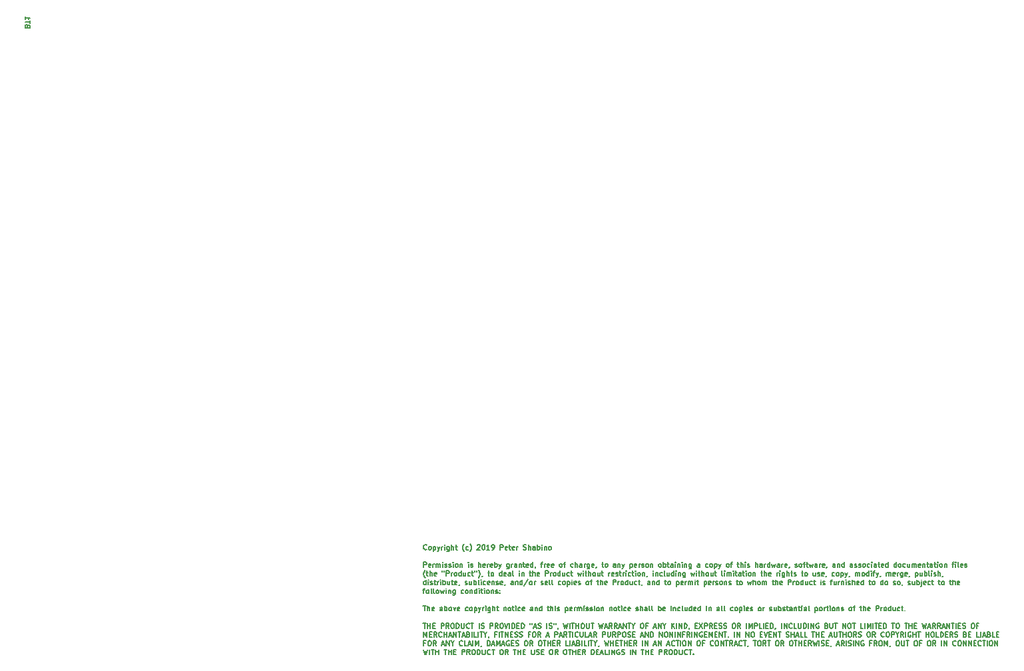
<source format=gbo>
G04 #@! TF.GenerationSoftware,KiCad,Pcbnew,(5.1.5)-3*
G04 #@! TF.CreationDate,2019-12-28T19:55:40-06:00*
G04 #@! TF.ProjectId,tymkrs_Cyphercon_2020_IRbutton,74796d6b-7273-45f4-9379-70686572636f,V0*
G04 #@! TF.SameCoordinates,Original*
G04 #@! TF.FileFunction,Legend,Bot*
G04 #@! TF.FilePolarity,Positive*
%FSLAX46Y46*%
G04 Gerber Fmt 4.6, Leading zero omitted, Abs format (unit mm)*
G04 Created by KiCad (PCBNEW (5.1.5)-3) date 2019-12-28 19:55:40*
%MOMM*%
%LPD*%
G04 APERTURE LIST*
%ADD10C,0.158750*%
%ADD11C,0.150000*%
%ADD12C,2.852400*%
%ADD13O,1.852400X1.852400*%
%ADD14R,1.852400X1.852400*%
%ADD15C,1.952400*%
%ADD16R,1.952400X1.952400*%
%ADD17C,17.932400*%
%ADD18R,5.232400X2.692400*%
G04 APERTURE END LIST*
D10*
X210167235Y-167152410D02*
X210136997Y-167182648D01*
X210046282Y-167212886D01*
X209985806Y-167212886D01*
X209895092Y-167182648D01*
X209834616Y-167122172D01*
X209804377Y-167061696D01*
X209774139Y-166940744D01*
X209774139Y-166850029D01*
X209804377Y-166729077D01*
X209834616Y-166668601D01*
X209895092Y-166608125D01*
X209985806Y-166577886D01*
X210046282Y-166577886D01*
X210136997Y-166608125D01*
X210167235Y-166638363D01*
X210530092Y-167212886D02*
X210469616Y-167182648D01*
X210439377Y-167152410D01*
X210409139Y-167091934D01*
X210409139Y-166910505D01*
X210439377Y-166850029D01*
X210469616Y-166819791D01*
X210530092Y-166789553D01*
X210620806Y-166789553D01*
X210681282Y-166819791D01*
X210711520Y-166850029D01*
X210741758Y-166910505D01*
X210741758Y-167091934D01*
X210711520Y-167152410D01*
X210681282Y-167182648D01*
X210620806Y-167212886D01*
X210530092Y-167212886D01*
X211013901Y-166789553D02*
X211013901Y-167424553D01*
X211013901Y-166819791D02*
X211074377Y-166789553D01*
X211195330Y-166789553D01*
X211255806Y-166819791D01*
X211286044Y-166850029D01*
X211316282Y-166910505D01*
X211316282Y-167091934D01*
X211286044Y-167152410D01*
X211255806Y-167182648D01*
X211195330Y-167212886D01*
X211074377Y-167212886D01*
X211013901Y-167182648D01*
X211527949Y-166789553D02*
X211679139Y-167212886D01*
X211830330Y-166789553D02*
X211679139Y-167212886D01*
X211618663Y-167364077D01*
X211588425Y-167394315D01*
X211527949Y-167424553D01*
X212072235Y-167212886D02*
X212072235Y-166789553D01*
X212072235Y-166910505D02*
X212102473Y-166850029D01*
X212132711Y-166819791D01*
X212193187Y-166789553D01*
X212253663Y-166789553D01*
X212465330Y-167212886D02*
X212465330Y-166789553D01*
X212465330Y-166577886D02*
X212435092Y-166608125D01*
X212465330Y-166638363D01*
X212495568Y-166608125D01*
X212465330Y-166577886D01*
X212465330Y-166638363D01*
X213039854Y-166789553D02*
X213039854Y-167303601D01*
X213009616Y-167364077D01*
X212979377Y-167394315D01*
X212918901Y-167424553D01*
X212828187Y-167424553D01*
X212767711Y-167394315D01*
X213039854Y-167182648D02*
X212979377Y-167212886D01*
X212858425Y-167212886D01*
X212797949Y-167182648D01*
X212767711Y-167152410D01*
X212737473Y-167091934D01*
X212737473Y-166910505D01*
X212767711Y-166850029D01*
X212797949Y-166819791D01*
X212858425Y-166789553D01*
X212979377Y-166789553D01*
X213039854Y-166819791D01*
X213342235Y-167212886D02*
X213342235Y-166577886D01*
X213614377Y-167212886D02*
X213614377Y-166880267D01*
X213584139Y-166819791D01*
X213523663Y-166789553D01*
X213432949Y-166789553D01*
X213372473Y-166819791D01*
X213342235Y-166850029D01*
X213826044Y-166789553D02*
X214067949Y-166789553D01*
X213916758Y-166577886D02*
X213916758Y-167122172D01*
X213946997Y-167182648D01*
X214007473Y-167212886D01*
X214067949Y-167212886D01*
X214944854Y-167454791D02*
X214914616Y-167424553D01*
X214854139Y-167333839D01*
X214823901Y-167273363D01*
X214793663Y-167182648D01*
X214763425Y-167031458D01*
X214763425Y-166910505D01*
X214793663Y-166759315D01*
X214823901Y-166668601D01*
X214854139Y-166608125D01*
X214914616Y-166517410D01*
X214944854Y-166487172D01*
X215458901Y-167182648D02*
X215398425Y-167212886D01*
X215277473Y-167212886D01*
X215216997Y-167182648D01*
X215186758Y-167152410D01*
X215156520Y-167091934D01*
X215156520Y-166910505D01*
X215186758Y-166850029D01*
X215216997Y-166819791D01*
X215277473Y-166789553D01*
X215398425Y-166789553D01*
X215458901Y-166819791D01*
X215670568Y-167454791D02*
X215700806Y-167424553D01*
X215761282Y-167333839D01*
X215791520Y-167273363D01*
X215821758Y-167182648D01*
X215851997Y-167031458D01*
X215851997Y-166910505D01*
X215821758Y-166759315D01*
X215791520Y-166668601D01*
X215761282Y-166608125D01*
X215700806Y-166517410D01*
X215670568Y-166487172D01*
X216607949Y-166638363D02*
X216638187Y-166608125D01*
X216698663Y-166577886D01*
X216849854Y-166577886D01*
X216910330Y-166608125D01*
X216940568Y-166638363D01*
X216970806Y-166698839D01*
X216970806Y-166759315D01*
X216940568Y-166850029D01*
X216577711Y-167212886D01*
X216970806Y-167212886D01*
X217363901Y-166577886D02*
X217424377Y-166577886D01*
X217484854Y-166608125D01*
X217515092Y-166638363D01*
X217545330Y-166698839D01*
X217575568Y-166819791D01*
X217575568Y-166970982D01*
X217545330Y-167091934D01*
X217515092Y-167152410D01*
X217484854Y-167182648D01*
X217424377Y-167212886D01*
X217363901Y-167212886D01*
X217303425Y-167182648D01*
X217273187Y-167152410D01*
X217242949Y-167091934D01*
X217212711Y-166970982D01*
X217212711Y-166819791D01*
X217242949Y-166698839D01*
X217273187Y-166638363D01*
X217303425Y-166608125D01*
X217363901Y-166577886D01*
X218180330Y-167212886D02*
X217817473Y-167212886D01*
X217998901Y-167212886D02*
X217998901Y-166577886D01*
X217938425Y-166668601D01*
X217877949Y-166729077D01*
X217817473Y-166759315D01*
X218482711Y-167212886D02*
X218603663Y-167212886D01*
X218664139Y-167182648D01*
X218694377Y-167152410D01*
X218754854Y-167061696D01*
X218785092Y-166940744D01*
X218785092Y-166698839D01*
X218754854Y-166638363D01*
X218724616Y-166608125D01*
X218664139Y-166577886D01*
X218543187Y-166577886D01*
X218482711Y-166608125D01*
X218452473Y-166638363D01*
X218422235Y-166698839D01*
X218422235Y-166850029D01*
X218452473Y-166910505D01*
X218482711Y-166940744D01*
X218543187Y-166970982D01*
X218664139Y-166970982D01*
X218724616Y-166940744D01*
X218754854Y-166910505D01*
X218785092Y-166850029D01*
X219541044Y-167212886D02*
X219541044Y-166577886D01*
X219782949Y-166577886D01*
X219843425Y-166608125D01*
X219873663Y-166638363D01*
X219903901Y-166698839D01*
X219903901Y-166789553D01*
X219873663Y-166850029D01*
X219843425Y-166880267D01*
X219782949Y-166910505D01*
X219541044Y-166910505D01*
X220417949Y-167182648D02*
X220357473Y-167212886D01*
X220236520Y-167212886D01*
X220176044Y-167182648D01*
X220145806Y-167122172D01*
X220145806Y-166880267D01*
X220176044Y-166819791D01*
X220236520Y-166789553D01*
X220357473Y-166789553D01*
X220417949Y-166819791D01*
X220448187Y-166880267D01*
X220448187Y-166940744D01*
X220145806Y-167001220D01*
X220629616Y-166789553D02*
X220871520Y-166789553D01*
X220720330Y-166577886D02*
X220720330Y-167122172D01*
X220750568Y-167182648D01*
X220811044Y-167212886D01*
X220871520Y-167212886D01*
X221325092Y-167182648D02*
X221264616Y-167212886D01*
X221143663Y-167212886D01*
X221083187Y-167182648D01*
X221052949Y-167122172D01*
X221052949Y-166880267D01*
X221083187Y-166819791D01*
X221143663Y-166789553D01*
X221264616Y-166789553D01*
X221325092Y-166819791D01*
X221355330Y-166880267D01*
X221355330Y-166940744D01*
X221052949Y-167001220D01*
X221627473Y-167212886D02*
X221627473Y-166789553D01*
X221627473Y-166910505D02*
X221657711Y-166850029D01*
X221687949Y-166819791D01*
X221748425Y-166789553D01*
X221808901Y-166789553D01*
X222474139Y-167182648D02*
X222564854Y-167212886D01*
X222716044Y-167212886D01*
X222776520Y-167182648D01*
X222806758Y-167152410D01*
X222836997Y-167091934D01*
X222836997Y-167031458D01*
X222806758Y-166970982D01*
X222776520Y-166940744D01*
X222716044Y-166910505D01*
X222595092Y-166880267D01*
X222534616Y-166850029D01*
X222504377Y-166819791D01*
X222474139Y-166759315D01*
X222474139Y-166698839D01*
X222504377Y-166638363D01*
X222534616Y-166608125D01*
X222595092Y-166577886D01*
X222746282Y-166577886D01*
X222836997Y-166608125D01*
X223109139Y-167212886D02*
X223109139Y-166577886D01*
X223381282Y-167212886D02*
X223381282Y-166880267D01*
X223351044Y-166819791D01*
X223290568Y-166789553D01*
X223199854Y-166789553D01*
X223139377Y-166819791D01*
X223109139Y-166850029D01*
X223955806Y-167212886D02*
X223955806Y-166880267D01*
X223925568Y-166819791D01*
X223865092Y-166789553D01*
X223744139Y-166789553D01*
X223683663Y-166819791D01*
X223955806Y-167182648D02*
X223895330Y-167212886D01*
X223744139Y-167212886D01*
X223683663Y-167182648D01*
X223653425Y-167122172D01*
X223653425Y-167061696D01*
X223683663Y-167001220D01*
X223744139Y-166970982D01*
X223895330Y-166970982D01*
X223955806Y-166940744D01*
X224258187Y-167212886D02*
X224258187Y-166577886D01*
X224258187Y-166819791D02*
X224318663Y-166789553D01*
X224439616Y-166789553D01*
X224500092Y-166819791D01*
X224530330Y-166850029D01*
X224560568Y-166910505D01*
X224560568Y-167091934D01*
X224530330Y-167152410D01*
X224500092Y-167182648D01*
X224439616Y-167212886D01*
X224318663Y-167212886D01*
X224258187Y-167182648D01*
X224832711Y-167212886D02*
X224832711Y-166789553D01*
X224832711Y-166577886D02*
X224802473Y-166608125D01*
X224832711Y-166638363D01*
X224862949Y-166608125D01*
X224832711Y-166577886D01*
X224832711Y-166638363D01*
X225135092Y-166789553D02*
X225135092Y-167212886D01*
X225135092Y-166850029D02*
X225165330Y-166819791D01*
X225225806Y-166789553D01*
X225316520Y-166789553D01*
X225376997Y-166819791D01*
X225407235Y-166880267D01*
X225407235Y-167212886D01*
X225800330Y-167212886D02*
X225739854Y-167182648D01*
X225709616Y-167152410D01*
X225679377Y-167091934D01*
X225679377Y-166910505D01*
X225709616Y-166850029D01*
X225739854Y-166819791D01*
X225800330Y-166789553D01*
X225891044Y-166789553D01*
X225951520Y-166819791D01*
X225981758Y-166850029D01*
X226011997Y-166910505D01*
X226011997Y-167091934D01*
X225981758Y-167152410D01*
X225951520Y-167182648D01*
X225891044Y-167212886D01*
X225800330Y-167212886D01*
X209804377Y-169435386D02*
X209804377Y-168800386D01*
X210046282Y-168800386D01*
X210106758Y-168830625D01*
X210136997Y-168860863D01*
X210167235Y-168921339D01*
X210167235Y-169012053D01*
X210136997Y-169072529D01*
X210106758Y-169102767D01*
X210046282Y-169133005D01*
X209804377Y-169133005D01*
X210681282Y-169405148D02*
X210620806Y-169435386D01*
X210499854Y-169435386D01*
X210439377Y-169405148D01*
X210409139Y-169344672D01*
X210409139Y-169102767D01*
X210439377Y-169042291D01*
X210499854Y-169012053D01*
X210620806Y-169012053D01*
X210681282Y-169042291D01*
X210711520Y-169102767D01*
X210711520Y-169163244D01*
X210409139Y-169223720D01*
X210983663Y-169435386D02*
X210983663Y-169012053D01*
X210983663Y-169133005D02*
X211013901Y-169072529D01*
X211044139Y-169042291D01*
X211104616Y-169012053D01*
X211165092Y-169012053D01*
X211376758Y-169435386D02*
X211376758Y-169012053D01*
X211376758Y-169072529D02*
X211406997Y-169042291D01*
X211467473Y-169012053D01*
X211558187Y-169012053D01*
X211618663Y-169042291D01*
X211648901Y-169102767D01*
X211648901Y-169435386D01*
X211648901Y-169102767D02*
X211679139Y-169042291D01*
X211739616Y-169012053D01*
X211830330Y-169012053D01*
X211890806Y-169042291D01*
X211921044Y-169102767D01*
X211921044Y-169435386D01*
X212223425Y-169435386D02*
X212223425Y-169012053D01*
X212223425Y-168800386D02*
X212193187Y-168830625D01*
X212223425Y-168860863D01*
X212253663Y-168830625D01*
X212223425Y-168800386D01*
X212223425Y-168860863D01*
X212495568Y-169405148D02*
X212556044Y-169435386D01*
X212676997Y-169435386D01*
X212737473Y-169405148D01*
X212767711Y-169344672D01*
X212767711Y-169314434D01*
X212737473Y-169253958D01*
X212676997Y-169223720D01*
X212586282Y-169223720D01*
X212525806Y-169193482D01*
X212495568Y-169133005D01*
X212495568Y-169102767D01*
X212525806Y-169042291D01*
X212586282Y-169012053D01*
X212676997Y-169012053D01*
X212737473Y-169042291D01*
X213009616Y-169405148D02*
X213070092Y-169435386D01*
X213191044Y-169435386D01*
X213251520Y-169405148D01*
X213281758Y-169344672D01*
X213281758Y-169314434D01*
X213251520Y-169253958D01*
X213191044Y-169223720D01*
X213100330Y-169223720D01*
X213039854Y-169193482D01*
X213009616Y-169133005D01*
X213009616Y-169102767D01*
X213039854Y-169042291D01*
X213100330Y-169012053D01*
X213191044Y-169012053D01*
X213251520Y-169042291D01*
X213553901Y-169435386D02*
X213553901Y-169012053D01*
X213553901Y-168800386D02*
X213523663Y-168830625D01*
X213553901Y-168860863D01*
X213584139Y-168830625D01*
X213553901Y-168800386D01*
X213553901Y-168860863D01*
X213946997Y-169435386D02*
X213886520Y-169405148D01*
X213856282Y-169374910D01*
X213826044Y-169314434D01*
X213826044Y-169133005D01*
X213856282Y-169072529D01*
X213886520Y-169042291D01*
X213946997Y-169012053D01*
X214037711Y-169012053D01*
X214098187Y-169042291D01*
X214128425Y-169072529D01*
X214158663Y-169133005D01*
X214158663Y-169314434D01*
X214128425Y-169374910D01*
X214098187Y-169405148D01*
X214037711Y-169435386D01*
X213946997Y-169435386D01*
X214430806Y-169012053D02*
X214430806Y-169435386D01*
X214430806Y-169072529D02*
X214461044Y-169042291D01*
X214521520Y-169012053D01*
X214612235Y-169012053D01*
X214672711Y-169042291D01*
X214702949Y-169102767D01*
X214702949Y-169435386D01*
X215489139Y-169435386D02*
X215489139Y-169012053D01*
X215489139Y-168800386D02*
X215458901Y-168830625D01*
X215489139Y-168860863D01*
X215519377Y-168830625D01*
X215489139Y-168800386D01*
X215489139Y-168860863D01*
X215761282Y-169405148D02*
X215821758Y-169435386D01*
X215942711Y-169435386D01*
X216003187Y-169405148D01*
X216033425Y-169344672D01*
X216033425Y-169314434D01*
X216003187Y-169253958D01*
X215942711Y-169223720D01*
X215851997Y-169223720D01*
X215791520Y-169193482D01*
X215761282Y-169133005D01*
X215761282Y-169102767D01*
X215791520Y-169042291D01*
X215851997Y-169012053D01*
X215942711Y-169012053D01*
X216003187Y-169042291D01*
X216789377Y-169435386D02*
X216789377Y-168800386D01*
X217061520Y-169435386D02*
X217061520Y-169102767D01*
X217031282Y-169042291D01*
X216970806Y-169012053D01*
X216880092Y-169012053D01*
X216819616Y-169042291D01*
X216789377Y-169072529D01*
X217605806Y-169405148D02*
X217545330Y-169435386D01*
X217424377Y-169435386D01*
X217363901Y-169405148D01*
X217333663Y-169344672D01*
X217333663Y-169102767D01*
X217363901Y-169042291D01*
X217424377Y-169012053D01*
X217545330Y-169012053D01*
X217605806Y-169042291D01*
X217636044Y-169102767D01*
X217636044Y-169163244D01*
X217333663Y-169223720D01*
X217908187Y-169435386D02*
X217908187Y-169012053D01*
X217908187Y-169133005D02*
X217938425Y-169072529D01*
X217968663Y-169042291D01*
X218029139Y-169012053D01*
X218089616Y-169012053D01*
X218543187Y-169405148D02*
X218482711Y-169435386D01*
X218361758Y-169435386D01*
X218301282Y-169405148D01*
X218271044Y-169344672D01*
X218271044Y-169102767D01*
X218301282Y-169042291D01*
X218361758Y-169012053D01*
X218482711Y-169012053D01*
X218543187Y-169042291D01*
X218573425Y-169102767D01*
X218573425Y-169163244D01*
X218271044Y-169223720D01*
X218845568Y-169435386D02*
X218845568Y-168800386D01*
X218845568Y-169042291D02*
X218906044Y-169012053D01*
X219026997Y-169012053D01*
X219087473Y-169042291D01*
X219117711Y-169072529D01*
X219147949Y-169133005D01*
X219147949Y-169314434D01*
X219117711Y-169374910D01*
X219087473Y-169405148D01*
X219026997Y-169435386D01*
X218906044Y-169435386D01*
X218845568Y-169405148D01*
X219359616Y-169012053D02*
X219510806Y-169435386D01*
X219661997Y-169012053D02*
X219510806Y-169435386D01*
X219450330Y-169586577D01*
X219420092Y-169616815D01*
X219359616Y-169647053D01*
X220659854Y-169012053D02*
X220659854Y-169526101D01*
X220629616Y-169586577D01*
X220599377Y-169616815D01*
X220538901Y-169647053D01*
X220448187Y-169647053D01*
X220387711Y-169616815D01*
X220659854Y-169405148D02*
X220599377Y-169435386D01*
X220478425Y-169435386D01*
X220417949Y-169405148D01*
X220387711Y-169374910D01*
X220357473Y-169314434D01*
X220357473Y-169133005D01*
X220387711Y-169072529D01*
X220417949Y-169042291D01*
X220478425Y-169012053D01*
X220599377Y-169012053D01*
X220659854Y-169042291D01*
X220962235Y-169435386D02*
X220962235Y-169012053D01*
X220962235Y-169133005D02*
X220992473Y-169072529D01*
X221022711Y-169042291D01*
X221083187Y-169012053D01*
X221143663Y-169012053D01*
X221627473Y-169435386D02*
X221627473Y-169102767D01*
X221597235Y-169042291D01*
X221536758Y-169012053D01*
X221415806Y-169012053D01*
X221355330Y-169042291D01*
X221627473Y-169405148D02*
X221566997Y-169435386D01*
X221415806Y-169435386D01*
X221355330Y-169405148D01*
X221325092Y-169344672D01*
X221325092Y-169284196D01*
X221355330Y-169223720D01*
X221415806Y-169193482D01*
X221566997Y-169193482D01*
X221627473Y-169163244D01*
X221929854Y-169012053D02*
X221929854Y-169435386D01*
X221929854Y-169072529D02*
X221960092Y-169042291D01*
X222020568Y-169012053D01*
X222111282Y-169012053D01*
X222171758Y-169042291D01*
X222201997Y-169102767D01*
X222201997Y-169435386D01*
X222413663Y-169012053D02*
X222655568Y-169012053D01*
X222504377Y-168800386D02*
X222504377Y-169344672D01*
X222534616Y-169405148D01*
X222595092Y-169435386D01*
X222655568Y-169435386D01*
X223109139Y-169405148D02*
X223048663Y-169435386D01*
X222927711Y-169435386D01*
X222867235Y-169405148D01*
X222836997Y-169344672D01*
X222836997Y-169102767D01*
X222867235Y-169042291D01*
X222927711Y-169012053D01*
X223048663Y-169012053D01*
X223109139Y-169042291D01*
X223139377Y-169102767D01*
X223139377Y-169163244D01*
X222836997Y-169223720D01*
X223683663Y-169435386D02*
X223683663Y-168800386D01*
X223683663Y-169405148D02*
X223623187Y-169435386D01*
X223502235Y-169435386D01*
X223441758Y-169405148D01*
X223411520Y-169374910D01*
X223381282Y-169314434D01*
X223381282Y-169133005D01*
X223411520Y-169072529D01*
X223441758Y-169042291D01*
X223502235Y-169012053D01*
X223623187Y-169012053D01*
X223683663Y-169042291D01*
X224016282Y-169405148D02*
X224016282Y-169435386D01*
X223986044Y-169495863D01*
X223955806Y-169526101D01*
X224681520Y-169012053D02*
X224923425Y-169012053D01*
X224772235Y-169435386D02*
X224772235Y-168891101D01*
X224802473Y-168830625D01*
X224862949Y-168800386D01*
X224923425Y-168800386D01*
X225135092Y-169435386D02*
X225135092Y-169012053D01*
X225135092Y-169133005D02*
X225165330Y-169072529D01*
X225195568Y-169042291D01*
X225256044Y-169012053D01*
X225316520Y-169012053D01*
X225770092Y-169405148D02*
X225709616Y-169435386D01*
X225588663Y-169435386D01*
X225528187Y-169405148D01*
X225497949Y-169344672D01*
X225497949Y-169102767D01*
X225528187Y-169042291D01*
X225588663Y-169012053D01*
X225709616Y-169012053D01*
X225770092Y-169042291D01*
X225800330Y-169102767D01*
X225800330Y-169163244D01*
X225497949Y-169223720D01*
X226314377Y-169405148D02*
X226253901Y-169435386D01*
X226132949Y-169435386D01*
X226072473Y-169405148D01*
X226042235Y-169344672D01*
X226042235Y-169102767D01*
X226072473Y-169042291D01*
X226132949Y-169012053D01*
X226253901Y-169012053D01*
X226314377Y-169042291D01*
X226344616Y-169102767D01*
X226344616Y-169163244D01*
X226042235Y-169223720D01*
X227191282Y-169435386D02*
X227130806Y-169405148D01*
X227100568Y-169374910D01*
X227070330Y-169314434D01*
X227070330Y-169133005D01*
X227100568Y-169072529D01*
X227130806Y-169042291D01*
X227191282Y-169012053D01*
X227281997Y-169012053D01*
X227342473Y-169042291D01*
X227372711Y-169072529D01*
X227402949Y-169133005D01*
X227402949Y-169314434D01*
X227372711Y-169374910D01*
X227342473Y-169405148D01*
X227281997Y-169435386D01*
X227191282Y-169435386D01*
X227584377Y-169012053D02*
X227826282Y-169012053D01*
X227675092Y-169435386D02*
X227675092Y-168891101D01*
X227705330Y-168830625D01*
X227765806Y-168800386D01*
X227826282Y-168800386D01*
X228793901Y-169405148D02*
X228733425Y-169435386D01*
X228612473Y-169435386D01*
X228551997Y-169405148D01*
X228521758Y-169374910D01*
X228491520Y-169314434D01*
X228491520Y-169133005D01*
X228521758Y-169072529D01*
X228551997Y-169042291D01*
X228612473Y-169012053D01*
X228733425Y-169012053D01*
X228793901Y-169042291D01*
X229066044Y-169435386D02*
X229066044Y-168800386D01*
X229338187Y-169435386D02*
X229338187Y-169102767D01*
X229307949Y-169042291D01*
X229247473Y-169012053D01*
X229156758Y-169012053D01*
X229096282Y-169042291D01*
X229066044Y-169072529D01*
X229912711Y-169435386D02*
X229912711Y-169102767D01*
X229882473Y-169042291D01*
X229821997Y-169012053D01*
X229701044Y-169012053D01*
X229640568Y-169042291D01*
X229912711Y-169405148D02*
X229852235Y-169435386D01*
X229701044Y-169435386D01*
X229640568Y-169405148D01*
X229610330Y-169344672D01*
X229610330Y-169284196D01*
X229640568Y-169223720D01*
X229701044Y-169193482D01*
X229852235Y-169193482D01*
X229912711Y-169163244D01*
X230215092Y-169435386D02*
X230215092Y-169012053D01*
X230215092Y-169133005D02*
X230245330Y-169072529D01*
X230275568Y-169042291D01*
X230336044Y-169012053D01*
X230396520Y-169012053D01*
X230880330Y-169012053D02*
X230880330Y-169526101D01*
X230850092Y-169586577D01*
X230819854Y-169616815D01*
X230759377Y-169647053D01*
X230668663Y-169647053D01*
X230608187Y-169616815D01*
X230880330Y-169405148D02*
X230819854Y-169435386D01*
X230698901Y-169435386D01*
X230638425Y-169405148D01*
X230608187Y-169374910D01*
X230577949Y-169314434D01*
X230577949Y-169133005D01*
X230608187Y-169072529D01*
X230638425Y-169042291D01*
X230698901Y-169012053D01*
X230819854Y-169012053D01*
X230880330Y-169042291D01*
X231424616Y-169405148D02*
X231364139Y-169435386D01*
X231243187Y-169435386D01*
X231182711Y-169405148D01*
X231152473Y-169344672D01*
X231152473Y-169102767D01*
X231182711Y-169042291D01*
X231243187Y-169012053D01*
X231364139Y-169012053D01*
X231424616Y-169042291D01*
X231454854Y-169102767D01*
X231454854Y-169163244D01*
X231152473Y-169223720D01*
X231757235Y-169405148D02*
X231757235Y-169435386D01*
X231726997Y-169495863D01*
X231696758Y-169526101D01*
X232422473Y-169012053D02*
X232664377Y-169012053D01*
X232513187Y-168800386D02*
X232513187Y-169344672D01*
X232543425Y-169405148D01*
X232603901Y-169435386D01*
X232664377Y-169435386D01*
X232966758Y-169435386D02*
X232906282Y-169405148D01*
X232876044Y-169374910D01*
X232845806Y-169314434D01*
X232845806Y-169133005D01*
X232876044Y-169072529D01*
X232906282Y-169042291D01*
X232966758Y-169012053D01*
X233057473Y-169012053D01*
X233117949Y-169042291D01*
X233148187Y-169072529D01*
X233178425Y-169133005D01*
X233178425Y-169314434D01*
X233148187Y-169374910D01*
X233117949Y-169405148D01*
X233057473Y-169435386D01*
X232966758Y-169435386D01*
X234206520Y-169435386D02*
X234206520Y-169102767D01*
X234176282Y-169042291D01*
X234115806Y-169012053D01*
X233994854Y-169012053D01*
X233934377Y-169042291D01*
X234206520Y-169405148D02*
X234146044Y-169435386D01*
X233994854Y-169435386D01*
X233934377Y-169405148D01*
X233904139Y-169344672D01*
X233904139Y-169284196D01*
X233934377Y-169223720D01*
X233994854Y-169193482D01*
X234146044Y-169193482D01*
X234206520Y-169163244D01*
X234508901Y-169012053D02*
X234508901Y-169435386D01*
X234508901Y-169072529D02*
X234539139Y-169042291D01*
X234599616Y-169012053D01*
X234690330Y-169012053D01*
X234750806Y-169042291D01*
X234781044Y-169102767D01*
X234781044Y-169435386D01*
X235022949Y-169012053D02*
X235174139Y-169435386D01*
X235325330Y-169012053D02*
X235174139Y-169435386D01*
X235113663Y-169586577D01*
X235083425Y-169616815D01*
X235022949Y-169647053D01*
X236051044Y-169012053D02*
X236051044Y-169647053D01*
X236051044Y-169042291D02*
X236111520Y-169012053D01*
X236232473Y-169012053D01*
X236292949Y-169042291D01*
X236323187Y-169072529D01*
X236353425Y-169133005D01*
X236353425Y-169314434D01*
X236323187Y-169374910D01*
X236292949Y-169405148D01*
X236232473Y-169435386D01*
X236111520Y-169435386D01*
X236051044Y-169405148D01*
X236867473Y-169405148D02*
X236806997Y-169435386D01*
X236686044Y-169435386D01*
X236625568Y-169405148D01*
X236595330Y-169344672D01*
X236595330Y-169102767D01*
X236625568Y-169042291D01*
X236686044Y-169012053D01*
X236806997Y-169012053D01*
X236867473Y-169042291D01*
X236897711Y-169102767D01*
X236897711Y-169163244D01*
X236595330Y-169223720D01*
X237169854Y-169435386D02*
X237169854Y-169012053D01*
X237169854Y-169133005D02*
X237200092Y-169072529D01*
X237230330Y-169042291D01*
X237290806Y-169012053D01*
X237351282Y-169012053D01*
X237532711Y-169405148D02*
X237593187Y-169435386D01*
X237714139Y-169435386D01*
X237774616Y-169405148D01*
X237804854Y-169344672D01*
X237804854Y-169314434D01*
X237774616Y-169253958D01*
X237714139Y-169223720D01*
X237623425Y-169223720D01*
X237562949Y-169193482D01*
X237532711Y-169133005D01*
X237532711Y-169102767D01*
X237562949Y-169042291D01*
X237623425Y-169012053D01*
X237714139Y-169012053D01*
X237774616Y-169042291D01*
X238167711Y-169435386D02*
X238107235Y-169405148D01*
X238076997Y-169374910D01*
X238046758Y-169314434D01*
X238046758Y-169133005D01*
X238076997Y-169072529D01*
X238107235Y-169042291D01*
X238167711Y-169012053D01*
X238258425Y-169012053D01*
X238318901Y-169042291D01*
X238349139Y-169072529D01*
X238379377Y-169133005D01*
X238379377Y-169314434D01*
X238349139Y-169374910D01*
X238318901Y-169405148D01*
X238258425Y-169435386D01*
X238167711Y-169435386D01*
X238651520Y-169012053D02*
X238651520Y-169435386D01*
X238651520Y-169072529D02*
X238681758Y-169042291D01*
X238742235Y-169012053D01*
X238832949Y-169012053D01*
X238893425Y-169042291D01*
X238923663Y-169102767D01*
X238923663Y-169435386D01*
X239800568Y-169435386D02*
X239740092Y-169405148D01*
X239709854Y-169374910D01*
X239679616Y-169314434D01*
X239679616Y-169133005D01*
X239709854Y-169072529D01*
X239740092Y-169042291D01*
X239800568Y-169012053D01*
X239891282Y-169012053D01*
X239951758Y-169042291D01*
X239981997Y-169072529D01*
X240012235Y-169133005D01*
X240012235Y-169314434D01*
X239981997Y-169374910D01*
X239951758Y-169405148D01*
X239891282Y-169435386D01*
X239800568Y-169435386D01*
X240284377Y-169435386D02*
X240284377Y-168800386D01*
X240284377Y-169042291D02*
X240344854Y-169012053D01*
X240465806Y-169012053D01*
X240526282Y-169042291D01*
X240556520Y-169072529D01*
X240586758Y-169133005D01*
X240586758Y-169314434D01*
X240556520Y-169374910D01*
X240526282Y-169405148D01*
X240465806Y-169435386D01*
X240344854Y-169435386D01*
X240284377Y-169405148D01*
X240768187Y-169012053D02*
X241010092Y-169012053D01*
X240858901Y-168800386D02*
X240858901Y-169344672D01*
X240889139Y-169405148D01*
X240949616Y-169435386D01*
X241010092Y-169435386D01*
X241493901Y-169435386D02*
X241493901Y-169102767D01*
X241463663Y-169042291D01*
X241403187Y-169012053D01*
X241282235Y-169012053D01*
X241221758Y-169042291D01*
X241493901Y-169405148D02*
X241433425Y-169435386D01*
X241282235Y-169435386D01*
X241221758Y-169405148D01*
X241191520Y-169344672D01*
X241191520Y-169284196D01*
X241221758Y-169223720D01*
X241282235Y-169193482D01*
X241433425Y-169193482D01*
X241493901Y-169163244D01*
X241796282Y-169435386D02*
X241796282Y-169012053D01*
X241796282Y-168800386D02*
X241766044Y-168830625D01*
X241796282Y-168860863D01*
X241826520Y-168830625D01*
X241796282Y-168800386D01*
X241796282Y-168860863D01*
X242098663Y-169012053D02*
X242098663Y-169435386D01*
X242098663Y-169072529D02*
X242128901Y-169042291D01*
X242189377Y-169012053D01*
X242280092Y-169012053D01*
X242340568Y-169042291D01*
X242370806Y-169102767D01*
X242370806Y-169435386D01*
X242673187Y-169435386D02*
X242673187Y-169012053D01*
X242673187Y-168800386D02*
X242642949Y-168830625D01*
X242673187Y-168860863D01*
X242703425Y-168830625D01*
X242673187Y-168800386D01*
X242673187Y-168860863D01*
X242975568Y-169012053D02*
X242975568Y-169435386D01*
X242975568Y-169072529D02*
X243005806Y-169042291D01*
X243066282Y-169012053D01*
X243156997Y-169012053D01*
X243217473Y-169042291D01*
X243247711Y-169102767D01*
X243247711Y-169435386D01*
X243822235Y-169012053D02*
X243822235Y-169526101D01*
X243791997Y-169586577D01*
X243761758Y-169616815D01*
X243701282Y-169647053D01*
X243610568Y-169647053D01*
X243550092Y-169616815D01*
X243822235Y-169405148D02*
X243761758Y-169435386D01*
X243640806Y-169435386D01*
X243580330Y-169405148D01*
X243550092Y-169374910D01*
X243519854Y-169314434D01*
X243519854Y-169133005D01*
X243550092Y-169072529D01*
X243580330Y-169042291D01*
X243640806Y-169012053D01*
X243761758Y-169012053D01*
X243822235Y-169042291D01*
X244880568Y-169435386D02*
X244880568Y-169102767D01*
X244850330Y-169042291D01*
X244789854Y-169012053D01*
X244668901Y-169012053D01*
X244608425Y-169042291D01*
X244880568Y-169405148D02*
X244820092Y-169435386D01*
X244668901Y-169435386D01*
X244608425Y-169405148D01*
X244578187Y-169344672D01*
X244578187Y-169284196D01*
X244608425Y-169223720D01*
X244668901Y-169193482D01*
X244820092Y-169193482D01*
X244880568Y-169163244D01*
X245938901Y-169405148D02*
X245878425Y-169435386D01*
X245757473Y-169435386D01*
X245696997Y-169405148D01*
X245666758Y-169374910D01*
X245636520Y-169314434D01*
X245636520Y-169133005D01*
X245666758Y-169072529D01*
X245696997Y-169042291D01*
X245757473Y-169012053D01*
X245878425Y-169012053D01*
X245938901Y-169042291D01*
X246301758Y-169435386D02*
X246241282Y-169405148D01*
X246211044Y-169374910D01*
X246180806Y-169314434D01*
X246180806Y-169133005D01*
X246211044Y-169072529D01*
X246241282Y-169042291D01*
X246301758Y-169012053D01*
X246392473Y-169012053D01*
X246452949Y-169042291D01*
X246483187Y-169072529D01*
X246513425Y-169133005D01*
X246513425Y-169314434D01*
X246483187Y-169374910D01*
X246452949Y-169405148D01*
X246392473Y-169435386D01*
X246301758Y-169435386D01*
X246785568Y-169012053D02*
X246785568Y-169647053D01*
X246785568Y-169042291D02*
X246846044Y-169012053D01*
X246966997Y-169012053D01*
X247027473Y-169042291D01*
X247057711Y-169072529D01*
X247087949Y-169133005D01*
X247087949Y-169314434D01*
X247057711Y-169374910D01*
X247027473Y-169405148D01*
X246966997Y-169435386D01*
X246846044Y-169435386D01*
X246785568Y-169405148D01*
X247299616Y-169012053D02*
X247450806Y-169435386D01*
X247601997Y-169012053D02*
X247450806Y-169435386D01*
X247390330Y-169586577D01*
X247360092Y-169616815D01*
X247299616Y-169647053D01*
X248418425Y-169435386D02*
X248357949Y-169405148D01*
X248327711Y-169374910D01*
X248297473Y-169314434D01*
X248297473Y-169133005D01*
X248327711Y-169072529D01*
X248357949Y-169042291D01*
X248418425Y-169012053D01*
X248509139Y-169012053D01*
X248569616Y-169042291D01*
X248599854Y-169072529D01*
X248630092Y-169133005D01*
X248630092Y-169314434D01*
X248599854Y-169374910D01*
X248569616Y-169405148D01*
X248509139Y-169435386D01*
X248418425Y-169435386D01*
X248811520Y-169012053D02*
X249053425Y-169012053D01*
X248902235Y-169435386D02*
X248902235Y-168891101D01*
X248932473Y-168830625D01*
X248992949Y-168800386D01*
X249053425Y-168800386D01*
X249658187Y-169012053D02*
X249900092Y-169012053D01*
X249748901Y-168800386D02*
X249748901Y-169344672D01*
X249779139Y-169405148D01*
X249839616Y-169435386D01*
X249900092Y-169435386D01*
X250111758Y-169435386D02*
X250111758Y-168800386D01*
X250383901Y-169435386D02*
X250383901Y-169102767D01*
X250353663Y-169042291D01*
X250293187Y-169012053D01*
X250202473Y-169012053D01*
X250141997Y-169042291D01*
X250111758Y-169072529D01*
X250686282Y-169435386D02*
X250686282Y-169012053D01*
X250686282Y-168800386D02*
X250656044Y-168830625D01*
X250686282Y-168860863D01*
X250716520Y-168830625D01*
X250686282Y-168800386D01*
X250686282Y-168860863D01*
X250958425Y-169405148D02*
X251018901Y-169435386D01*
X251139854Y-169435386D01*
X251200330Y-169405148D01*
X251230568Y-169344672D01*
X251230568Y-169314434D01*
X251200330Y-169253958D01*
X251139854Y-169223720D01*
X251049139Y-169223720D01*
X250988663Y-169193482D01*
X250958425Y-169133005D01*
X250958425Y-169102767D01*
X250988663Y-169042291D01*
X251049139Y-169012053D01*
X251139854Y-169012053D01*
X251200330Y-169042291D01*
X251986520Y-169435386D02*
X251986520Y-168800386D01*
X252258663Y-169435386D02*
X252258663Y-169102767D01*
X252228425Y-169042291D01*
X252167949Y-169012053D01*
X252077235Y-169012053D01*
X252016758Y-169042291D01*
X251986520Y-169072529D01*
X252833187Y-169435386D02*
X252833187Y-169102767D01*
X252802949Y-169042291D01*
X252742473Y-169012053D01*
X252621520Y-169012053D01*
X252561044Y-169042291D01*
X252833187Y-169405148D02*
X252772711Y-169435386D01*
X252621520Y-169435386D01*
X252561044Y-169405148D01*
X252530806Y-169344672D01*
X252530806Y-169284196D01*
X252561044Y-169223720D01*
X252621520Y-169193482D01*
X252772711Y-169193482D01*
X252833187Y-169163244D01*
X253135568Y-169435386D02*
X253135568Y-169012053D01*
X253135568Y-169133005D02*
X253165806Y-169072529D01*
X253196044Y-169042291D01*
X253256520Y-169012053D01*
X253316997Y-169012053D01*
X253800806Y-169435386D02*
X253800806Y-168800386D01*
X253800806Y-169405148D02*
X253740330Y-169435386D01*
X253619377Y-169435386D01*
X253558901Y-169405148D01*
X253528663Y-169374910D01*
X253498425Y-169314434D01*
X253498425Y-169133005D01*
X253528663Y-169072529D01*
X253558901Y-169042291D01*
X253619377Y-169012053D01*
X253740330Y-169012053D01*
X253800806Y-169042291D01*
X254042711Y-169012053D02*
X254163663Y-169435386D01*
X254284616Y-169133005D01*
X254405568Y-169435386D01*
X254526520Y-169012053D01*
X255040568Y-169435386D02*
X255040568Y-169102767D01*
X255010330Y-169042291D01*
X254949854Y-169012053D01*
X254828901Y-169012053D01*
X254768425Y-169042291D01*
X255040568Y-169405148D02*
X254980092Y-169435386D01*
X254828901Y-169435386D01*
X254768425Y-169405148D01*
X254738187Y-169344672D01*
X254738187Y-169284196D01*
X254768425Y-169223720D01*
X254828901Y-169193482D01*
X254980092Y-169193482D01*
X255040568Y-169163244D01*
X255342949Y-169435386D02*
X255342949Y-169012053D01*
X255342949Y-169133005D02*
X255373187Y-169072529D01*
X255403425Y-169042291D01*
X255463901Y-169012053D01*
X255524377Y-169012053D01*
X255977949Y-169405148D02*
X255917473Y-169435386D01*
X255796520Y-169435386D01*
X255736044Y-169405148D01*
X255705806Y-169344672D01*
X255705806Y-169102767D01*
X255736044Y-169042291D01*
X255796520Y-169012053D01*
X255917473Y-169012053D01*
X255977949Y-169042291D01*
X256008187Y-169102767D01*
X256008187Y-169163244D01*
X255705806Y-169223720D01*
X256310568Y-169405148D02*
X256310568Y-169435386D01*
X256280330Y-169495863D01*
X256250092Y-169526101D01*
X257036282Y-169405148D02*
X257096758Y-169435386D01*
X257217711Y-169435386D01*
X257278187Y-169405148D01*
X257308425Y-169344672D01*
X257308425Y-169314434D01*
X257278187Y-169253958D01*
X257217711Y-169223720D01*
X257126997Y-169223720D01*
X257066520Y-169193482D01*
X257036282Y-169133005D01*
X257036282Y-169102767D01*
X257066520Y-169042291D01*
X257126997Y-169012053D01*
X257217711Y-169012053D01*
X257278187Y-169042291D01*
X257671282Y-169435386D02*
X257610806Y-169405148D01*
X257580568Y-169374910D01*
X257550330Y-169314434D01*
X257550330Y-169133005D01*
X257580568Y-169072529D01*
X257610806Y-169042291D01*
X257671282Y-169012053D01*
X257761997Y-169012053D01*
X257822473Y-169042291D01*
X257852711Y-169072529D01*
X257882949Y-169133005D01*
X257882949Y-169314434D01*
X257852711Y-169374910D01*
X257822473Y-169405148D01*
X257761997Y-169435386D01*
X257671282Y-169435386D01*
X258064377Y-169012053D02*
X258306282Y-169012053D01*
X258155092Y-169435386D02*
X258155092Y-168891101D01*
X258185330Y-168830625D01*
X258245806Y-168800386D01*
X258306282Y-168800386D01*
X258427235Y-169012053D02*
X258669139Y-169012053D01*
X258517949Y-168800386D02*
X258517949Y-169344672D01*
X258548187Y-169405148D01*
X258608663Y-169435386D01*
X258669139Y-169435386D01*
X258820330Y-169012053D02*
X258941282Y-169435386D01*
X259062235Y-169133005D01*
X259183187Y-169435386D01*
X259304139Y-169012053D01*
X259818187Y-169435386D02*
X259818187Y-169102767D01*
X259787949Y-169042291D01*
X259727473Y-169012053D01*
X259606520Y-169012053D01*
X259546044Y-169042291D01*
X259818187Y-169405148D02*
X259757711Y-169435386D01*
X259606520Y-169435386D01*
X259546044Y-169405148D01*
X259515806Y-169344672D01*
X259515806Y-169284196D01*
X259546044Y-169223720D01*
X259606520Y-169193482D01*
X259757711Y-169193482D01*
X259818187Y-169163244D01*
X260120568Y-169435386D02*
X260120568Y-169012053D01*
X260120568Y-169133005D02*
X260150806Y-169072529D01*
X260181044Y-169042291D01*
X260241520Y-169012053D01*
X260301997Y-169012053D01*
X260755568Y-169405148D02*
X260695092Y-169435386D01*
X260574139Y-169435386D01*
X260513663Y-169405148D01*
X260483425Y-169344672D01*
X260483425Y-169102767D01*
X260513663Y-169042291D01*
X260574139Y-169012053D01*
X260695092Y-169012053D01*
X260755568Y-169042291D01*
X260785806Y-169102767D01*
X260785806Y-169163244D01*
X260483425Y-169223720D01*
X261088187Y-169405148D02*
X261088187Y-169435386D01*
X261057949Y-169495863D01*
X261027711Y-169526101D01*
X262116282Y-169435386D02*
X262116282Y-169102767D01*
X262086044Y-169042291D01*
X262025568Y-169012053D01*
X261904616Y-169012053D01*
X261844139Y-169042291D01*
X262116282Y-169405148D02*
X262055806Y-169435386D01*
X261904616Y-169435386D01*
X261844139Y-169405148D01*
X261813901Y-169344672D01*
X261813901Y-169284196D01*
X261844139Y-169223720D01*
X261904616Y-169193482D01*
X262055806Y-169193482D01*
X262116282Y-169163244D01*
X262418663Y-169012053D02*
X262418663Y-169435386D01*
X262418663Y-169072529D02*
X262448901Y-169042291D01*
X262509377Y-169012053D01*
X262600092Y-169012053D01*
X262660568Y-169042291D01*
X262690806Y-169102767D01*
X262690806Y-169435386D01*
X263265330Y-169435386D02*
X263265330Y-168800386D01*
X263265330Y-169405148D02*
X263204854Y-169435386D01*
X263083901Y-169435386D01*
X263023425Y-169405148D01*
X262993187Y-169374910D01*
X262962949Y-169314434D01*
X262962949Y-169133005D01*
X262993187Y-169072529D01*
X263023425Y-169042291D01*
X263083901Y-169012053D01*
X263204854Y-169012053D01*
X263265330Y-169042291D01*
X264323663Y-169435386D02*
X264323663Y-169102767D01*
X264293425Y-169042291D01*
X264232949Y-169012053D01*
X264111997Y-169012053D01*
X264051520Y-169042291D01*
X264323663Y-169405148D02*
X264263187Y-169435386D01*
X264111997Y-169435386D01*
X264051520Y-169405148D01*
X264021282Y-169344672D01*
X264021282Y-169284196D01*
X264051520Y-169223720D01*
X264111997Y-169193482D01*
X264263187Y-169193482D01*
X264323663Y-169163244D01*
X264595806Y-169405148D02*
X264656282Y-169435386D01*
X264777235Y-169435386D01*
X264837711Y-169405148D01*
X264867949Y-169344672D01*
X264867949Y-169314434D01*
X264837711Y-169253958D01*
X264777235Y-169223720D01*
X264686520Y-169223720D01*
X264626044Y-169193482D01*
X264595806Y-169133005D01*
X264595806Y-169102767D01*
X264626044Y-169042291D01*
X264686520Y-169012053D01*
X264777235Y-169012053D01*
X264837711Y-169042291D01*
X265109854Y-169405148D02*
X265170330Y-169435386D01*
X265291282Y-169435386D01*
X265351758Y-169405148D01*
X265381997Y-169344672D01*
X265381997Y-169314434D01*
X265351758Y-169253958D01*
X265291282Y-169223720D01*
X265200568Y-169223720D01*
X265140092Y-169193482D01*
X265109854Y-169133005D01*
X265109854Y-169102767D01*
X265140092Y-169042291D01*
X265200568Y-169012053D01*
X265291282Y-169012053D01*
X265351758Y-169042291D01*
X265744854Y-169435386D02*
X265684377Y-169405148D01*
X265654139Y-169374910D01*
X265623901Y-169314434D01*
X265623901Y-169133005D01*
X265654139Y-169072529D01*
X265684377Y-169042291D01*
X265744854Y-169012053D01*
X265835568Y-169012053D01*
X265896044Y-169042291D01*
X265926282Y-169072529D01*
X265956520Y-169133005D01*
X265956520Y-169314434D01*
X265926282Y-169374910D01*
X265896044Y-169405148D01*
X265835568Y-169435386D01*
X265744854Y-169435386D01*
X266500806Y-169405148D02*
X266440330Y-169435386D01*
X266319377Y-169435386D01*
X266258901Y-169405148D01*
X266228663Y-169374910D01*
X266198425Y-169314434D01*
X266198425Y-169133005D01*
X266228663Y-169072529D01*
X266258901Y-169042291D01*
X266319377Y-169012053D01*
X266440330Y-169012053D01*
X266500806Y-169042291D01*
X266772949Y-169435386D02*
X266772949Y-169012053D01*
X266772949Y-168800386D02*
X266742711Y-168830625D01*
X266772949Y-168860863D01*
X266803187Y-168830625D01*
X266772949Y-168800386D01*
X266772949Y-168860863D01*
X267347473Y-169435386D02*
X267347473Y-169102767D01*
X267317235Y-169042291D01*
X267256758Y-169012053D01*
X267135806Y-169012053D01*
X267075330Y-169042291D01*
X267347473Y-169405148D02*
X267286997Y-169435386D01*
X267135806Y-169435386D01*
X267075330Y-169405148D01*
X267045092Y-169344672D01*
X267045092Y-169284196D01*
X267075330Y-169223720D01*
X267135806Y-169193482D01*
X267286997Y-169193482D01*
X267347473Y-169163244D01*
X267559139Y-169012053D02*
X267801044Y-169012053D01*
X267649854Y-168800386D02*
X267649854Y-169344672D01*
X267680092Y-169405148D01*
X267740568Y-169435386D01*
X267801044Y-169435386D01*
X268254616Y-169405148D02*
X268194139Y-169435386D01*
X268073187Y-169435386D01*
X268012711Y-169405148D01*
X267982473Y-169344672D01*
X267982473Y-169102767D01*
X268012711Y-169042291D01*
X268073187Y-169012053D01*
X268194139Y-169012053D01*
X268254616Y-169042291D01*
X268284854Y-169102767D01*
X268284854Y-169163244D01*
X267982473Y-169223720D01*
X268829139Y-169435386D02*
X268829139Y-168800386D01*
X268829139Y-169405148D02*
X268768663Y-169435386D01*
X268647711Y-169435386D01*
X268587235Y-169405148D01*
X268556997Y-169374910D01*
X268526758Y-169314434D01*
X268526758Y-169133005D01*
X268556997Y-169072529D01*
X268587235Y-169042291D01*
X268647711Y-169012053D01*
X268768663Y-169012053D01*
X268829139Y-169042291D01*
X269887473Y-169435386D02*
X269887473Y-168800386D01*
X269887473Y-169405148D02*
X269826997Y-169435386D01*
X269706044Y-169435386D01*
X269645568Y-169405148D01*
X269615330Y-169374910D01*
X269585092Y-169314434D01*
X269585092Y-169133005D01*
X269615330Y-169072529D01*
X269645568Y-169042291D01*
X269706044Y-169012053D01*
X269826997Y-169012053D01*
X269887473Y-169042291D01*
X270280568Y-169435386D02*
X270220092Y-169405148D01*
X270189854Y-169374910D01*
X270159616Y-169314434D01*
X270159616Y-169133005D01*
X270189854Y-169072529D01*
X270220092Y-169042291D01*
X270280568Y-169012053D01*
X270371282Y-169012053D01*
X270431758Y-169042291D01*
X270461997Y-169072529D01*
X270492235Y-169133005D01*
X270492235Y-169314434D01*
X270461997Y-169374910D01*
X270431758Y-169405148D01*
X270371282Y-169435386D01*
X270280568Y-169435386D01*
X271036520Y-169405148D02*
X270976044Y-169435386D01*
X270855092Y-169435386D01*
X270794616Y-169405148D01*
X270764377Y-169374910D01*
X270734139Y-169314434D01*
X270734139Y-169133005D01*
X270764377Y-169072529D01*
X270794616Y-169042291D01*
X270855092Y-169012053D01*
X270976044Y-169012053D01*
X271036520Y-169042291D01*
X271580806Y-169012053D02*
X271580806Y-169435386D01*
X271308663Y-169012053D02*
X271308663Y-169344672D01*
X271338901Y-169405148D01*
X271399377Y-169435386D01*
X271490092Y-169435386D01*
X271550568Y-169405148D01*
X271580806Y-169374910D01*
X271883187Y-169435386D02*
X271883187Y-169012053D01*
X271883187Y-169072529D02*
X271913425Y-169042291D01*
X271973901Y-169012053D01*
X272064616Y-169012053D01*
X272125092Y-169042291D01*
X272155330Y-169102767D01*
X272155330Y-169435386D01*
X272155330Y-169102767D02*
X272185568Y-169042291D01*
X272246044Y-169012053D01*
X272336758Y-169012053D01*
X272397235Y-169042291D01*
X272427473Y-169102767D01*
X272427473Y-169435386D01*
X272971758Y-169405148D02*
X272911282Y-169435386D01*
X272790330Y-169435386D01*
X272729854Y-169405148D01*
X272699616Y-169344672D01*
X272699616Y-169102767D01*
X272729854Y-169042291D01*
X272790330Y-169012053D01*
X272911282Y-169012053D01*
X272971758Y-169042291D01*
X273001997Y-169102767D01*
X273001997Y-169163244D01*
X272699616Y-169223720D01*
X273274139Y-169012053D02*
X273274139Y-169435386D01*
X273274139Y-169072529D02*
X273304377Y-169042291D01*
X273364854Y-169012053D01*
X273455568Y-169012053D01*
X273516044Y-169042291D01*
X273546282Y-169102767D01*
X273546282Y-169435386D01*
X273757949Y-169012053D02*
X273999854Y-169012053D01*
X273848663Y-168800386D02*
X273848663Y-169344672D01*
X273878901Y-169405148D01*
X273939377Y-169435386D01*
X273999854Y-169435386D01*
X274483663Y-169435386D02*
X274483663Y-169102767D01*
X274453425Y-169042291D01*
X274392949Y-169012053D01*
X274271997Y-169012053D01*
X274211520Y-169042291D01*
X274483663Y-169405148D02*
X274423187Y-169435386D01*
X274271997Y-169435386D01*
X274211520Y-169405148D01*
X274181282Y-169344672D01*
X274181282Y-169284196D01*
X274211520Y-169223720D01*
X274271997Y-169193482D01*
X274423187Y-169193482D01*
X274483663Y-169163244D01*
X274695330Y-169012053D02*
X274937235Y-169012053D01*
X274786044Y-168800386D02*
X274786044Y-169344672D01*
X274816282Y-169405148D01*
X274876758Y-169435386D01*
X274937235Y-169435386D01*
X275148901Y-169435386D02*
X275148901Y-169012053D01*
X275148901Y-168800386D02*
X275118663Y-168830625D01*
X275148901Y-168860863D01*
X275179139Y-168830625D01*
X275148901Y-168800386D01*
X275148901Y-168860863D01*
X275541997Y-169435386D02*
X275481520Y-169405148D01*
X275451282Y-169374910D01*
X275421044Y-169314434D01*
X275421044Y-169133005D01*
X275451282Y-169072529D01*
X275481520Y-169042291D01*
X275541997Y-169012053D01*
X275632711Y-169012053D01*
X275693187Y-169042291D01*
X275723425Y-169072529D01*
X275753663Y-169133005D01*
X275753663Y-169314434D01*
X275723425Y-169374910D01*
X275693187Y-169405148D01*
X275632711Y-169435386D01*
X275541997Y-169435386D01*
X276025806Y-169012053D02*
X276025806Y-169435386D01*
X276025806Y-169072529D02*
X276056044Y-169042291D01*
X276116520Y-169012053D01*
X276207235Y-169012053D01*
X276267711Y-169042291D01*
X276297949Y-169102767D01*
X276297949Y-169435386D01*
X276993425Y-169012053D02*
X277235330Y-169012053D01*
X277084139Y-169435386D02*
X277084139Y-168891101D01*
X277114377Y-168830625D01*
X277174854Y-168800386D01*
X277235330Y-168800386D01*
X277446997Y-169435386D02*
X277446997Y-169012053D01*
X277446997Y-168800386D02*
X277416758Y-168830625D01*
X277446997Y-168860863D01*
X277477235Y-168830625D01*
X277446997Y-168800386D01*
X277446997Y-168860863D01*
X277840092Y-169435386D02*
X277779616Y-169405148D01*
X277749377Y-169344672D01*
X277749377Y-168800386D01*
X278323901Y-169405148D02*
X278263425Y-169435386D01*
X278142473Y-169435386D01*
X278081997Y-169405148D01*
X278051758Y-169344672D01*
X278051758Y-169102767D01*
X278081997Y-169042291D01*
X278142473Y-169012053D01*
X278263425Y-169012053D01*
X278323901Y-169042291D01*
X278354139Y-169102767D01*
X278354139Y-169163244D01*
X278051758Y-169223720D01*
X278596044Y-169405148D02*
X278656520Y-169435386D01*
X278777473Y-169435386D01*
X278837949Y-169405148D01*
X278868187Y-169344672D01*
X278868187Y-169314434D01*
X278837949Y-169253958D01*
X278777473Y-169223720D01*
X278686758Y-169223720D01*
X278626282Y-169193482D01*
X278596044Y-169133005D01*
X278596044Y-169102767D01*
X278626282Y-169042291D01*
X278686758Y-169012053D01*
X278777473Y-169012053D01*
X278837949Y-169042291D01*
X209985806Y-170788541D02*
X209955568Y-170758303D01*
X209895092Y-170667589D01*
X209864854Y-170607113D01*
X209834616Y-170516398D01*
X209804377Y-170365208D01*
X209804377Y-170244255D01*
X209834616Y-170093065D01*
X209864854Y-170002351D01*
X209895092Y-169941875D01*
X209955568Y-169851160D01*
X209985806Y-169820922D01*
X210136997Y-170123303D02*
X210378901Y-170123303D01*
X210227711Y-169911636D02*
X210227711Y-170455922D01*
X210257949Y-170516398D01*
X210318425Y-170546636D01*
X210378901Y-170546636D01*
X210590568Y-170546636D02*
X210590568Y-169911636D01*
X210862711Y-170546636D02*
X210862711Y-170214017D01*
X210832473Y-170153541D01*
X210771997Y-170123303D01*
X210681282Y-170123303D01*
X210620806Y-170153541D01*
X210590568Y-170183779D01*
X211406997Y-170516398D02*
X211346520Y-170546636D01*
X211225568Y-170546636D01*
X211165092Y-170516398D01*
X211134854Y-170455922D01*
X211134854Y-170214017D01*
X211165092Y-170153541D01*
X211225568Y-170123303D01*
X211346520Y-170123303D01*
X211406997Y-170153541D01*
X211437235Y-170214017D01*
X211437235Y-170274494D01*
X211134854Y-170334970D01*
X212162949Y-169911636D02*
X212162949Y-170032589D01*
X212404854Y-169911636D02*
X212404854Y-170032589D01*
X212676997Y-170546636D02*
X212676997Y-169911636D01*
X212918901Y-169911636D01*
X212979377Y-169941875D01*
X213009616Y-169972113D01*
X213039854Y-170032589D01*
X213039854Y-170123303D01*
X213009616Y-170183779D01*
X212979377Y-170214017D01*
X212918901Y-170244255D01*
X212676997Y-170244255D01*
X213311997Y-170546636D02*
X213311997Y-170123303D01*
X213311997Y-170244255D02*
X213342235Y-170183779D01*
X213372473Y-170153541D01*
X213432949Y-170123303D01*
X213493425Y-170123303D01*
X213795806Y-170546636D02*
X213735330Y-170516398D01*
X213705092Y-170486160D01*
X213674854Y-170425684D01*
X213674854Y-170244255D01*
X213705092Y-170183779D01*
X213735330Y-170153541D01*
X213795806Y-170123303D01*
X213886520Y-170123303D01*
X213946997Y-170153541D01*
X213977235Y-170183779D01*
X214007473Y-170244255D01*
X214007473Y-170425684D01*
X213977235Y-170486160D01*
X213946997Y-170516398D01*
X213886520Y-170546636D01*
X213795806Y-170546636D01*
X214551758Y-170546636D02*
X214551758Y-169911636D01*
X214551758Y-170516398D02*
X214491282Y-170546636D01*
X214370330Y-170546636D01*
X214309854Y-170516398D01*
X214279616Y-170486160D01*
X214249377Y-170425684D01*
X214249377Y-170244255D01*
X214279616Y-170183779D01*
X214309854Y-170153541D01*
X214370330Y-170123303D01*
X214491282Y-170123303D01*
X214551758Y-170153541D01*
X215126282Y-170123303D02*
X215126282Y-170546636D01*
X214854139Y-170123303D02*
X214854139Y-170455922D01*
X214884377Y-170516398D01*
X214944854Y-170546636D01*
X215035568Y-170546636D01*
X215096044Y-170516398D01*
X215126282Y-170486160D01*
X215700806Y-170516398D02*
X215640330Y-170546636D01*
X215519377Y-170546636D01*
X215458901Y-170516398D01*
X215428663Y-170486160D01*
X215398425Y-170425684D01*
X215398425Y-170244255D01*
X215428663Y-170183779D01*
X215458901Y-170153541D01*
X215519377Y-170123303D01*
X215640330Y-170123303D01*
X215700806Y-170153541D01*
X215882235Y-170123303D02*
X216124139Y-170123303D01*
X215972949Y-169911636D02*
X215972949Y-170455922D01*
X216003187Y-170516398D01*
X216063663Y-170546636D01*
X216124139Y-170546636D01*
X216305568Y-169911636D02*
X216305568Y-170032589D01*
X216547473Y-169911636D02*
X216547473Y-170032589D01*
X216759139Y-170788541D02*
X216789377Y-170758303D01*
X216849854Y-170667589D01*
X216880092Y-170607113D01*
X216910330Y-170516398D01*
X216940568Y-170365208D01*
X216940568Y-170244255D01*
X216910330Y-170093065D01*
X216880092Y-170002351D01*
X216849854Y-169941875D01*
X216789377Y-169851160D01*
X216759139Y-169820922D01*
X217273187Y-170516398D02*
X217273187Y-170546636D01*
X217242949Y-170607113D01*
X217212711Y-170637351D01*
X217938425Y-170123303D02*
X218180330Y-170123303D01*
X218029139Y-169911636D02*
X218029139Y-170455922D01*
X218059377Y-170516398D01*
X218119854Y-170546636D01*
X218180330Y-170546636D01*
X218482711Y-170546636D02*
X218422235Y-170516398D01*
X218391997Y-170486160D01*
X218361758Y-170425684D01*
X218361758Y-170244255D01*
X218391997Y-170183779D01*
X218422235Y-170153541D01*
X218482711Y-170123303D01*
X218573425Y-170123303D01*
X218633901Y-170153541D01*
X218664139Y-170183779D01*
X218694377Y-170244255D01*
X218694377Y-170425684D01*
X218664139Y-170486160D01*
X218633901Y-170516398D01*
X218573425Y-170546636D01*
X218482711Y-170546636D01*
X219722473Y-170546636D02*
X219722473Y-169911636D01*
X219722473Y-170516398D02*
X219661997Y-170546636D01*
X219541044Y-170546636D01*
X219480568Y-170516398D01*
X219450330Y-170486160D01*
X219420092Y-170425684D01*
X219420092Y-170244255D01*
X219450330Y-170183779D01*
X219480568Y-170153541D01*
X219541044Y-170123303D01*
X219661997Y-170123303D01*
X219722473Y-170153541D01*
X220266758Y-170516398D02*
X220206282Y-170546636D01*
X220085330Y-170546636D01*
X220024854Y-170516398D01*
X219994616Y-170455922D01*
X219994616Y-170214017D01*
X220024854Y-170153541D01*
X220085330Y-170123303D01*
X220206282Y-170123303D01*
X220266758Y-170153541D01*
X220296997Y-170214017D01*
X220296997Y-170274494D01*
X219994616Y-170334970D01*
X220841282Y-170546636D02*
X220841282Y-170214017D01*
X220811044Y-170153541D01*
X220750568Y-170123303D01*
X220629616Y-170123303D01*
X220569139Y-170153541D01*
X220841282Y-170516398D02*
X220780806Y-170546636D01*
X220629616Y-170546636D01*
X220569139Y-170516398D01*
X220538901Y-170455922D01*
X220538901Y-170395446D01*
X220569139Y-170334970D01*
X220629616Y-170304732D01*
X220780806Y-170304732D01*
X220841282Y-170274494D01*
X221234377Y-170546636D02*
X221173901Y-170516398D01*
X221143663Y-170455922D01*
X221143663Y-169911636D01*
X221960092Y-170546636D02*
X221960092Y-170123303D01*
X221960092Y-169911636D02*
X221929854Y-169941875D01*
X221960092Y-169972113D01*
X221990330Y-169941875D01*
X221960092Y-169911636D01*
X221960092Y-169972113D01*
X222262473Y-170123303D02*
X222262473Y-170546636D01*
X222262473Y-170183779D02*
X222292711Y-170153541D01*
X222353187Y-170123303D01*
X222443901Y-170123303D01*
X222504377Y-170153541D01*
X222534616Y-170214017D01*
X222534616Y-170546636D01*
X223230092Y-170123303D02*
X223471997Y-170123303D01*
X223320806Y-169911636D02*
X223320806Y-170455922D01*
X223351044Y-170516398D01*
X223411520Y-170546636D01*
X223471997Y-170546636D01*
X223683663Y-170546636D02*
X223683663Y-169911636D01*
X223955806Y-170546636D02*
X223955806Y-170214017D01*
X223925568Y-170153541D01*
X223865092Y-170123303D01*
X223774377Y-170123303D01*
X223713901Y-170153541D01*
X223683663Y-170183779D01*
X224500092Y-170516398D02*
X224439616Y-170546636D01*
X224318663Y-170546636D01*
X224258187Y-170516398D01*
X224227949Y-170455922D01*
X224227949Y-170214017D01*
X224258187Y-170153541D01*
X224318663Y-170123303D01*
X224439616Y-170123303D01*
X224500092Y-170153541D01*
X224530330Y-170214017D01*
X224530330Y-170274494D01*
X224227949Y-170334970D01*
X225286282Y-170546636D02*
X225286282Y-169911636D01*
X225528187Y-169911636D01*
X225588663Y-169941875D01*
X225618901Y-169972113D01*
X225649139Y-170032589D01*
X225649139Y-170123303D01*
X225618901Y-170183779D01*
X225588663Y-170214017D01*
X225528187Y-170244255D01*
X225286282Y-170244255D01*
X225921282Y-170546636D02*
X225921282Y-170123303D01*
X225921282Y-170244255D02*
X225951520Y-170183779D01*
X225981758Y-170153541D01*
X226042235Y-170123303D01*
X226102711Y-170123303D01*
X226405092Y-170546636D02*
X226344616Y-170516398D01*
X226314377Y-170486160D01*
X226284139Y-170425684D01*
X226284139Y-170244255D01*
X226314377Y-170183779D01*
X226344616Y-170153541D01*
X226405092Y-170123303D01*
X226495806Y-170123303D01*
X226556282Y-170153541D01*
X226586520Y-170183779D01*
X226616758Y-170244255D01*
X226616758Y-170425684D01*
X226586520Y-170486160D01*
X226556282Y-170516398D01*
X226495806Y-170546636D01*
X226405092Y-170546636D01*
X227161044Y-170546636D02*
X227161044Y-169911636D01*
X227161044Y-170516398D02*
X227100568Y-170546636D01*
X226979616Y-170546636D01*
X226919139Y-170516398D01*
X226888901Y-170486160D01*
X226858663Y-170425684D01*
X226858663Y-170244255D01*
X226888901Y-170183779D01*
X226919139Y-170153541D01*
X226979616Y-170123303D01*
X227100568Y-170123303D01*
X227161044Y-170153541D01*
X227735568Y-170123303D02*
X227735568Y-170546636D01*
X227463425Y-170123303D02*
X227463425Y-170455922D01*
X227493663Y-170516398D01*
X227554139Y-170546636D01*
X227644854Y-170546636D01*
X227705330Y-170516398D01*
X227735568Y-170486160D01*
X228310092Y-170516398D02*
X228249616Y-170546636D01*
X228128663Y-170546636D01*
X228068187Y-170516398D01*
X228037949Y-170486160D01*
X228007711Y-170425684D01*
X228007711Y-170244255D01*
X228037949Y-170183779D01*
X228068187Y-170153541D01*
X228128663Y-170123303D01*
X228249616Y-170123303D01*
X228310092Y-170153541D01*
X228491520Y-170123303D02*
X228733425Y-170123303D01*
X228582235Y-169911636D02*
X228582235Y-170455922D01*
X228612473Y-170516398D01*
X228672949Y-170546636D01*
X228733425Y-170546636D01*
X229368425Y-170123303D02*
X229489377Y-170546636D01*
X229610330Y-170244255D01*
X229731282Y-170546636D01*
X229852235Y-170123303D01*
X230094139Y-170546636D02*
X230094139Y-170123303D01*
X230094139Y-169911636D02*
X230063901Y-169941875D01*
X230094139Y-169972113D01*
X230124377Y-169941875D01*
X230094139Y-169911636D01*
X230094139Y-169972113D01*
X230305806Y-170123303D02*
X230547711Y-170123303D01*
X230396520Y-169911636D02*
X230396520Y-170455922D01*
X230426758Y-170516398D01*
X230487235Y-170546636D01*
X230547711Y-170546636D01*
X230759377Y-170546636D02*
X230759377Y-169911636D01*
X231031520Y-170546636D02*
X231031520Y-170214017D01*
X231001282Y-170153541D01*
X230940806Y-170123303D01*
X230850092Y-170123303D01*
X230789616Y-170153541D01*
X230759377Y-170183779D01*
X231424616Y-170546636D02*
X231364139Y-170516398D01*
X231333901Y-170486160D01*
X231303663Y-170425684D01*
X231303663Y-170244255D01*
X231333901Y-170183779D01*
X231364139Y-170153541D01*
X231424616Y-170123303D01*
X231515330Y-170123303D01*
X231575806Y-170153541D01*
X231606044Y-170183779D01*
X231636282Y-170244255D01*
X231636282Y-170425684D01*
X231606044Y-170486160D01*
X231575806Y-170516398D01*
X231515330Y-170546636D01*
X231424616Y-170546636D01*
X232180568Y-170123303D02*
X232180568Y-170546636D01*
X231908425Y-170123303D02*
X231908425Y-170455922D01*
X231938663Y-170516398D01*
X231999139Y-170546636D01*
X232089854Y-170546636D01*
X232150330Y-170516398D01*
X232180568Y-170486160D01*
X232392235Y-170123303D02*
X232634139Y-170123303D01*
X232482949Y-169911636D02*
X232482949Y-170455922D01*
X232513187Y-170516398D01*
X232573663Y-170546636D01*
X232634139Y-170546636D01*
X233329616Y-170546636D02*
X233329616Y-170123303D01*
X233329616Y-170244255D02*
X233359854Y-170183779D01*
X233390092Y-170153541D01*
X233450568Y-170123303D01*
X233511044Y-170123303D01*
X233964616Y-170516398D02*
X233904139Y-170546636D01*
X233783187Y-170546636D01*
X233722711Y-170516398D01*
X233692473Y-170455922D01*
X233692473Y-170214017D01*
X233722711Y-170153541D01*
X233783187Y-170123303D01*
X233904139Y-170123303D01*
X233964616Y-170153541D01*
X233994854Y-170214017D01*
X233994854Y-170274494D01*
X233692473Y-170334970D01*
X234236758Y-170516398D02*
X234297235Y-170546636D01*
X234418187Y-170546636D01*
X234478663Y-170516398D01*
X234508901Y-170455922D01*
X234508901Y-170425684D01*
X234478663Y-170365208D01*
X234418187Y-170334970D01*
X234327473Y-170334970D01*
X234266997Y-170304732D01*
X234236758Y-170244255D01*
X234236758Y-170214017D01*
X234266997Y-170153541D01*
X234327473Y-170123303D01*
X234418187Y-170123303D01*
X234478663Y-170153541D01*
X234690330Y-170123303D02*
X234932235Y-170123303D01*
X234781044Y-169911636D02*
X234781044Y-170455922D01*
X234811282Y-170516398D01*
X234871758Y-170546636D01*
X234932235Y-170546636D01*
X235143901Y-170546636D02*
X235143901Y-170123303D01*
X235143901Y-170244255D02*
X235174139Y-170183779D01*
X235204377Y-170153541D01*
X235264854Y-170123303D01*
X235325330Y-170123303D01*
X235536997Y-170546636D02*
X235536997Y-170123303D01*
X235536997Y-169911636D02*
X235506758Y-169941875D01*
X235536997Y-169972113D01*
X235567235Y-169941875D01*
X235536997Y-169911636D01*
X235536997Y-169972113D01*
X236111520Y-170516398D02*
X236051044Y-170546636D01*
X235930092Y-170546636D01*
X235869616Y-170516398D01*
X235839377Y-170486160D01*
X235809139Y-170425684D01*
X235809139Y-170244255D01*
X235839377Y-170183779D01*
X235869616Y-170153541D01*
X235930092Y-170123303D01*
X236051044Y-170123303D01*
X236111520Y-170153541D01*
X236292949Y-170123303D02*
X236534854Y-170123303D01*
X236383663Y-169911636D02*
X236383663Y-170455922D01*
X236413901Y-170516398D01*
X236474377Y-170546636D01*
X236534854Y-170546636D01*
X236746520Y-170546636D02*
X236746520Y-170123303D01*
X236746520Y-169911636D02*
X236716282Y-169941875D01*
X236746520Y-169972113D01*
X236776758Y-169941875D01*
X236746520Y-169911636D01*
X236746520Y-169972113D01*
X237139616Y-170546636D02*
X237079139Y-170516398D01*
X237048901Y-170486160D01*
X237018663Y-170425684D01*
X237018663Y-170244255D01*
X237048901Y-170183779D01*
X237079139Y-170153541D01*
X237139616Y-170123303D01*
X237230330Y-170123303D01*
X237290806Y-170153541D01*
X237321044Y-170183779D01*
X237351282Y-170244255D01*
X237351282Y-170425684D01*
X237321044Y-170486160D01*
X237290806Y-170516398D01*
X237230330Y-170546636D01*
X237139616Y-170546636D01*
X237623425Y-170123303D02*
X237623425Y-170546636D01*
X237623425Y-170183779D02*
X237653663Y-170153541D01*
X237714139Y-170123303D01*
X237804854Y-170123303D01*
X237865330Y-170153541D01*
X237895568Y-170214017D01*
X237895568Y-170546636D01*
X238228187Y-170516398D02*
X238228187Y-170546636D01*
X238197949Y-170607113D01*
X238167711Y-170637351D01*
X238984139Y-170546636D02*
X238984139Y-170123303D01*
X238984139Y-169911636D02*
X238953901Y-169941875D01*
X238984139Y-169972113D01*
X239014377Y-169941875D01*
X238984139Y-169911636D01*
X238984139Y-169972113D01*
X239286520Y-170123303D02*
X239286520Y-170546636D01*
X239286520Y-170183779D02*
X239316758Y-170153541D01*
X239377235Y-170123303D01*
X239467949Y-170123303D01*
X239528425Y-170153541D01*
X239558663Y-170214017D01*
X239558663Y-170546636D01*
X240133187Y-170516398D02*
X240072711Y-170546636D01*
X239951758Y-170546636D01*
X239891282Y-170516398D01*
X239861044Y-170486160D01*
X239830806Y-170425684D01*
X239830806Y-170244255D01*
X239861044Y-170183779D01*
X239891282Y-170153541D01*
X239951758Y-170123303D01*
X240072711Y-170123303D01*
X240133187Y-170153541D01*
X240496044Y-170546636D02*
X240435568Y-170516398D01*
X240405330Y-170455922D01*
X240405330Y-169911636D01*
X241010092Y-170123303D02*
X241010092Y-170546636D01*
X240737949Y-170123303D02*
X240737949Y-170455922D01*
X240768187Y-170516398D01*
X240828663Y-170546636D01*
X240919377Y-170546636D01*
X240979854Y-170516398D01*
X241010092Y-170486160D01*
X241584616Y-170546636D02*
X241584616Y-169911636D01*
X241584616Y-170516398D02*
X241524139Y-170546636D01*
X241403187Y-170546636D01*
X241342711Y-170516398D01*
X241312473Y-170486160D01*
X241282235Y-170425684D01*
X241282235Y-170244255D01*
X241312473Y-170183779D01*
X241342711Y-170153541D01*
X241403187Y-170123303D01*
X241524139Y-170123303D01*
X241584616Y-170153541D01*
X241886997Y-170546636D02*
X241886997Y-170123303D01*
X241886997Y-169911636D02*
X241856758Y-169941875D01*
X241886997Y-169972113D01*
X241917235Y-169941875D01*
X241886997Y-169911636D01*
X241886997Y-169972113D01*
X242189377Y-170123303D02*
X242189377Y-170546636D01*
X242189377Y-170183779D02*
X242219616Y-170153541D01*
X242280092Y-170123303D01*
X242370806Y-170123303D01*
X242431282Y-170153541D01*
X242461520Y-170214017D01*
X242461520Y-170546636D01*
X243036044Y-170123303D02*
X243036044Y-170637351D01*
X243005806Y-170697827D01*
X242975568Y-170728065D01*
X242915092Y-170758303D01*
X242824377Y-170758303D01*
X242763901Y-170728065D01*
X243036044Y-170516398D02*
X242975568Y-170546636D01*
X242854616Y-170546636D01*
X242794139Y-170516398D01*
X242763901Y-170486160D01*
X242733663Y-170425684D01*
X242733663Y-170244255D01*
X242763901Y-170183779D01*
X242794139Y-170153541D01*
X242854616Y-170123303D01*
X242975568Y-170123303D01*
X243036044Y-170153541D01*
X243761758Y-170123303D02*
X243882711Y-170546636D01*
X244003663Y-170244255D01*
X244124616Y-170546636D01*
X244245568Y-170123303D01*
X244487473Y-170546636D02*
X244487473Y-170123303D01*
X244487473Y-169911636D02*
X244457235Y-169941875D01*
X244487473Y-169972113D01*
X244517711Y-169941875D01*
X244487473Y-169911636D01*
X244487473Y-169972113D01*
X244699139Y-170123303D02*
X244941044Y-170123303D01*
X244789854Y-169911636D02*
X244789854Y-170455922D01*
X244820092Y-170516398D01*
X244880568Y-170546636D01*
X244941044Y-170546636D01*
X245152711Y-170546636D02*
X245152711Y-169911636D01*
X245424854Y-170546636D02*
X245424854Y-170214017D01*
X245394616Y-170153541D01*
X245334139Y-170123303D01*
X245243425Y-170123303D01*
X245182949Y-170153541D01*
X245152711Y-170183779D01*
X245817949Y-170546636D02*
X245757473Y-170516398D01*
X245727235Y-170486160D01*
X245696997Y-170425684D01*
X245696997Y-170244255D01*
X245727235Y-170183779D01*
X245757473Y-170153541D01*
X245817949Y-170123303D01*
X245908663Y-170123303D01*
X245969139Y-170153541D01*
X245999377Y-170183779D01*
X246029616Y-170244255D01*
X246029616Y-170425684D01*
X245999377Y-170486160D01*
X245969139Y-170516398D01*
X245908663Y-170546636D01*
X245817949Y-170546636D01*
X246573901Y-170123303D02*
X246573901Y-170546636D01*
X246301758Y-170123303D02*
X246301758Y-170455922D01*
X246331997Y-170516398D01*
X246392473Y-170546636D01*
X246483187Y-170546636D01*
X246543663Y-170516398D01*
X246573901Y-170486160D01*
X246785568Y-170123303D02*
X247027473Y-170123303D01*
X246876282Y-169911636D02*
X246876282Y-170455922D01*
X246906520Y-170516398D01*
X246966997Y-170546636D01*
X247027473Y-170546636D01*
X247813663Y-170546636D02*
X247753187Y-170516398D01*
X247722949Y-170455922D01*
X247722949Y-169911636D01*
X248055568Y-170546636D02*
X248055568Y-170123303D01*
X248055568Y-169911636D02*
X248025330Y-169941875D01*
X248055568Y-169972113D01*
X248085806Y-169941875D01*
X248055568Y-169911636D01*
X248055568Y-169972113D01*
X248357949Y-170546636D02*
X248357949Y-170123303D01*
X248357949Y-170183779D02*
X248388187Y-170153541D01*
X248448663Y-170123303D01*
X248539377Y-170123303D01*
X248599854Y-170153541D01*
X248630092Y-170214017D01*
X248630092Y-170546636D01*
X248630092Y-170214017D02*
X248660330Y-170153541D01*
X248720806Y-170123303D01*
X248811520Y-170123303D01*
X248871997Y-170153541D01*
X248902235Y-170214017D01*
X248902235Y-170546636D01*
X249204616Y-170546636D02*
X249204616Y-170123303D01*
X249204616Y-169911636D02*
X249174377Y-169941875D01*
X249204616Y-169972113D01*
X249234854Y-169941875D01*
X249204616Y-169911636D01*
X249204616Y-169972113D01*
X249416282Y-170123303D02*
X249658187Y-170123303D01*
X249506997Y-169911636D02*
X249506997Y-170455922D01*
X249537235Y-170516398D01*
X249597711Y-170546636D01*
X249658187Y-170546636D01*
X250141997Y-170546636D02*
X250141997Y-170214017D01*
X250111758Y-170153541D01*
X250051282Y-170123303D01*
X249930330Y-170123303D01*
X249869854Y-170153541D01*
X250141997Y-170516398D02*
X250081520Y-170546636D01*
X249930330Y-170546636D01*
X249869854Y-170516398D01*
X249839616Y-170455922D01*
X249839616Y-170395446D01*
X249869854Y-170334970D01*
X249930330Y-170304732D01*
X250081520Y-170304732D01*
X250141997Y-170274494D01*
X250353663Y-170123303D02*
X250595568Y-170123303D01*
X250444377Y-169911636D02*
X250444377Y-170455922D01*
X250474616Y-170516398D01*
X250535092Y-170546636D01*
X250595568Y-170546636D01*
X250807235Y-170546636D02*
X250807235Y-170123303D01*
X250807235Y-169911636D02*
X250776997Y-169941875D01*
X250807235Y-169972113D01*
X250837473Y-169941875D01*
X250807235Y-169911636D01*
X250807235Y-169972113D01*
X251200330Y-170546636D02*
X251139854Y-170516398D01*
X251109616Y-170486160D01*
X251079377Y-170425684D01*
X251079377Y-170244255D01*
X251109616Y-170183779D01*
X251139854Y-170153541D01*
X251200330Y-170123303D01*
X251291044Y-170123303D01*
X251351520Y-170153541D01*
X251381758Y-170183779D01*
X251411997Y-170244255D01*
X251411997Y-170425684D01*
X251381758Y-170486160D01*
X251351520Y-170516398D01*
X251291044Y-170546636D01*
X251200330Y-170546636D01*
X251684139Y-170123303D02*
X251684139Y-170546636D01*
X251684139Y-170183779D02*
X251714377Y-170153541D01*
X251774854Y-170123303D01*
X251865568Y-170123303D01*
X251926044Y-170153541D01*
X251956282Y-170214017D01*
X251956282Y-170546636D01*
X252651758Y-170123303D02*
X252893663Y-170123303D01*
X252742473Y-169911636D02*
X252742473Y-170455922D01*
X252772711Y-170516398D01*
X252833187Y-170546636D01*
X252893663Y-170546636D01*
X253105330Y-170546636D02*
X253105330Y-169911636D01*
X253377473Y-170546636D02*
X253377473Y-170214017D01*
X253347235Y-170153541D01*
X253286758Y-170123303D01*
X253196044Y-170123303D01*
X253135568Y-170153541D01*
X253105330Y-170183779D01*
X253921758Y-170516398D02*
X253861282Y-170546636D01*
X253740330Y-170546636D01*
X253679854Y-170516398D01*
X253649616Y-170455922D01*
X253649616Y-170214017D01*
X253679854Y-170153541D01*
X253740330Y-170123303D01*
X253861282Y-170123303D01*
X253921758Y-170153541D01*
X253951997Y-170214017D01*
X253951997Y-170274494D01*
X253649616Y-170334970D01*
X254707949Y-170546636D02*
X254707949Y-170123303D01*
X254707949Y-170244255D02*
X254738187Y-170183779D01*
X254768425Y-170153541D01*
X254828901Y-170123303D01*
X254889377Y-170123303D01*
X255101044Y-170546636D02*
X255101044Y-170123303D01*
X255101044Y-169911636D02*
X255070806Y-169941875D01*
X255101044Y-169972113D01*
X255131282Y-169941875D01*
X255101044Y-169911636D01*
X255101044Y-169972113D01*
X255675568Y-170123303D02*
X255675568Y-170637351D01*
X255645330Y-170697827D01*
X255615092Y-170728065D01*
X255554616Y-170758303D01*
X255463901Y-170758303D01*
X255403425Y-170728065D01*
X255675568Y-170516398D02*
X255615092Y-170546636D01*
X255494139Y-170546636D01*
X255433663Y-170516398D01*
X255403425Y-170486160D01*
X255373187Y-170425684D01*
X255373187Y-170244255D01*
X255403425Y-170183779D01*
X255433663Y-170153541D01*
X255494139Y-170123303D01*
X255615092Y-170123303D01*
X255675568Y-170153541D01*
X255977949Y-170546636D02*
X255977949Y-169911636D01*
X256250092Y-170546636D02*
X256250092Y-170214017D01*
X256219854Y-170153541D01*
X256159377Y-170123303D01*
X256068663Y-170123303D01*
X256008187Y-170153541D01*
X255977949Y-170183779D01*
X256461758Y-170123303D02*
X256703663Y-170123303D01*
X256552473Y-169911636D02*
X256552473Y-170455922D01*
X256582711Y-170516398D01*
X256643187Y-170546636D01*
X256703663Y-170546636D01*
X256885092Y-170516398D02*
X256945568Y-170546636D01*
X257066520Y-170546636D01*
X257126997Y-170516398D01*
X257157235Y-170455922D01*
X257157235Y-170425684D01*
X257126997Y-170365208D01*
X257066520Y-170334970D01*
X256975806Y-170334970D01*
X256915330Y-170304732D01*
X256885092Y-170244255D01*
X256885092Y-170214017D01*
X256915330Y-170153541D01*
X256975806Y-170123303D01*
X257066520Y-170123303D01*
X257126997Y-170153541D01*
X257822473Y-170123303D02*
X258064377Y-170123303D01*
X257913187Y-169911636D02*
X257913187Y-170455922D01*
X257943425Y-170516398D01*
X258003901Y-170546636D01*
X258064377Y-170546636D01*
X258366758Y-170546636D02*
X258306282Y-170516398D01*
X258276044Y-170486160D01*
X258245806Y-170425684D01*
X258245806Y-170244255D01*
X258276044Y-170183779D01*
X258306282Y-170153541D01*
X258366758Y-170123303D01*
X258457473Y-170123303D01*
X258517949Y-170153541D01*
X258548187Y-170183779D01*
X258578425Y-170244255D01*
X258578425Y-170425684D01*
X258548187Y-170486160D01*
X258517949Y-170516398D01*
X258457473Y-170546636D01*
X258366758Y-170546636D01*
X259606520Y-170123303D02*
X259606520Y-170546636D01*
X259334377Y-170123303D02*
X259334377Y-170455922D01*
X259364616Y-170516398D01*
X259425092Y-170546636D01*
X259515806Y-170546636D01*
X259576282Y-170516398D01*
X259606520Y-170486160D01*
X259878663Y-170516398D02*
X259939139Y-170546636D01*
X260060092Y-170546636D01*
X260120568Y-170516398D01*
X260150806Y-170455922D01*
X260150806Y-170425684D01*
X260120568Y-170365208D01*
X260060092Y-170334970D01*
X259969377Y-170334970D01*
X259908901Y-170304732D01*
X259878663Y-170244255D01*
X259878663Y-170214017D01*
X259908901Y-170153541D01*
X259969377Y-170123303D01*
X260060092Y-170123303D01*
X260120568Y-170153541D01*
X260664854Y-170516398D02*
X260604377Y-170546636D01*
X260483425Y-170546636D01*
X260422949Y-170516398D01*
X260392711Y-170455922D01*
X260392711Y-170214017D01*
X260422949Y-170153541D01*
X260483425Y-170123303D01*
X260604377Y-170123303D01*
X260664854Y-170153541D01*
X260695092Y-170214017D01*
X260695092Y-170274494D01*
X260392711Y-170334970D01*
X260997473Y-170516398D02*
X260997473Y-170546636D01*
X260967235Y-170607113D01*
X260936997Y-170637351D01*
X262025568Y-170516398D02*
X261965092Y-170546636D01*
X261844139Y-170546636D01*
X261783663Y-170516398D01*
X261753425Y-170486160D01*
X261723187Y-170425684D01*
X261723187Y-170244255D01*
X261753425Y-170183779D01*
X261783663Y-170153541D01*
X261844139Y-170123303D01*
X261965092Y-170123303D01*
X262025568Y-170153541D01*
X262388425Y-170546636D02*
X262327949Y-170516398D01*
X262297711Y-170486160D01*
X262267473Y-170425684D01*
X262267473Y-170244255D01*
X262297711Y-170183779D01*
X262327949Y-170153541D01*
X262388425Y-170123303D01*
X262479139Y-170123303D01*
X262539616Y-170153541D01*
X262569854Y-170183779D01*
X262600092Y-170244255D01*
X262600092Y-170425684D01*
X262569854Y-170486160D01*
X262539616Y-170516398D01*
X262479139Y-170546636D01*
X262388425Y-170546636D01*
X262872235Y-170123303D02*
X262872235Y-170758303D01*
X262872235Y-170153541D02*
X262932711Y-170123303D01*
X263053663Y-170123303D01*
X263114139Y-170153541D01*
X263144377Y-170183779D01*
X263174616Y-170244255D01*
X263174616Y-170425684D01*
X263144377Y-170486160D01*
X263114139Y-170516398D01*
X263053663Y-170546636D01*
X262932711Y-170546636D01*
X262872235Y-170516398D01*
X263386282Y-170123303D02*
X263537473Y-170546636D01*
X263688663Y-170123303D02*
X263537473Y-170546636D01*
X263476997Y-170697827D01*
X263446758Y-170728065D01*
X263386282Y-170758303D01*
X263960806Y-170516398D02*
X263960806Y-170546636D01*
X263930568Y-170607113D01*
X263900330Y-170637351D01*
X264716758Y-170546636D02*
X264716758Y-170123303D01*
X264716758Y-170183779D02*
X264746997Y-170153541D01*
X264807473Y-170123303D01*
X264898187Y-170123303D01*
X264958663Y-170153541D01*
X264988901Y-170214017D01*
X264988901Y-170546636D01*
X264988901Y-170214017D02*
X265019139Y-170153541D01*
X265079616Y-170123303D01*
X265170330Y-170123303D01*
X265230806Y-170153541D01*
X265261044Y-170214017D01*
X265261044Y-170546636D01*
X265654139Y-170546636D02*
X265593663Y-170516398D01*
X265563425Y-170486160D01*
X265533187Y-170425684D01*
X265533187Y-170244255D01*
X265563425Y-170183779D01*
X265593663Y-170153541D01*
X265654139Y-170123303D01*
X265744854Y-170123303D01*
X265805330Y-170153541D01*
X265835568Y-170183779D01*
X265865806Y-170244255D01*
X265865806Y-170425684D01*
X265835568Y-170486160D01*
X265805330Y-170516398D01*
X265744854Y-170546636D01*
X265654139Y-170546636D01*
X266410092Y-170546636D02*
X266410092Y-169911636D01*
X266410092Y-170516398D02*
X266349616Y-170546636D01*
X266228663Y-170546636D01*
X266168187Y-170516398D01*
X266137949Y-170486160D01*
X266107711Y-170425684D01*
X266107711Y-170244255D01*
X266137949Y-170183779D01*
X266168187Y-170153541D01*
X266228663Y-170123303D01*
X266349616Y-170123303D01*
X266410092Y-170153541D01*
X266712473Y-170546636D02*
X266712473Y-170123303D01*
X266712473Y-169911636D02*
X266682235Y-169941875D01*
X266712473Y-169972113D01*
X266742711Y-169941875D01*
X266712473Y-169911636D01*
X266712473Y-169972113D01*
X266924139Y-170123303D02*
X267166044Y-170123303D01*
X267014854Y-170546636D02*
X267014854Y-170002351D01*
X267045092Y-169941875D01*
X267105568Y-169911636D01*
X267166044Y-169911636D01*
X267317235Y-170123303D02*
X267468425Y-170546636D01*
X267619616Y-170123303D02*
X267468425Y-170546636D01*
X267407949Y-170697827D01*
X267377711Y-170728065D01*
X267317235Y-170758303D01*
X267891758Y-170516398D02*
X267891758Y-170546636D01*
X267861520Y-170607113D01*
X267831282Y-170637351D01*
X268647711Y-170546636D02*
X268647711Y-170123303D01*
X268647711Y-170183779D02*
X268677949Y-170153541D01*
X268738425Y-170123303D01*
X268829139Y-170123303D01*
X268889616Y-170153541D01*
X268919854Y-170214017D01*
X268919854Y-170546636D01*
X268919854Y-170214017D02*
X268950092Y-170153541D01*
X269010568Y-170123303D01*
X269101282Y-170123303D01*
X269161758Y-170153541D01*
X269191997Y-170214017D01*
X269191997Y-170546636D01*
X269736282Y-170516398D02*
X269675806Y-170546636D01*
X269554854Y-170546636D01*
X269494377Y-170516398D01*
X269464139Y-170455922D01*
X269464139Y-170214017D01*
X269494377Y-170153541D01*
X269554854Y-170123303D01*
X269675806Y-170123303D01*
X269736282Y-170153541D01*
X269766520Y-170214017D01*
X269766520Y-170274494D01*
X269464139Y-170334970D01*
X270038663Y-170546636D02*
X270038663Y-170123303D01*
X270038663Y-170244255D02*
X270068901Y-170183779D01*
X270099139Y-170153541D01*
X270159616Y-170123303D01*
X270220092Y-170123303D01*
X270703901Y-170123303D02*
X270703901Y-170637351D01*
X270673663Y-170697827D01*
X270643425Y-170728065D01*
X270582949Y-170758303D01*
X270492235Y-170758303D01*
X270431758Y-170728065D01*
X270703901Y-170516398D02*
X270643425Y-170546636D01*
X270522473Y-170546636D01*
X270461997Y-170516398D01*
X270431758Y-170486160D01*
X270401520Y-170425684D01*
X270401520Y-170244255D01*
X270431758Y-170183779D01*
X270461997Y-170153541D01*
X270522473Y-170123303D01*
X270643425Y-170123303D01*
X270703901Y-170153541D01*
X271248187Y-170516398D02*
X271187711Y-170546636D01*
X271066758Y-170546636D01*
X271006282Y-170516398D01*
X270976044Y-170455922D01*
X270976044Y-170214017D01*
X271006282Y-170153541D01*
X271066758Y-170123303D01*
X271187711Y-170123303D01*
X271248187Y-170153541D01*
X271278425Y-170214017D01*
X271278425Y-170274494D01*
X270976044Y-170334970D01*
X271580806Y-170516398D02*
X271580806Y-170546636D01*
X271550568Y-170607113D01*
X271520330Y-170637351D01*
X272336758Y-170123303D02*
X272336758Y-170758303D01*
X272336758Y-170153541D02*
X272397235Y-170123303D01*
X272518187Y-170123303D01*
X272578663Y-170153541D01*
X272608901Y-170183779D01*
X272639139Y-170244255D01*
X272639139Y-170425684D01*
X272608901Y-170486160D01*
X272578663Y-170516398D01*
X272518187Y-170546636D01*
X272397235Y-170546636D01*
X272336758Y-170516398D01*
X273183425Y-170123303D02*
X273183425Y-170546636D01*
X272911282Y-170123303D02*
X272911282Y-170455922D01*
X272941520Y-170516398D01*
X273001997Y-170546636D01*
X273092711Y-170546636D01*
X273153187Y-170516398D01*
X273183425Y-170486160D01*
X273485806Y-170546636D02*
X273485806Y-169911636D01*
X273485806Y-170153541D02*
X273546282Y-170123303D01*
X273667235Y-170123303D01*
X273727711Y-170153541D01*
X273757949Y-170183779D01*
X273788187Y-170244255D01*
X273788187Y-170425684D01*
X273757949Y-170486160D01*
X273727711Y-170516398D01*
X273667235Y-170546636D01*
X273546282Y-170546636D01*
X273485806Y-170516398D01*
X274151044Y-170546636D02*
X274090568Y-170516398D01*
X274060330Y-170455922D01*
X274060330Y-169911636D01*
X274392949Y-170546636D02*
X274392949Y-170123303D01*
X274392949Y-169911636D02*
X274362711Y-169941875D01*
X274392949Y-169972113D01*
X274423187Y-169941875D01*
X274392949Y-169911636D01*
X274392949Y-169972113D01*
X274665092Y-170516398D02*
X274725568Y-170546636D01*
X274846520Y-170546636D01*
X274906997Y-170516398D01*
X274937235Y-170455922D01*
X274937235Y-170425684D01*
X274906997Y-170365208D01*
X274846520Y-170334970D01*
X274755806Y-170334970D01*
X274695330Y-170304732D01*
X274665092Y-170244255D01*
X274665092Y-170214017D01*
X274695330Y-170153541D01*
X274755806Y-170123303D01*
X274846520Y-170123303D01*
X274906997Y-170153541D01*
X275209377Y-170546636D02*
X275209377Y-169911636D01*
X275481520Y-170546636D02*
X275481520Y-170214017D01*
X275451282Y-170153541D01*
X275390806Y-170123303D01*
X275300092Y-170123303D01*
X275239616Y-170153541D01*
X275209377Y-170183779D01*
X275814139Y-170516398D02*
X275814139Y-170546636D01*
X275783901Y-170607113D01*
X275753663Y-170637351D01*
X210076520Y-171657886D02*
X210076520Y-171022886D01*
X210076520Y-171627648D02*
X210016044Y-171657886D01*
X209895092Y-171657886D01*
X209834616Y-171627648D01*
X209804377Y-171597410D01*
X209774139Y-171536934D01*
X209774139Y-171355505D01*
X209804377Y-171295029D01*
X209834616Y-171264791D01*
X209895092Y-171234553D01*
X210016044Y-171234553D01*
X210076520Y-171264791D01*
X210378901Y-171657886D02*
X210378901Y-171234553D01*
X210378901Y-171022886D02*
X210348663Y-171053125D01*
X210378901Y-171083363D01*
X210409139Y-171053125D01*
X210378901Y-171022886D01*
X210378901Y-171083363D01*
X210651044Y-171627648D02*
X210711520Y-171657886D01*
X210832473Y-171657886D01*
X210892949Y-171627648D01*
X210923187Y-171567172D01*
X210923187Y-171536934D01*
X210892949Y-171476458D01*
X210832473Y-171446220D01*
X210741758Y-171446220D01*
X210681282Y-171415982D01*
X210651044Y-171355505D01*
X210651044Y-171325267D01*
X210681282Y-171264791D01*
X210741758Y-171234553D01*
X210832473Y-171234553D01*
X210892949Y-171264791D01*
X211104616Y-171234553D02*
X211346520Y-171234553D01*
X211195330Y-171022886D02*
X211195330Y-171567172D01*
X211225568Y-171627648D01*
X211286044Y-171657886D01*
X211346520Y-171657886D01*
X211558187Y-171657886D02*
X211558187Y-171234553D01*
X211558187Y-171355505D02*
X211588425Y-171295029D01*
X211618663Y-171264791D01*
X211679139Y-171234553D01*
X211739616Y-171234553D01*
X211951282Y-171657886D02*
X211951282Y-171234553D01*
X211951282Y-171022886D02*
X211921044Y-171053125D01*
X211951282Y-171083363D01*
X211981520Y-171053125D01*
X211951282Y-171022886D01*
X211951282Y-171083363D01*
X212253663Y-171657886D02*
X212253663Y-171022886D01*
X212253663Y-171264791D02*
X212314139Y-171234553D01*
X212435092Y-171234553D01*
X212495568Y-171264791D01*
X212525806Y-171295029D01*
X212556044Y-171355505D01*
X212556044Y-171536934D01*
X212525806Y-171597410D01*
X212495568Y-171627648D01*
X212435092Y-171657886D01*
X212314139Y-171657886D01*
X212253663Y-171627648D01*
X213100330Y-171234553D02*
X213100330Y-171657886D01*
X212828187Y-171234553D02*
X212828187Y-171567172D01*
X212858425Y-171627648D01*
X212918901Y-171657886D01*
X213009616Y-171657886D01*
X213070092Y-171627648D01*
X213100330Y-171597410D01*
X213311997Y-171234553D02*
X213553901Y-171234553D01*
X213402711Y-171022886D02*
X213402711Y-171567172D01*
X213432949Y-171627648D01*
X213493425Y-171657886D01*
X213553901Y-171657886D01*
X214007473Y-171627648D02*
X213946997Y-171657886D01*
X213826044Y-171657886D01*
X213765568Y-171627648D01*
X213735330Y-171567172D01*
X213735330Y-171325267D01*
X213765568Y-171264791D01*
X213826044Y-171234553D01*
X213946997Y-171234553D01*
X214007473Y-171264791D01*
X214037711Y-171325267D01*
X214037711Y-171385744D01*
X213735330Y-171446220D01*
X214340092Y-171627648D02*
X214340092Y-171657886D01*
X214309854Y-171718363D01*
X214279616Y-171748601D01*
X215065806Y-171627648D02*
X215126282Y-171657886D01*
X215247235Y-171657886D01*
X215307711Y-171627648D01*
X215337949Y-171567172D01*
X215337949Y-171536934D01*
X215307711Y-171476458D01*
X215247235Y-171446220D01*
X215156520Y-171446220D01*
X215096044Y-171415982D01*
X215065806Y-171355505D01*
X215065806Y-171325267D01*
X215096044Y-171264791D01*
X215156520Y-171234553D01*
X215247235Y-171234553D01*
X215307711Y-171264791D01*
X215882235Y-171234553D02*
X215882235Y-171657886D01*
X215610092Y-171234553D02*
X215610092Y-171567172D01*
X215640330Y-171627648D01*
X215700806Y-171657886D01*
X215791520Y-171657886D01*
X215851997Y-171627648D01*
X215882235Y-171597410D01*
X216184616Y-171657886D02*
X216184616Y-171022886D01*
X216184616Y-171264791D02*
X216245092Y-171234553D01*
X216366044Y-171234553D01*
X216426520Y-171264791D01*
X216456758Y-171295029D01*
X216486997Y-171355505D01*
X216486997Y-171536934D01*
X216456758Y-171597410D01*
X216426520Y-171627648D01*
X216366044Y-171657886D01*
X216245092Y-171657886D01*
X216184616Y-171627648D01*
X216849854Y-171657886D02*
X216789377Y-171627648D01*
X216759139Y-171567172D01*
X216759139Y-171022886D01*
X217091758Y-171657886D02*
X217091758Y-171234553D01*
X217091758Y-171022886D02*
X217061520Y-171053125D01*
X217091758Y-171083363D01*
X217121997Y-171053125D01*
X217091758Y-171022886D01*
X217091758Y-171083363D01*
X217666282Y-171627648D02*
X217605806Y-171657886D01*
X217484854Y-171657886D01*
X217424377Y-171627648D01*
X217394139Y-171597410D01*
X217363901Y-171536934D01*
X217363901Y-171355505D01*
X217394139Y-171295029D01*
X217424377Y-171264791D01*
X217484854Y-171234553D01*
X217605806Y-171234553D01*
X217666282Y-171264791D01*
X218180330Y-171627648D02*
X218119854Y-171657886D01*
X217998901Y-171657886D01*
X217938425Y-171627648D01*
X217908187Y-171567172D01*
X217908187Y-171325267D01*
X217938425Y-171264791D01*
X217998901Y-171234553D01*
X218119854Y-171234553D01*
X218180330Y-171264791D01*
X218210568Y-171325267D01*
X218210568Y-171385744D01*
X217908187Y-171446220D01*
X218482711Y-171234553D02*
X218482711Y-171657886D01*
X218482711Y-171295029D02*
X218512949Y-171264791D01*
X218573425Y-171234553D01*
X218664139Y-171234553D01*
X218724616Y-171264791D01*
X218754854Y-171325267D01*
X218754854Y-171657886D01*
X219026997Y-171627648D02*
X219087473Y-171657886D01*
X219208425Y-171657886D01*
X219268901Y-171627648D01*
X219299139Y-171567172D01*
X219299139Y-171536934D01*
X219268901Y-171476458D01*
X219208425Y-171446220D01*
X219117711Y-171446220D01*
X219057235Y-171415982D01*
X219026997Y-171355505D01*
X219026997Y-171325267D01*
X219057235Y-171264791D01*
X219117711Y-171234553D01*
X219208425Y-171234553D01*
X219268901Y-171264791D01*
X219813187Y-171627648D02*
X219752711Y-171657886D01*
X219631758Y-171657886D01*
X219571282Y-171627648D01*
X219541044Y-171567172D01*
X219541044Y-171325267D01*
X219571282Y-171264791D01*
X219631758Y-171234553D01*
X219752711Y-171234553D01*
X219813187Y-171264791D01*
X219843425Y-171325267D01*
X219843425Y-171385744D01*
X219541044Y-171446220D01*
X220145806Y-171627648D02*
X220145806Y-171657886D01*
X220115568Y-171718363D01*
X220085330Y-171748601D01*
X221173901Y-171657886D02*
X221173901Y-171325267D01*
X221143663Y-171264791D01*
X221083187Y-171234553D01*
X220962235Y-171234553D01*
X220901758Y-171264791D01*
X221173901Y-171627648D02*
X221113425Y-171657886D01*
X220962235Y-171657886D01*
X220901758Y-171627648D01*
X220871520Y-171567172D01*
X220871520Y-171506696D01*
X220901758Y-171446220D01*
X220962235Y-171415982D01*
X221113425Y-171415982D01*
X221173901Y-171385744D01*
X221476282Y-171234553D02*
X221476282Y-171657886D01*
X221476282Y-171295029D02*
X221506520Y-171264791D01*
X221566997Y-171234553D01*
X221657711Y-171234553D01*
X221718187Y-171264791D01*
X221748425Y-171325267D01*
X221748425Y-171657886D01*
X222322949Y-171657886D02*
X222322949Y-171022886D01*
X222322949Y-171627648D02*
X222262473Y-171657886D01*
X222141520Y-171657886D01*
X222081044Y-171627648D01*
X222050806Y-171597410D01*
X222020568Y-171536934D01*
X222020568Y-171355505D01*
X222050806Y-171295029D01*
X222081044Y-171264791D01*
X222141520Y-171234553D01*
X222262473Y-171234553D01*
X222322949Y-171264791D01*
X223078901Y-170992648D02*
X222534616Y-171809077D01*
X223381282Y-171657886D02*
X223320806Y-171627648D01*
X223290568Y-171597410D01*
X223260330Y-171536934D01*
X223260330Y-171355505D01*
X223290568Y-171295029D01*
X223320806Y-171264791D01*
X223381282Y-171234553D01*
X223471997Y-171234553D01*
X223532473Y-171264791D01*
X223562711Y-171295029D01*
X223592949Y-171355505D01*
X223592949Y-171536934D01*
X223562711Y-171597410D01*
X223532473Y-171627648D01*
X223471997Y-171657886D01*
X223381282Y-171657886D01*
X223865092Y-171657886D02*
X223865092Y-171234553D01*
X223865092Y-171355505D02*
X223895330Y-171295029D01*
X223925568Y-171264791D01*
X223986044Y-171234553D01*
X224046520Y-171234553D01*
X224711758Y-171627648D02*
X224772235Y-171657886D01*
X224893187Y-171657886D01*
X224953663Y-171627648D01*
X224983901Y-171567172D01*
X224983901Y-171536934D01*
X224953663Y-171476458D01*
X224893187Y-171446220D01*
X224802473Y-171446220D01*
X224741997Y-171415982D01*
X224711758Y-171355505D01*
X224711758Y-171325267D01*
X224741997Y-171264791D01*
X224802473Y-171234553D01*
X224893187Y-171234553D01*
X224953663Y-171264791D01*
X225497949Y-171627648D02*
X225437473Y-171657886D01*
X225316520Y-171657886D01*
X225256044Y-171627648D01*
X225225806Y-171567172D01*
X225225806Y-171325267D01*
X225256044Y-171264791D01*
X225316520Y-171234553D01*
X225437473Y-171234553D01*
X225497949Y-171264791D01*
X225528187Y-171325267D01*
X225528187Y-171385744D01*
X225225806Y-171446220D01*
X225891044Y-171657886D02*
X225830568Y-171627648D01*
X225800330Y-171567172D01*
X225800330Y-171022886D01*
X226223663Y-171657886D02*
X226163187Y-171627648D01*
X226132949Y-171567172D01*
X226132949Y-171022886D01*
X227221520Y-171627648D02*
X227161044Y-171657886D01*
X227040092Y-171657886D01*
X226979616Y-171627648D01*
X226949377Y-171597410D01*
X226919139Y-171536934D01*
X226919139Y-171355505D01*
X226949377Y-171295029D01*
X226979616Y-171264791D01*
X227040092Y-171234553D01*
X227161044Y-171234553D01*
X227221520Y-171264791D01*
X227584377Y-171657886D02*
X227523901Y-171627648D01*
X227493663Y-171597410D01*
X227463425Y-171536934D01*
X227463425Y-171355505D01*
X227493663Y-171295029D01*
X227523901Y-171264791D01*
X227584377Y-171234553D01*
X227675092Y-171234553D01*
X227735568Y-171264791D01*
X227765806Y-171295029D01*
X227796044Y-171355505D01*
X227796044Y-171536934D01*
X227765806Y-171597410D01*
X227735568Y-171627648D01*
X227675092Y-171657886D01*
X227584377Y-171657886D01*
X228068187Y-171234553D02*
X228068187Y-171869553D01*
X228068187Y-171264791D02*
X228128663Y-171234553D01*
X228249616Y-171234553D01*
X228310092Y-171264791D01*
X228340330Y-171295029D01*
X228370568Y-171355505D01*
X228370568Y-171536934D01*
X228340330Y-171597410D01*
X228310092Y-171627648D01*
X228249616Y-171657886D01*
X228128663Y-171657886D01*
X228068187Y-171627648D01*
X228642711Y-171657886D02*
X228642711Y-171234553D01*
X228642711Y-171022886D02*
X228612473Y-171053125D01*
X228642711Y-171083363D01*
X228672949Y-171053125D01*
X228642711Y-171022886D01*
X228642711Y-171083363D01*
X229186997Y-171627648D02*
X229126520Y-171657886D01*
X229005568Y-171657886D01*
X228945092Y-171627648D01*
X228914854Y-171567172D01*
X228914854Y-171325267D01*
X228945092Y-171264791D01*
X229005568Y-171234553D01*
X229126520Y-171234553D01*
X229186997Y-171264791D01*
X229217235Y-171325267D01*
X229217235Y-171385744D01*
X228914854Y-171446220D01*
X229459139Y-171627648D02*
X229519616Y-171657886D01*
X229640568Y-171657886D01*
X229701044Y-171627648D01*
X229731282Y-171567172D01*
X229731282Y-171536934D01*
X229701044Y-171476458D01*
X229640568Y-171446220D01*
X229549854Y-171446220D01*
X229489377Y-171415982D01*
X229459139Y-171355505D01*
X229459139Y-171325267D01*
X229489377Y-171264791D01*
X229549854Y-171234553D01*
X229640568Y-171234553D01*
X229701044Y-171264791D01*
X230577949Y-171657886D02*
X230517473Y-171627648D01*
X230487235Y-171597410D01*
X230456997Y-171536934D01*
X230456997Y-171355505D01*
X230487235Y-171295029D01*
X230517473Y-171264791D01*
X230577949Y-171234553D01*
X230668663Y-171234553D01*
X230729139Y-171264791D01*
X230759377Y-171295029D01*
X230789616Y-171355505D01*
X230789616Y-171536934D01*
X230759377Y-171597410D01*
X230729139Y-171627648D01*
X230668663Y-171657886D01*
X230577949Y-171657886D01*
X230971044Y-171234553D02*
X231212949Y-171234553D01*
X231061758Y-171657886D02*
X231061758Y-171113601D01*
X231091997Y-171053125D01*
X231152473Y-171022886D01*
X231212949Y-171022886D01*
X231817711Y-171234553D02*
X232059616Y-171234553D01*
X231908425Y-171022886D02*
X231908425Y-171567172D01*
X231938663Y-171627648D01*
X231999139Y-171657886D01*
X232059616Y-171657886D01*
X232271282Y-171657886D02*
X232271282Y-171022886D01*
X232543425Y-171657886D02*
X232543425Y-171325267D01*
X232513187Y-171264791D01*
X232452711Y-171234553D01*
X232361997Y-171234553D01*
X232301520Y-171264791D01*
X232271282Y-171295029D01*
X233087711Y-171627648D02*
X233027235Y-171657886D01*
X232906282Y-171657886D01*
X232845806Y-171627648D01*
X232815568Y-171567172D01*
X232815568Y-171325267D01*
X232845806Y-171264791D01*
X232906282Y-171234553D01*
X233027235Y-171234553D01*
X233087711Y-171264791D01*
X233117949Y-171325267D01*
X233117949Y-171385744D01*
X232815568Y-171446220D01*
X233873901Y-171657886D02*
X233873901Y-171022886D01*
X234115806Y-171022886D01*
X234176282Y-171053125D01*
X234206520Y-171083363D01*
X234236758Y-171143839D01*
X234236758Y-171234553D01*
X234206520Y-171295029D01*
X234176282Y-171325267D01*
X234115806Y-171355505D01*
X233873901Y-171355505D01*
X234508901Y-171657886D02*
X234508901Y-171234553D01*
X234508901Y-171355505D02*
X234539139Y-171295029D01*
X234569377Y-171264791D01*
X234629854Y-171234553D01*
X234690330Y-171234553D01*
X234992711Y-171657886D02*
X234932235Y-171627648D01*
X234901997Y-171597410D01*
X234871758Y-171536934D01*
X234871758Y-171355505D01*
X234901997Y-171295029D01*
X234932235Y-171264791D01*
X234992711Y-171234553D01*
X235083425Y-171234553D01*
X235143901Y-171264791D01*
X235174139Y-171295029D01*
X235204377Y-171355505D01*
X235204377Y-171536934D01*
X235174139Y-171597410D01*
X235143901Y-171627648D01*
X235083425Y-171657886D01*
X234992711Y-171657886D01*
X235748663Y-171657886D02*
X235748663Y-171022886D01*
X235748663Y-171627648D02*
X235688187Y-171657886D01*
X235567235Y-171657886D01*
X235506758Y-171627648D01*
X235476520Y-171597410D01*
X235446282Y-171536934D01*
X235446282Y-171355505D01*
X235476520Y-171295029D01*
X235506758Y-171264791D01*
X235567235Y-171234553D01*
X235688187Y-171234553D01*
X235748663Y-171264791D01*
X236323187Y-171234553D02*
X236323187Y-171657886D01*
X236051044Y-171234553D02*
X236051044Y-171567172D01*
X236081282Y-171627648D01*
X236141758Y-171657886D01*
X236232473Y-171657886D01*
X236292949Y-171627648D01*
X236323187Y-171597410D01*
X236897711Y-171627648D02*
X236837235Y-171657886D01*
X236716282Y-171657886D01*
X236655806Y-171627648D01*
X236625568Y-171597410D01*
X236595330Y-171536934D01*
X236595330Y-171355505D01*
X236625568Y-171295029D01*
X236655806Y-171264791D01*
X236716282Y-171234553D01*
X236837235Y-171234553D01*
X236897711Y-171264791D01*
X237079139Y-171234553D02*
X237321044Y-171234553D01*
X237169854Y-171022886D02*
X237169854Y-171567172D01*
X237200092Y-171627648D01*
X237260568Y-171657886D01*
X237321044Y-171657886D01*
X237562949Y-171627648D02*
X237562949Y-171657886D01*
X237532711Y-171718363D01*
X237502473Y-171748601D01*
X238591044Y-171657886D02*
X238591044Y-171325267D01*
X238560806Y-171264791D01*
X238500330Y-171234553D01*
X238379377Y-171234553D01*
X238318901Y-171264791D01*
X238591044Y-171627648D02*
X238530568Y-171657886D01*
X238379377Y-171657886D01*
X238318901Y-171627648D01*
X238288663Y-171567172D01*
X238288663Y-171506696D01*
X238318901Y-171446220D01*
X238379377Y-171415982D01*
X238530568Y-171415982D01*
X238591044Y-171385744D01*
X238893425Y-171234553D02*
X238893425Y-171657886D01*
X238893425Y-171295029D02*
X238923663Y-171264791D01*
X238984139Y-171234553D01*
X239074854Y-171234553D01*
X239135330Y-171264791D01*
X239165568Y-171325267D01*
X239165568Y-171657886D01*
X239740092Y-171657886D02*
X239740092Y-171022886D01*
X239740092Y-171627648D02*
X239679616Y-171657886D01*
X239558663Y-171657886D01*
X239498187Y-171627648D01*
X239467949Y-171597410D01*
X239437711Y-171536934D01*
X239437711Y-171355505D01*
X239467949Y-171295029D01*
X239498187Y-171264791D01*
X239558663Y-171234553D01*
X239679616Y-171234553D01*
X239740092Y-171264791D01*
X240435568Y-171234553D02*
X240677473Y-171234553D01*
X240526282Y-171022886D02*
X240526282Y-171567172D01*
X240556520Y-171627648D01*
X240616997Y-171657886D01*
X240677473Y-171657886D01*
X240979854Y-171657886D02*
X240919377Y-171627648D01*
X240889139Y-171597410D01*
X240858901Y-171536934D01*
X240858901Y-171355505D01*
X240889139Y-171295029D01*
X240919377Y-171264791D01*
X240979854Y-171234553D01*
X241070568Y-171234553D01*
X241131044Y-171264791D01*
X241161282Y-171295029D01*
X241191520Y-171355505D01*
X241191520Y-171536934D01*
X241161282Y-171597410D01*
X241131044Y-171627648D01*
X241070568Y-171657886D01*
X240979854Y-171657886D01*
X241947473Y-171234553D02*
X241947473Y-171869553D01*
X241947473Y-171264791D02*
X242007949Y-171234553D01*
X242128901Y-171234553D01*
X242189377Y-171264791D01*
X242219616Y-171295029D01*
X242249854Y-171355505D01*
X242249854Y-171536934D01*
X242219616Y-171597410D01*
X242189377Y-171627648D01*
X242128901Y-171657886D01*
X242007949Y-171657886D01*
X241947473Y-171627648D01*
X242763901Y-171627648D02*
X242703425Y-171657886D01*
X242582473Y-171657886D01*
X242521997Y-171627648D01*
X242491758Y-171567172D01*
X242491758Y-171325267D01*
X242521997Y-171264791D01*
X242582473Y-171234553D01*
X242703425Y-171234553D01*
X242763901Y-171264791D01*
X242794139Y-171325267D01*
X242794139Y-171385744D01*
X242491758Y-171446220D01*
X243066282Y-171657886D02*
X243066282Y-171234553D01*
X243066282Y-171355505D02*
X243096520Y-171295029D01*
X243126758Y-171264791D01*
X243187235Y-171234553D01*
X243247711Y-171234553D01*
X243459377Y-171657886D02*
X243459377Y-171234553D01*
X243459377Y-171295029D02*
X243489616Y-171264791D01*
X243550092Y-171234553D01*
X243640806Y-171234553D01*
X243701282Y-171264791D01*
X243731520Y-171325267D01*
X243731520Y-171657886D01*
X243731520Y-171325267D02*
X243761758Y-171264791D01*
X243822235Y-171234553D01*
X243912949Y-171234553D01*
X243973425Y-171264791D01*
X244003663Y-171325267D01*
X244003663Y-171657886D01*
X244306044Y-171657886D02*
X244306044Y-171234553D01*
X244306044Y-171022886D02*
X244275806Y-171053125D01*
X244306044Y-171083363D01*
X244336282Y-171053125D01*
X244306044Y-171022886D01*
X244306044Y-171083363D01*
X244517711Y-171234553D02*
X244759616Y-171234553D01*
X244608425Y-171022886D02*
X244608425Y-171567172D01*
X244638663Y-171627648D01*
X244699139Y-171657886D01*
X244759616Y-171657886D01*
X245455092Y-171234553D02*
X245455092Y-171869553D01*
X245455092Y-171264791D02*
X245515568Y-171234553D01*
X245636520Y-171234553D01*
X245696997Y-171264791D01*
X245727235Y-171295029D01*
X245757473Y-171355505D01*
X245757473Y-171536934D01*
X245727235Y-171597410D01*
X245696997Y-171627648D01*
X245636520Y-171657886D01*
X245515568Y-171657886D01*
X245455092Y-171627648D01*
X246271520Y-171627648D02*
X246211044Y-171657886D01*
X246090092Y-171657886D01*
X246029616Y-171627648D01*
X245999377Y-171567172D01*
X245999377Y-171325267D01*
X246029616Y-171264791D01*
X246090092Y-171234553D01*
X246211044Y-171234553D01*
X246271520Y-171264791D01*
X246301758Y-171325267D01*
X246301758Y-171385744D01*
X245999377Y-171446220D01*
X246573901Y-171657886D02*
X246573901Y-171234553D01*
X246573901Y-171355505D02*
X246604139Y-171295029D01*
X246634377Y-171264791D01*
X246694854Y-171234553D01*
X246755330Y-171234553D01*
X246936758Y-171627648D02*
X246997235Y-171657886D01*
X247118187Y-171657886D01*
X247178663Y-171627648D01*
X247208901Y-171567172D01*
X247208901Y-171536934D01*
X247178663Y-171476458D01*
X247118187Y-171446220D01*
X247027473Y-171446220D01*
X246966997Y-171415982D01*
X246936758Y-171355505D01*
X246936758Y-171325267D01*
X246966997Y-171264791D01*
X247027473Y-171234553D01*
X247118187Y-171234553D01*
X247178663Y-171264791D01*
X247571758Y-171657886D02*
X247511282Y-171627648D01*
X247481044Y-171597410D01*
X247450806Y-171536934D01*
X247450806Y-171355505D01*
X247481044Y-171295029D01*
X247511282Y-171264791D01*
X247571758Y-171234553D01*
X247662473Y-171234553D01*
X247722949Y-171264791D01*
X247753187Y-171295029D01*
X247783425Y-171355505D01*
X247783425Y-171536934D01*
X247753187Y-171597410D01*
X247722949Y-171627648D01*
X247662473Y-171657886D01*
X247571758Y-171657886D01*
X248055568Y-171234553D02*
X248055568Y-171657886D01*
X248055568Y-171295029D02*
X248085806Y-171264791D01*
X248146282Y-171234553D01*
X248236997Y-171234553D01*
X248297473Y-171264791D01*
X248327711Y-171325267D01*
X248327711Y-171657886D01*
X248599854Y-171627648D02*
X248660330Y-171657886D01*
X248781282Y-171657886D01*
X248841758Y-171627648D01*
X248871997Y-171567172D01*
X248871997Y-171536934D01*
X248841758Y-171476458D01*
X248781282Y-171446220D01*
X248690568Y-171446220D01*
X248630092Y-171415982D01*
X248599854Y-171355505D01*
X248599854Y-171325267D01*
X248630092Y-171264791D01*
X248690568Y-171234553D01*
X248781282Y-171234553D01*
X248841758Y-171264791D01*
X249537235Y-171234553D02*
X249779139Y-171234553D01*
X249627949Y-171022886D02*
X249627949Y-171567172D01*
X249658187Y-171627648D01*
X249718663Y-171657886D01*
X249779139Y-171657886D01*
X250081520Y-171657886D02*
X250021044Y-171627648D01*
X249990806Y-171597410D01*
X249960568Y-171536934D01*
X249960568Y-171355505D01*
X249990806Y-171295029D01*
X250021044Y-171264791D01*
X250081520Y-171234553D01*
X250172235Y-171234553D01*
X250232711Y-171264791D01*
X250262949Y-171295029D01*
X250293187Y-171355505D01*
X250293187Y-171536934D01*
X250262949Y-171597410D01*
X250232711Y-171627648D01*
X250172235Y-171657886D01*
X250081520Y-171657886D01*
X250988663Y-171234553D02*
X251109616Y-171657886D01*
X251230568Y-171355505D01*
X251351520Y-171657886D01*
X251472473Y-171234553D01*
X251714377Y-171657886D02*
X251714377Y-171022886D01*
X251986520Y-171657886D02*
X251986520Y-171325267D01*
X251956282Y-171264791D01*
X251895806Y-171234553D01*
X251805092Y-171234553D01*
X251744616Y-171264791D01*
X251714377Y-171295029D01*
X252379616Y-171657886D02*
X252319139Y-171627648D01*
X252288901Y-171597410D01*
X252258663Y-171536934D01*
X252258663Y-171355505D01*
X252288901Y-171295029D01*
X252319139Y-171264791D01*
X252379616Y-171234553D01*
X252470330Y-171234553D01*
X252530806Y-171264791D01*
X252561044Y-171295029D01*
X252591282Y-171355505D01*
X252591282Y-171536934D01*
X252561044Y-171597410D01*
X252530806Y-171627648D01*
X252470330Y-171657886D01*
X252379616Y-171657886D01*
X252863425Y-171657886D02*
X252863425Y-171234553D01*
X252863425Y-171295029D02*
X252893663Y-171264791D01*
X252954139Y-171234553D01*
X253044854Y-171234553D01*
X253105330Y-171264791D01*
X253135568Y-171325267D01*
X253135568Y-171657886D01*
X253135568Y-171325267D02*
X253165806Y-171264791D01*
X253226282Y-171234553D01*
X253316997Y-171234553D01*
X253377473Y-171264791D01*
X253407711Y-171325267D01*
X253407711Y-171657886D01*
X254103187Y-171234553D02*
X254345092Y-171234553D01*
X254193901Y-171022886D02*
X254193901Y-171567172D01*
X254224139Y-171627648D01*
X254284616Y-171657886D01*
X254345092Y-171657886D01*
X254556758Y-171657886D02*
X254556758Y-171022886D01*
X254828901Y-171657886D02*
X254828901Y-171325267D01*
X254798663Y-171264791D01*
X254738187Y-171234553D01*
X254647473Y-171234553D01*
X254586997Y-171264791D01*
X254556758Y-171295029D01*
X255373187Y-171627648D02*
X255312711Y-171657886D01*
X255191758Y-171657886D01*
X255131282Y-171627648D01*
X255101044Y-171567172D01*
X255101044Y-171325267D01*
X255131282Y-171264791D01*
X255191758Y-171234553D01*
X255312711Y-171234553D01*
X255373187Y-171264791D01*
X255403425Y-171325267D01*
X255403425Y-171385744D01*
X255101044Y-171446220D01*
X256159377Y-171657886D02*
X256159377Y-171022886D01*
X256401282Y-171022886D01*
X256461758Y-171053125D01*
X256491997Y-171083363D01*
X256522235Y-171143839D01*
X256522235Y-171234553D01*
X256491997Y-171295029D01*
X256461758Y-171325267D01*
X256401282Y-171355505D01*
X256159377Y-171355505D01*
X256794377Y-171657886D02*
X256794377Y-171234553D01*
X256794377Y-171355505D02*
X256824616Y-171295029D01*
X256854854Y-171264791D01*
X256915330Y-171234553D01*
X256975806Y-171234553D01*
X257278187Y-171657886D02*
X257217711Y-171627648D01*
X257187473Y-171597410D01*
X257157235Y-171536934D01*
X257157235Y-171355505D01*
X257187473Y-171295029D01*
X257217711Y-171264791D01*
X257278187Y-171234553D01*
X257368901Y-171234553D01*
X257429377Y-171264791D01*
X257459616Y-171295029D01*
X257489854Y-171355505D01*
X257489854Y-171536934D01*
X257459616Y-171597410D01*
X257429377Y-171627648D01*
X257368901Y-171657886D01*
X257278187Y-171657886D01*
X258034139Y-171657886D02*
X258034139Y-171022886D01*
X258034139Y-171627648D02*
X257973663Y-171657886D01*
X257852711Y-171657886D01*
X257792235Y-171627648D01*
X257761997Y-171597410D01*
X257731758Y-171536934D01*
X257731758Y-171355505D01*
X257761997Y-171295029D01*
X257792235Y-171264791D01*
X257852711Y-171234553D01*
X257973663Y-171234553D01*
X258034139Y-171264791D01*
X258608663Y-171234553D02*
X258608663Y-171657886D01*
X258336520Y-171234553D02*
X258336520Y-171567172D01*
X258366758Y-171627648D01*
X258427235Y-171657886D01*
X258517949Y-171657886D01*
X258578425Y-171627648D01*
X258608663Y-171597410D01*
X259183187Y-171627648D02*
X259122711Y-171657886D01*
X259001758Y-171657886D01*
X258941282Y-171627648D01*
X258911044Y-171597410D01*
X258880806Y-171536934D01*
X258880806Y-171355505D01*
X258911044Y-171295029D01*
X258941282Y-171264791D01*
X259001758Y-171234553D01*
X259122711Y-171234553D01*
X259183187Y-171264791D01*
X259364616Y-171234553D02*
X259606520Y-171234553D01*
X259455330Y-171022886D02*
X259455330Y-171567172D01*
X259485568Y-171627648D01*
X259546044Y-171657886D01*
X259606520Y-171657886D01*
X260301997Y-171657886D02*
X260301997Y-171234553D01*
X260301997Y-171022886D02*
X260271758Y-171053125D01*
X260301997Y-171083363D01*
X260332235Y-171053125D01*
X260301997Y-171022886D01*
X260301997Y-171083363D01*
X260574139Y-171627648D02*
X260634616Y-171657886D01*
X260755568Y-171657886D01*
X260816044Y-171627648D01*
X260846282Y-171567172D01*
X260846282Y-171536934D01*
X260816044Y-171476458D01*
X260755568Y-171446220D01*
X260664854Y-171446220D01*
X260604377Y-171415982D01*
X260574139Y-171355505D01*
X260574139Y-171325267D01*
X260604377Y-171264791D01*
X260664854Y-171234553D01*
X260755568Y-171234553D01*
X260816044Y-171264791D01*
X261511520Y-171234553D02*
X261753425Y-171234553D01*
X261602235Y-171657886D02*
X261602235Y-171113601D01*
X261632473Y-171053125D01*
X261692949Y-171022886D01*
X261753425Y-171022886D01*
X262237235Y-171234553D02*
X262237235Y-171657886D01*
X261965092Y-171234553D02*
X261965092Y-171567172D01*
X261995330Y-171627648D01*
X262055806Y-171657886D01*
X262146520Y-171657886D01*
X262206997Y-171627648D01*
X262237235Y-171597410D01*
X262539616Y-171657886D02*
X262539616Y-171234553D01*
X262539616Y-171355505D02*
X262569854Y-171295029D01*
X262600092Y-171264791D01*
X262660568Y-171234553D01*
X262721044Y-171234553D01*
X262932711Y-171234553D02*
X262932711Y-171657886D01*
X262932711Y-171295029D02*
X262962949Y-171264791D01*
X263023425Y-171234553D01*
X263114139Y-171234553D01*
X263174616Y-171264791D01*
X263204854Y-171325267D01*
X263204854Y-171657886D01*
X263507235Y-171657886D02*
X263507235Y-171234553D01*
X263507235Y-171022886D02*
X263476997Y-171053125D01*
X263507235Y-171083363D01*
X263537473Y-171053125D01*
X263507235Y-171022886D01*
X263507235Y-171083363D01*
X263779377Y-171627648D02*
X263839854Y-171657886D01*
X263960806Y-171657886D01*
X264021282Y-171627648D01*
X264051520Y-171567172D01*
X264051520Y-171536934D01*
X264021282Y-171476458D01*
X263960806Y-171446220D01*
X263870092Y-171446220D01*
X263809616Y-171415982D01*
X263779377Y-171355505D01*
X263779377Y-171325267D01*
X263809616Y-171264791D01*
X263870092Y-171234553D01*
X263960806Y-171234553D01*
X264021282Y-171264791D01*
X264323663Y-171657886D02*
X264323663Y-171022886D01*
X264595806Y-171657886D02*
X264595806Y-171325267D01*
X264565568Y-171264791D01*
X264505092Y-171234553D01*
X264414377Y-171234553D01*
X264353901Y-171264791D01*
X264323663Y-171295029D01*
X265140092Y-171627648D02*
X265079616Y-171657886D01*
X264958663Y-171657886D01*
X264898187Y-171627648D01*
X264867949Y-171567172D01*
X264867949Y-171325267D01*
X264898187Y-171264791D01*
X264958663Y-171234553D01*
X265079616Y-171234553D01*
X265140092Y-171264791D01*
X265170330Y-171325267D01*
X265170330Y-171385744D01*
X264867949Y-171446220D01*
X265714616Y-171657886D02*
X265714616Y-171022886D01*
X265714616Y-171627648D02*
X265654139Y-171657886D01*
X265533187Y-171657886D01*
X265472711Y-171627648D01*
X265442473Y-171597410D01*
X265412235Y-171536934D01*
X265412235Y-171355505D01*
X265442473Y-171295029D01*
X265472711Y-171264791D01*
X265533187Y-171234553D01*
X265654139Y-171234553D01*
X265714616Y-171264791D01*
X266410092Y-171234553D02*
X266651997Y-171234553D01*
X266500806Y-171022886D02*
X266500806Y-171567172D01*
X266531044Y-171627648D01*
X266591520Y-171657886D01*
X266651997Y-171657886D01*
X266954377Y-171657886D02*
X266893901Y-171627648D01*
X266863663Y-171597410D01*
X266833425Y-171536934D01*
X266833425Y-171355505D01*
X266863663Y-171295029D01*
X266893901Y-171264791D01*
X266954377Y-171234553D01*
X267045092Y-171234553D01*
X267105568Y-171264791D01*
X267135806Y-171295029D01*
X267166044Y-171355505D01*
X267166044Y-171536934D01*
X267135806Y-171597410D01*
X267105568Y-171627648D01*
X267045092Y-171657886D01*
X266954377Y-171657886D01*
X268194139Y-171657886D02*
X268194139Y-171022886D01*
X268194139Y-171627648D02*
X268133663Y-171657886D01*
X268012711Y-171657886D01*
X267952235Y-171627648D01*
X267921997Y-171597410D01*
X267891758Y-171536934D01*
X267891758Y-171355505D01*
X267921997Y-171295029D01*
X267952235Y-171264791D01*
X268012711Y-171234553D01*
X268133663Y-171234553D01*
X268194139Y-171264791D01*
X268587235Y-171657886D02*
X268526758Y-171627648D01*
X268496520Y-171597410D01*
X268466282Y-171536934D01*
X268466282Y-171355505D01*
X268496520Y-171295029D01*
X268526758Y-171264791D01*
X268587235Y-171234553D01*
X268677949Y-171234553D01*
X268738425Y-171264791D01*
X268768663Y-171295029D01*
X268798901Y-171355505D01*
X268798901Y-171536934D01*
X268768663Y-171597410D01*
X268738425Y-171627648D01*
X268677949Y-171657886D01*
X268587235Y-171657886D01*
X269524616Y-171627648D02*
X269585092Y-171657886D01*
X269706044Y-171657886D01*
X269766520Y-171627648D01*
X269796758Y-171567172D01*
X269796758Y-171536934D01*
X269766520Y-171476458D01*
X269706044Y-171446220D01*
X269615330Y-171446220D01*
X269554854Y-171415982D01*
X269524616Y-171355505D01*
X269524616Y-171325267D01*
X269554854Y-171264791D01*
X269615330Y-171234553D01*
X269706044Y-171234553D01*
X269766520Y-171264791D01*
X270159616Y-171657886D02*
X270099139Y-171627648D01*
X270068901Y-171597410D01*
X270038663Y-171536934D01*
X270038663Y-171355505D01*
X270068901Y-171295029D01*
X270099139Y-171264791D01*
X270159616Y-171234553D01*
X270250330Y-171234553D01*
X270310806Y-171264791D01*
X270341044Y-171295029D01*
X270371282Y-171355505D01*
X270371282Y-171536934D01*
X270341044Y-171597410D01*
X270310806Y-171627648D01*
X270250330Y-171657886D01*
X270159616Y-171657886D01*
X270673663Y-171627648D02*
X270673663Y-171657886D01*
X270643425Y-171718363D01*
X270613187Y-171748601D01*
X271399377Y-171627648D02*
X271459854Y-171657886D01*
X271580806Y-171657886D01*
X271641282Y-171627648D01*
X271671520Y-171567172D01*
X271671520Y-171536934D01*
X271641282Y-171476458D01*
X271580806Y-171446220D01*
X271490092Y-171446220D01*
X271429616Y-171415982D01*
X271399377Y-171355505D01*
X271399377Y-171325267D01*
X271429616Y-171264791D01*
X271490092Y-171234553D01*
X271580806Y-171234553D01*
X271641282Y-171264791D01*
X272215806Y-171234553D02*
X272215806Y-171657886D01*
X271943663Y-171234553D02*
X271943663Y-171567172D01*
X271973901Y-171627648D01*
X272034377Y-171657886D01*
X272125092Y-171657886D01*
X272185568Y-171627648D01*
X272215806Y-171597410D01*
X272518187Y-171657886D02*
X272518187Y-171022886D01*
X272518187Y-171264791D02*
X272578663Y-171234553D01*
X272699616Y-171234553D01*
X272760092Y-171264791D01*
X272790330Y-171295029D01*
X272820568Y-171355505D01*
X272820568Y-171536934D01*
X272790330Y-171597410D01*
X272760092Y-171627648D01*
X272699616Y-171657886D01*
X272578663Y-171657886D01*
X272518187Y-171627648D01*
X273092711Y-171234553D02*
X273092711Y-171778839D01*
X273062473Y-171839315D01*
X273001997Y-171869553D01*
X272971758Y-171869553D01*
X273092711Y-171022886D02*
X273062473Y-171053125D01*
X273092711Y-171083363D01*
X273122949Y-171053125D01*
X273092711Y-171022886D01*
X273092711Y-171083363D01*
X273636997Y-171627648D02*
X273576520Y-171657886D01*
X273455568Y-171657886D01*
X273395092Y-171627648D01*
X273364854Y-171567172D01*
X273364854Y-171325267D01*
X273395092Y-171264791D01*
X273455568Y-171234553D01*
X273576520Y-171234553D01*
X273636997Y-171264791D01*
X273667235Y-171325267D01*
X273667235Y-171385744D01*
X273364854Y-171446220D01*
X274211520Y-171627648D02*
X274151044Y-171657886D01*
X274030092Y-171657886D01*
X273969616Y-171627648D01*
X273939377Y-171597410D01*
X273909139Y-171536934D01*
X273909139Y-171355505D01*
X273939377Y-171295029D01*
X273969616Y-171264791D01*
X274030092Y-171234553D01*
X274151044Y-171234553D01*
X274211520Y-171264791D01*
X274392949Y-171234553D02*
X274634854Y-171234553D01*
X274483663Y-171022886D02*
X274483663Y-171567172D01*
X274513901Y-171627648D01*
X274574377Y-171657886D01*
X274634854Y-171657886D01*
X275239616Y-171234553D02*
X275481520Y-171234553D01*
X275330330Y-171022886D02*
X275330330Y-171567172D01*
X275360568Y-171627648D01*
X275421044Y-171657886D01*
X275481520Y-171657886D01*
X275783901Y-171657886D02*
X275723425Y-171627648D01*
X275693187Y-171597410D01*
X275662949Y-171536934D01*
X275662949Y-171355505D01*
X275693187Y-171295029D01*
X275723425Y-171264791D01*
X275783901Y-171234553D01*
X275874616Y-171234553D01*
X275935092Y-171264791D01*
X275965330Y-171295029D01*
X275995568Y-171355505D01*
X275995568Y-171536934D01*
X275965330Y-171597410D01*
X275935092Y-171627648D01*
X275874616Y-171657886D01*
X275783901Y-171657886D01*
X276660806Y-171234553D02*
X276902711Y-171234553D01*
X276751520Y-171022886D02*
X276751520Y-171567172D01*
X276781758Y-171627648D01*
X276842235Y-171657886D01*
X276902711Y-171657886D01*
X277114377Y-171657886D02*
X277114377Y-171022886D01*
X277386520Y-171657886D02*
X277386520Y-171325267D01*
X277356282Y-171264791D01*
X277295806Y-171234553D01*
X277205092Y-171234553D01*
X277144616Y-171264791D01*
X277114377Y-171295029D01*
X277930806Y-171627648D02*
X277870330Y-171657886D01*
X277749377Y-171657886D01*
X277688901Y-171627648D01*
X277658663Y-171567172D01*
X277658663Y-171325267D01*
X277688901Y-171264791D01*
X277749377Y-171234553D01*
X277870330Y-171234553D01*
X277930806Y-171264791D01*
X277961044Y-171325267D01*
X277961044Y-171385744D01*
X277658663Y-171446220D01*
X209713663Y-172345803D02*
X209955568Y-172345803D01*
X209804377Y-172769136D02*
X209804377Y-172224851D01*
X209834616Y-172164375D01*
X209895092Y-172134136D01*
X209955568Y-172134136D01*
X210257949Y-172769136D02*
X210197473Y-172738898D01*
X210167235Y-172708660D01*
X210136997Y-172648184D01*
X210136997Y-172466755D01*
X210167235Y-172406279D01*
X210197473Y-172376041D01*
X210257949Y-172345803D01*
X210348663Y-172345803D01*
X210409139Y-172376041D01*
X210439377Y-172406279D01*
X210469616Y-172466755D01*
X210469616Y-172648184D01*
X210439377Y-172708660D01*
X210409139Y-172738898D01*
X210348663Y-172769136D01*
X210257949Y-172769136D01*
X210832473Y-172769136D02*
X210771997Y-172738898D01*
X210741758Y-172678422D01*
X210741758Y-172134136D01*
X211165092Y-172769136D02*
X211104616Y-172738898D01*
X211074377Y-172678422D01*
X211074377Y-172134136D01*
X211497711Y-172769136D02*
X211437235Y-172738898D01*
X211406997Y-172708660D01*
X211376758Y-172648184D01*
X211376758Y-172466755D01*
X211406997Y-172406279D01*
X211437235Y-172376041D01*
X211497711Y-172345803D01*
X211588425Y-172345803D01*
X211648901Y-172376041D01*
X211679139Y-172406279D01*
X211709377Y-172466755D01*
X211709377Y-172648184D01*
X211679139Y-172708660D01*
X211648901Y-172738898D01*
X211588425Y-172769136D01*
X211497711Y-172769136D01*
X211921044Y-172345803D02*
X212041997Y-172769136D01*
X212162949Y-172466755D01*
X212283901Y-172769136D01*
X212404854Y-172345803D01*
X212646758Y-172769136D02*
X212646758Y-172345803D01*
X212646758Y-172134136D02*
X212616520Y-172164375D01*
X212646758Y-172194613D01*
X212676997Y-172164375D01*
X212646758Y-172134136D01*
X212646758Y-172194613D01*
X212949139Y-172345803D02*
X212949139Y-172769136D01*
X212949139Y-172406279D02*
X212979377Y-172376041D01*
X213039854Y-172345803D01*
X213130568Y-172345803D01*
X213191044Y-172376041D01*
X213221282Y-172436517D01*
X213221282Y-172769136D01*
X213795806Y-172345803D02*
X213795806Y-172859851D01*
X213765568Y-172920327D01*
X213735330Y-172950565D01*
X213674854Y-172980803D01*
X213584139Y-172980803D01*
X213523663Y-172950565D01*
X213795806Y-172738898D02*
X213735330Y-172769136D01*
X213614377Y-172769136D01*
X213553901Y-172738898D01*
X213523663Y-172708660D01*
X213493425Y-172648184D01*
X213493425Y-172466755D01*
X213523663Y-172406279D01*
X213553901Y-172376041D01*
X213614377Y-172345803D01*
X213735330Y-172345803D01*
X213795806Y-172376041D01*
X214854139Y-172738898D02*
X214793663Y-172769136D01*
X214672711Y-172769136D01*
X214612235Y-172738898D01*
X214581997Y-172708660D01*
X214551758Y-172648184D01*
X214551758Y-172466755D01*
X214581997Y-172406279D01*
X214612235Y-172376041D01*
X214672711Y-172345803D01*
X214793663Y-172345803D01*
X214854139Y-172376041D01*
X215216997Y-172769136D02*
X215156520Y-172738898D01*
X215126282Y-172708660D01*
X215096044Y-172648184D01*
X215096044Y-172466755D01*
X215126282Y-172406279D01*
X215156520Y-172376041D01*
X215216997Y-172345803D01*
X215307711Y-172345803D01*
X215368187Y-172376041D01*
X215398425Y-172406279D01*
X215428663Y-172466755D01*
X215428663Y-172648184D01*
X215398425Y-172708660D01*
X215368187Y-172738898D01*
X215307711Y-172769136D01*
X215216997Y-172769136D01*
X215700806Y-172345803D02*
X215700806Y-172769136D01*
X215700806Y-172406279D02*
X215731044Y-172376041D01*
X215791520Y-172345803D01*
X215882235Y-172345803D01*
X215942711Y-172376041D01*
X215972949Y-172436517D01*
X215972949Y-172769136D01*
X216547473Y-172769136D02*
X216547473Y-172134136D01*
X216547473Y-172738898D02*
X216486997Y-172769136D01*
X216366044Y-172769136D01*
X216305568Y-172738898D01*
X216275330Y-172708660D01*
X216245092Y-172648184D01*
X216245092Y-172466755D01*
X216275330Y-172406279D01*
X216305568Y-172376041D01*
X216366044Y-172345803D01*
X216486997Y-172345803D01*
X216547473Y-172376041D01*
X216849854Y-172769136D02*
X216849854Y-172345803D01*
X216849854Y-172134136D02*
X216819616Y-172164375D01*
X216849854Y-172194613D01*
X216880092Y-172164375D01*
X216849854Y-172134136D01*
X216849854Y-172194613D01*
X217061520Y-172345803D02*
X217303425Y-172345803D01*
X217152235Y-172134136D02*
X217152235Y-172678422D01*
X217182473Y-172738898D01*
X217242949Y-172769136D01*
X217303425Y-172769136D01*
X217515092Y-172769136D02*
X217515092Y-172345803D01*
X217515092Y-172134136D02*
X217484854Y-172164375D01*
X217515092Y-172194613D01*
X217545330Y-172164375D01*
X217515092Y-172134136D01*
X217515092Y-172194613D01*
X217908187Y-172769136D02*
X217847711Y-172738898D01*
X217817473Y-172708660D01*
X217787235Y-172648184D01*
X217787235Y-172466755D01*
X217817473Y-172406279D01*
X217847711Y-172376041D01*
X217908187Y-172345803D01*
X217998901Y-172345803D01*
X218059377Y-172376041D01*
X218089616Y-172406279D01*
X218119854Y-172466755D01*
X218119854Y-172648184D01*
X218089616Y-172708660D01*
X218059377Y-172738898D01*
X217998901Y-172769136D01*
X217908187Y-172769136D01*
X218391997Y-172345803D02*
X218391997Y-172769136D01*
X218391997Y-172406279D02*
X218422235Y-172376041D01*
X218482711Y-172345803D01*
X218573425Y-172345803D01*
X218633901Y-172376041D01*
X218664139Y-172436517D01*
X218664139Y-172769136D01*
X218936282Y-172738898D02*
X218996758Y-172769136D01*
X219117711Y-172769136D01*
X219178187Y-172738898D01*
X219208425Y-172678422D01*
X219208425Y-172648184D01*
X219178187Y-172587708D01*
X219117711Y-172557470D01*
X219026997Y-172557470D01*
X218966520Y-172527232D01*
X218936282Y-172466755D01*
X218936282Y-172436517D01*
X218966520Y-172376041D01*
X219026997Y-172345803D01*
X219117711Y-172345803D01*
X219178187Y-172376041D01*
X219480568Y-172708660D02*
X219510806Y-172738898D01*
X219480568Y-172769136D01*
X219450330Y-172738898D01*
X219480568Y-172708660D01*
X219480568Y-172769136D01*
X219480568Y-172376041D02*
X219510806Y-172406279D01*
X219480568Y-172436517D01*
X219450330Y-172406279D01*
X219480568Y-172376041D01*
X219480568Y-172436517D01*
X209713663Y-174356636D02*
X210076520Y-174356636D01*
X209895092Y-174991636D02*
X209895092Y-174356636D01*
X210288187Y-174991636D02*
X210288187Y-174356636D01*
X210560330Y-174991636D02*
X210560330Y-174659017D01*
X210530092Y-174598541D01*
X210469616Y-174568303D01*
X210378901Y-174568303D01*
X210318425Y-174598541D01*
X210288187Y-174628779D01*
X211104616Y-174961398D02*
X211044139Y-174991636D01*
X210923187Y-174991636D01*
X210862711Y-174961398D01*
X210832473Y-174900922D01*
X210832473Y-174659017D01*
X210862711Y-174598541D01*
X210923187Y-174568303D01*
X211044139Y-174568303D01*
X211104616Y-174598541D01*
X211134854Y-174659017D01*
X211134854Y-174719494D01*
X210832473Y-174779970D01*
X212162949Y-174991636D02*
X212162949Y-174659017D01*
X212132711Y-174598541D01*
X212072235Y-174568303D01*
X211951282Y-174568303D01*
X211890806Y-174598541D01*
X212162949Y-174961398D02*
X212102473Y-174991636D01*
X211951282Y-174991636D01*
X211890806Y-174961398D01*
X211860568Y-174900922D01*
X211860568Y-174840446D01*
X211890806Y-174779970D01*
X211951282Y-174749732D01*
X212102473Y-174749732D01*
X212162949Y-174719494D01*
X212465330Y-174991636D02*
X212465330Y-174356636D01*
X212465330Y-174598541D02*
X212525806Y-174568303D01*
X212646758Y-174568303D01*
X212707235Y-174598541D01*
X212737473Y-174628779D01*
X212767711Y-174689255D01*
X212767711Y-174870684D01*
X212737473Y-174931160D01*
X212707235Y-174961398D01*
X212646758Y-174991636D01*
X212525806Y-174991636D01*
X212465330Y-174961398D01*
X213130568Y-174991636D02*
X213070092Y-174961398D01*
X213039854Y-174931160D01*
X213009616Y-174870684D01*
X213009616Y-174689255D01*
X213039854Y-174628779D01*
X213070092Y-174598541D01*
X213130568Y-174568303D01*
X213221282Y-174568303D01*
X213281758Y-174598541D01*
X213311997Y-174628779D01*
X213342235Y-174689255D01*
X213342235Y-174870684D01*
X213311997Y-174931160D01*
X213281758Y-174961398D01*
X213221282Y-174991636D01*
X213130568Y-174991636D01*
X213553901Y-174568303D02*
X213705092Y-174991636D01*
X213856282Y-174568303D01*
X214340092Y-174961398D02*
X214279616Y-174991636D01*
X214158663Y-174991636D01*
X214098187Y-174961398D01*
X214067949Y-174900922D01*
X214067949Y-174659017D01*
X214098187Y-174598541D01*
X214158663Y-174568303D01*
X214279616Y-174568303D01*
X214340092Y-174598541D01*
X214370330Y-174659017D01*
X214370330Y-174719494D01*
X214067949Y-174779970D01*
X215398425Y-174961398D02*
X215337949Y-174991636D01*
X215216997Y-174991636D01*
X215156520Y-174961398D01*
X215126282Y-174931160D01*
X215096044Y-174870684D01*
X215096044Y-174689255D01*
X215126282Y-174628779D01*
X215156520Y-174598541D01*
X215216997Y-174568303D01*
X215337949Y-174568303D01*
X215398425Y-174598541D01*
X215761282Y-174991636D02*
X215700806Y-174961398D01*
X215670568Y-174931160D01*
X215640330Y-174870684D01*
X215640330Y-174689255D01*
X215670568Y-174628779D01*
X215700806Y-174598541D01*
X215761282Y-174568303D01*
X215851997Y-174568303D01*
X215912473Y-174598541D01*
X215942711Y-174628779D01*
X215972949Y-174689255D01*
X215972949Y-174870684D01*
X215942711Y-174931160D01*
X215912473Y-174961398D01*
X215851997Y-174991636D01*
X215761282Y-174991636D01*
X216245092Y-174568303D02*
X216245092Y-175203303D01*
X216245092Y-174598541D02*
X216305568Y-174568303D01*
X216426520Y-174568303D01*
X216486997Y-174598541D01*
X216517235Y-174628779D01*
X216547473Y-174689255D01*
X216547473Y-174870684D01*
X216517235Y-174931160D01*
X216486997Y-174961398D01*
X216426520Y-174991636D01*
X216305568Y-174991636D01*
X216245092Y-174961398D01*
X216759139Y-174568303D02*
X216910330Y-174991636D01*
X217061520Y-174568303D02*
X216910330Y-174991636D01*
X216849854Y-175142827D01*
X216819616Y-175173065D01*
X216759139Y-175203303D01*
X217303425Y-174991636D02*
X217303425Y-174568303D01*
X217303425Y-174689255D02*
X217333663Y-174628779D01*
X217363901Y-174598541D01*
X217424377Y-174568303D01*
X217484854Y-174568303D01*
X217696520Y-174991636D02*
X217696520Y-174568303D01*
X217696520Y-174356636D02*
X217666282Y-174386875D01*
X217696520Y-174417113D01*
X217726758Y-174386875D01*
X217696520Y-174356636D01*
X217696520Y-174417113D01*
X218271044Y-174568303D02*
X218271044Y-175082351D01*
X218240806Y-175142827D01*
X218210568Y-175173065D01*
X218150092Y-175203303D01*
X218059377Y-175203303D01*
X217998901Y-175173065D01*
X218271044Y-174961398D02*
X218210568Y-174991636D01*
X218089616Y-174991636D01*
X218029139Y-174961398D01*
X217998901Y-174931160D01*
X217968663Y-174870684D01*
X217968663Y-174689255D01*
X217998901Y-174628779D01*
X218029139Y-174598541D01*
X218089616Y-174568303D01*
X218210568Y-174568303D01*
X218271044Y-174598541D01*
X218573425Y-174991636D02*
X218573425Y-174356636D01*
X218845568Y-174991636D02*
X218845568Y-174659017D01*
X218815330Y-174598541D01*
X218754854Y-174568303D01*
X218664139Y-174568303D01*
X218603663Y-174598541D01*
X218573425Y-174628779D01*
X219057235Y-174568303D02*
X219299139Y-174568303D01*
X219147949Y-174356636D02*
X219147949Y-174900922D01*
X219178187Y-174961398D01*
X219238663Y-174991636D01*
X219299139Y-174991636D01*
X219994616Y-174568303D02*
X219994616Y-174991636D01*
X219994616Y-174628779D02*
X220024854Y-174598541D01*
X220085330Y-174568303D01*
X220176044Y-174568303D01*
X220236520Y-174598541D01*
X220266758Y-174659017D01*
X220266758Y-174991636D01*
X220659854Y-174991636D02*
X220599377Y-174961398D01*
X220569139Y-174931160D01*
X220538901Y-174870684D01*
X220538901Y-174689255D01*
X220569139Y-174628779D01*
X220599377Y-174598541D01*
X220659854Y-174568303D01*
X220750568Y-174568303D01*
X220811044Y-174598541D01*
X220841282Y-174628779D01*
X220871520Y-174689255D01*
X220871520Y-174870684D01*
X220841282Y-174931160D01*
X220811044Y-174961398D01*
X220750568Y-174991636D01*
X220659854Y-174991636D01*
X221052949Y-174568303D02*
X221294854Y-174568303D01*
X221143663Y-174356636D02*
X221143663Y-174900922D01*
X221173901Y-174961398D01*
X221234377Y-174991636D01*
X221294854Y-174991636D01*
X221506520Y-174991636D02*
X221506520Y-174568303D01*
X221506520Y-174356636D02*
X221476282Y-174386875D01*
X221506520Y-174417113D01*
X221536758Y-174386875D01*
X221506520Y-174356636D01*
X221506520Y-174417113D01*
X222081044Y-174961398D02*
X222020568Y-174991636D01*
X221899616Y-174991636D01*
X221839139Y-174961398D01*
X221808901Y-174931160D01*
X221778663Y-174870684D01*
X221778663Y-174689255D01*
X221808901Y-174628779D01*
X221839139Y-174598541D01*
X221899616Y-174568303D01*
X222020568Y-174568303D01*
X222081044Y-174598541D01*
X222595092Y-174961398D02*
X222534616Y-174991636D01*
X222413663Y-174991636D01*
X222353187Y-174961398D01*
X222322949Y-174900922D01*
X222322949Y-174659017D01*
X222353187Y-174598541D01*
X222413663Y-174568303D01*
X222534616Y-174568303D01*
X222595092Y-174598541D01*
X222625330Y-174659017D01*
X222625330Y-174719494D01*
X222322949Y-174779970D01*
X223653425Y-174991636D02*
X223653425Y-174659017D01*
X223623187Y-174598541D01*
X223562711Y-174568303D01*
X223441758Y-174568303D01*
X223381282Y-174598541D01*
X223653425Y-174961398D02*
X223592949Y-174991636D01*
X223441758Y-174991636D01*
X223381282Y-174961398D01*
X223351044Y-174900922D01*
X223351044Y-174840446D01*
X223381282Y-174779970D01*
X223441758Y-174749732D01*
X223592949Y-174749732D01*
X223653425Y-174719494D01*
X223955806Y-174568303D02*
X223955806Y-174991636D01*
X223955806Y-174628779D02*
X223986044Y-174598541D01*
X224046520Y-174568303D01*
X224137235Y-174568303D01*
X224197711Y-174598541D01*
X224227949Y-174659017D01*
X224227949Y-174991636D01*
X224802473Y-174991636D02*
X224802473Y-174356636D01*
X224802473Y-174961398D02*
X224741997Y-174991636D01*
X224621044Y-174991636D01*
X224560568Y-174961398D01*
X224530330Y-174931160D01*
X224500092Y-174870684D01*
X224500092Y-174689255D01*
X224530330Y-174628779D01*
X224560568Y-174598541D01*
X224621044Y-174568303D01*
X224741997Y-174568303D01*
X224802473Y-174598541D01*
X225497949Y-174568303D02*
X225739854Y-174568303D01*
X225588663Y-174356636D02*
X225588663Y-174900922D01*
X225618901Y-174961398D01*
X225679377Y-174991636D01*
X225739854Y-174991636D01*
X225951520Y-174991636D02*
X225951520Y-174356636D01*
X226223663Y-174991636D02*
X226223663Y-174659017D01*
X226193425Y-174598541D01*
X226132949Y-174568303D01*
X226042235Y-174568303D01*
X225981758Y-174598541D01*
X225951520Y-174628779D01*
X226526044Y-174991636D02*
X226526044Y-174568303D01*
X226526044Y-174356636D02*
X226495806Y-174386875D01*
X226526044Y-174417113D01*
X226556282Y-174386875D01*
X226526044Y-174356636D01*
X226526044Y-174417113D01*
X226798187Y-174961398D02*
X226858663Y-174991636D01*
X226979616Y-174991636D01*
X227040092Y-174961398D01*
X227070330Y-174900922D01*
X227070330Y-174870684D01*
X227040092Y-174810208D01*
X226979616Y-174779970D01*
X226888901Y-174779970D01*
X226828425Y-174749732D01*
X226798187Y-174689255D01*
X226798187Y-174659017D01*
X226828425Y-174598541D01*
X226888901Y-174568303D01*
X226979616Y-174568303D01*
X227040092Y-174598541D01*
X227826282Y-174568303D02*
X227826282Y-175203303D01*
X227826282Y-174598541D02*
X227886758Y-174568303D01*
X228007711Y-174568303D01*
X228068187Y-174598541D01*
X228098425Y-174628779D01*
X228128663Y-174689255D01*
X228128663Y-174870684D01*
X228098425Y-174931160D01*
X228068187Y-174961398D01*
X228007711Y-174991636D01*
X227886758Y-174991636D01*
X227826282Y-174961398D01*
X228642711Y-174961398D02*
X228582235Y-174991636D01*
X228461282Y-174991636D01*
X228400806Y-174961398D01*
X228370568Y-174900922D01*
X228370568Y-174659017D01*
X228400806Y-174598541D01*
X228461282Y-174568303D01*
X228582235Y-174568303D01*
X228642711Y-174598541D01*
X228672949Y-174659017D01*
X228672949Y-174719494D01*
X228370568Y-174779970D01*
X228945092Y-174991636D02*
X228945092Y-174568303D01*
X228945092Y-174689255D02*
X228975330Y-174628779D01*
X229005568Y-174598541D01*
X229066044Y-174568303D01*
X229126520Y-174568303D01*
X229338187Y-174991636D02*
X229338187Y-174568303D01*
X229338187Y-174628779D02*
X229368425Y-174598541D01*
X229428901Y-174568303D01*
X229519616Y-174568303D01*
X229580092Y-174598541D01*
X229610330Y-174659017D01*
X229610330Y-174991636D01*
X229610330Y-174659017D02*
X229640568Y-174598541D01*
X229701044Y-174568303D01*
X229791758Y-174568303D01*
X229852235Y-174598541D01*
X229882473Y-174659017D01*
X229882473Y-174991636D01*
X230184854Y-174991636D02*
X230184854Y-174568303D01*
X230184854Y-174356636D02*
X230154616Y-174386875D01*
X230184854Y-174417113D01*
X230215092Y-174386875D01*
X230184854Y-174356636D01*
X230184854Y-174417113D01*
X230456997Y-174961398D02*
X230517473Y-174991636D01*
X230638425Y-174991636D01*
X230698901Y-174961398D01*
X230729139Y-174900922D01*
X230729139Y-174870684D01*
X230698901Y-174810208D01*
X230638425Y-174779970D01*
X230547711Y-174779970D01*
X230487235Y-174749732D01*
X230456997Y-174689255D01*
X230456997Y-174659017D01*
X230487235Y-174598541D01*
X230547711Y-174568303D01*
X230638425Y-174568303D01*
X230698901Y-174598541D01*
X230971044Y-174961398D02*
X231031520Y-174991636D01*
X231152473Y-174991636D01*
X231212949Y-174961398D01*
X231243187Y-174900922D01*
X231243187Y-174870684D01*
X231212949Y-174810208D01*
X231152473Y-174779970D01*
X231061758Y-174779970D01*
X231001282Y-174749732D01*
X230971044Y-174689255D01*
X230971044Y-174659017D01*
X231001282Y-174598541D01*
X231061758Y-174568303D01*
X231152473Y-174568303D01*
X231212949Y-174598541D01*
X231515330Y-174991636D02*
X231515330Y-174568303D01*
X231515330Y-174356636D02*
X231485092Y-174386875D01*
X231515330Y-174417113D01*
X231545568Y-174386875D01*
X231515330Y-174356636D01*
X231515330Y-174417113D01*
X231908425Y-174991636D02*
X231847949Y-174961398D01*
X231817711Y-174931160D01*
X231787473Y-174870684D01*
X231787473Y-174689255D01*
X231817711Y-174628779D01*
X231847949Y-174598541D01*
X231908425Y-174568303D01*
X231999139Y-174568303D01*
X232059616Y-174598541D01*
X232089854Y-174628779D01*
X232120092Y-174689255D01*
X232120092Y-174870684D01*
X232089854Y-174931160D01*
X232059616Y-174961398D01*
X231999139Y-174991636D01*
X231908425Y-174991636D01*
X232392235Y-174568303D02*
X232392235Y-174991636D01*
X232392235Y-174628779D02*
X232422473Y-174598541D01*
X232482949Y-174568303D01*
X232573663Y-174568303D01*
X232634139Y-174598541D01*
X232664377Y-174659017D01*
X232664377Y-174991636D01*
X233450568Y-174568303D02*
X233450568Y-174991636D01*
X233450568Y-174628779D02*
X233480806Y-174598541D01*
X233541282Y-174568303D01*
X233631997Y-174568303D01*
X233692473Y-174598541D01*
X233722711Y-174659017D01*
X233722711Y-174991636D01*
X234115806Y-174991636D02*
X234055330Y-174961398D01*
X234025092Y-174931160D01*
X233994854Y-174870684D01*
X233994854Y-174689255D01*
X234025092Y-174628779D01*
X234055330Y-174598541D01*
X234115806Y-174568303D01*
X234206520Y-174568303D01*
X234266997Y-174598541D01*
X234297235Y-174628779D01*
X234327473Y-174689255D01*
X234327473Y-174870684D01*
X234297235Y-174931160D01*
X234266997Y-174961398D01*
X234206520Y-174991636D01*
X234115806Y-174991636D01*
X234508901Y-174568303D02*
X234750806Y-174568303D01*
X234599616Y-174356636D02*
X234599616Y-174900922D01*
X234629854Y-174961398D01*
X234690330Y-174991636D01*
X234750806Y-174991636D01*
X234962473Y-174991636D02*
X234962473Y-174568303D01*
X234962473Y-174356636D02*
X234932235Y-174386875D01*
X234962473Y-174417113D01*
X234992711Y-174386875D01*
X234962473Y-174356636D01*
X234962473Y-174417113D01*
X235536997Y-174961398D02*
X235476520Y-174991636D01*
X235355568Y-174991636D01*
X235295092Y-174961398D01*
X235264854Y-174931160D01*
X235234616Y-174870684D01*
X235234616Y-174689255D01*
X235264854Y-174628779D01*
X235295092Y-174598541D01*
X235355568Y-174568303D01*
X235476520Y-174568303D01*
X235536997Y-174598541D01*
X236051044Y-174961398D02*
X235990568Y-174991636D01*
X235869616Y-174991636D01*
X235809139Y-174961398D01*
X235778901Y-174900922D01*
X235778901Y-174659017D01*
X235809139Y-174598541D01*
X235869616Y-174568303D01*
X235990568Y-174568303D01*
X236051044Y-174598541D01*
X236081282Y-174659017D01*
X236081282Y-174719494D01*
X235778901Y-174779970D01*
X236806997Y-174961398D02*
X236867473Y-174991636D01*
X236988425Y-174991636D01*
X237048901Y-174961398D01*
X237079139Y-174900922D01*
X237079139Y-174870684D01*
X237048901Y-174810208D01*
X236988425Y-174779970D01*
X236897711Y-174779970D01*
X236837235Y-174749732D01*
X236806997Y-174689255D01*
X236806997Y-174659017D01*
X236837235Y-174598541D01*
X236897711Y-174568303D01*
X236988425Y-174568303D01*
X237048901Y-174598541D01*
X237351282Y-174991636D02*
X237351282Y-174356636D01*
X237623425Y-174991636D02*
X237623425Y-174659017D01*
X237593187Y-174598541D01*
X237532711Y-174568303D01*
X237441997Y-174568303D01*
X237381520Y-174598541D01*
X237351282Y-174628779D01*
X238197949Y-174991636D02*
X238197949Y-174659017D01*
X238167711Y-174598541D01*
X238107235Y-174568303D01*
X237986282Y-174568303D01*
X237925806Y-174598541D01*
X238197949Y-174961398D02*
X238137473Y-174991636D01*
X237986282Y-174991636D01*
X237925806Y-174961398D01*
X237895568Y-174900922D01*
X237895568Y-174840446D01*
X237925806Y-174779970D01*
X237986282Y-174749732D01*
X238137473Y-174749732D01*
X238197949Y-174719494D01*
X238591044Y-174991636D02*
X238530568Y-174961398D01*
X238500330Y-174900922D01*
X238500330Y-174356636D01*
X238923663Y-174991636D02*
X238863187Y-174961398D01*
X238832949Y-174900922D01*
X238832949Y-174356636D01*
X239649377Y-174991636D02*
X239649377Y-174356636D01*
X239649377Y-174598541D02*
X239709854Y-174568303D01*
X239830806Y-174568303D01*
X239891282Y-174598541D01*
X239921520Y-174628779D01*
X239951758Y-174689255D01*
X239951758Y-174870684D01*
X239921520Y-174931160D01*
X239891282Y-174961398D01*
X239830806Y-174991636D01*
X239709854Y-174991636D01*
X239649377Y-174961398D01*
X240465806Y-174961398D02*
X240405330Y-174991636D01*
X240284377Y-174991636D01*
X240223901Y-174961398D01*
X240193663Y-174900922D01*
X240193663Y-174659017D01*
X240223901Y-174598541D01*
X240284377Y-174568303D01*
X240405330Y-174568303D01*
X240465806Y-174598541D01*
X240496044Y-174659017D01*
X240496044Y-174719494D01*
X240193663Y-174779970D01*
X241251997Y-174991636D02*
X241251997Y-174568303D01*
X241251997Y-174356636D02*
X241221758Y-174386875D01*
X241251997Y-174417113D01*
X241282235Y-174386875D01*
X241251997Y-174356636D01*
X241251997Y-174417113D01*
X241554377Y-174568303D02*
X241554377Y-174991636D01*
X241554377Y-174628779D02*
X241584616Y-174598541D01*
X241645092Y-174568303D01*
X241735806Y-174568303D01*
X241796282Y-174598541D01*
X241826520Y-174659017D01*
X241826520Y-174991636D01*
X242401044Y-174961398D02*
X242340568Y-174991636D01*
X242219616Y-174991636D01*
X242159139Y-174961398D01*
X242128901Y-174931160D01*
X242098663Y-174870684D01*
X242098663Y-174689255D01*
X242128901Y-174628779D01*
X242159139Y-174598541D01*
X242219616Y-174568303D01*
X242340568Y-174568303D01*
X242401044Y-174598541D01*
X242763901Y-174991636D02*
X242703425Y-174961398D01*
X242673187Y-174900922D01*
X242673187Y-174356636D01*
X243277949Y-174568303D02*
X243277949Y-174991636D01*
X243005806Y-174568303D02*
X243005806Y-174900922D01*
X243036044Y-174961398D01*
X243096520Y-174991636D01*
X243187235Y-174991636D01*
X243247711Y-174961398D01*
X243277949Y-174931160D01*
X243852473Y-174991636D02*
X243852473Y-174356636D01*
X243852473Y-174961398D02*
X243791997Y-174991636D01*
X243671044Y-174991636D01*
X243610568Y-174961398D01*
X243580330Y-174931160D01*
X243550092Y-174870684D01*
X243550092Y-174689255D01*
X243580330Y-174628779D01*
X243610568Y-174598541D01*
X243671044Y-174568303D01*
X243791997Y-174568303D01*
X243852473Y-174598541D01*
X244396758Y-174961398D02*
X244336282Y-174991636D01*
X244215330Y-174991636D01*
X244154854Y-174961398D01*
X244124616Y-174900922D01*
X244124616Y-174659017D01*
X244154854Y-174598541D01*
X244215330Y-174568303D01*
X244336282Y-174568303D01*
X244396758Y-174598541D01*
X244426997Y-174659017D01*
X244426997Y-174719494D01*
X244124616Y-174779970D01*
X244971282Y-174991636D02*
X244971282Y-174356636D01*
X244971282Y-174961398D02*
X244910806Y-174991636D01*
X244789854Y-174991636D01*
X244729377Y-174961398D01*
X244699139Y-174931160D01*
X244668901Y-174870684D01*
X244668901Y-174689255D01*
X244699139Y-174628779D01*
X244729377Y-174598541D01*
X244789854Y-174568303D01*
X244910806Y-174568303D01*
X244971282Y-174598541D01*
X245757473Y-174991636D02*
X245757473Y-174568303D01*
X245757473Y-174356636D02*
X245727235Y-174386875D01*
X245757473Y-174417113D01*
X245787711Y-174386875D01*
X245757473Y-174356636D01*
X245757473Y-174417113D01*
X246059854Y-174568303D02*
X246059854Y-174991636D01*
X246059854Y-174628779D02*
X246090092Y-174598541D01*
X246150568Y-174568303D01*
X246241282Y-174568303D01*
X246301758Y-174598541D01*
X246331997Y-174659017D01*
X246331997Y-174991636D01*
X247390330Y-174991636D02*
X247390330Y-174659017D01*
X247360092Y-174598541D01*
X247299616Y-174568303D01*
X247178663Y-174568303D01*
X247118187Y-174598541D01*
X247390330Y-174961398D02*
X247329854Y-174991636D01*
X247178663Y-174991636D01*
X247118187Y-174961398D01*
X247087949Y-174900922D01*
X247087949Y-174840446D01*
X247118187Y-174779970D01*
X247178663Y-174749732D01*
X247329854Y-174749732D01*
X247390330Y-174719494D01*
X247783425Y-174991636D02*
X247722949Y-174961398D01*
X247692711Y-174900922D01*
X247692711Y-174356636D01*
X248116044Y-174991636D02*
X248055568Y-174961398D01*
X248025330Y-174900922D01*
X248025330Y-174356636D01*
X249113901Y-174961398D02*
X249053425Y-174991636D01*
X248932473Y-174991636D01*
X248871997Y-174961398D01*
X248841758Y-174931160D01*
X248811520Y-174870684D01*
X248811520Y-174689255D01*
X248841758Y-174628779D01*
X248871997Y-174598541D01*
X248932473Y-174568303D01*
X249053425Y-174568303D01*
X249113901Y-174598541D01*
X249476758Y-174991636D02*
X249416282Y-174961398D01*
X249386044Y-174931160D01*
X249355806Y-174870684D01*
X249355806Y-174689255D01*
X249386044Y-174628779D01*
X249416282Y-174598541D01*
X249476758Y-174568303D01*
X249567473Y-174568303D01*
X249627949Y-174598541D01*
X249658187Y-174628779D01*
X249688425Y-174689255D01*
X249688425Y-174870684D01*
X249658187Y-174931160D01*
X249627949Y-174961398D01*
X249567473Y-174991636D01*
X249476758Y-174991636D01*
X249960568Y-174568303D02*
X249960568Y-175203303D01*
X249960568Y-174598541D02*
X250021044Y-174568303D01*
X250141997Y-174568303D01*
X250202473Y-174598541D01*
X250232711Y-174628779D01*
X250262949Y-174689255D01*
X250262949Y-174870684D01*
X250232711Y-174931160D01*
X250202473Y-174961398D01*
X250141997Y-174991636D01*
X250021044Y-174991636D01*
X249960568Y-174961398D01*
X250535092Y-174991636D02*
X250535092Y-174568303D01*
X250535092Y-174356636D02*
X250504854Y-174386875D01*
X250535092Y-174417113D01*
X250565330Y-174386875D01*
X250535092Y-174356636D01*
X250535092Y-174417113D01*
X251079377Y-174961398D02*
X251018901Y-174991636D01*
X250897949Y-174991636D01*
X250837473Y-174961398D01*
X250807235Y-174900922D01*
X250807235Y-174659017D01*
X250837473Y-174598541D01*
X250897949Y-174568303D01*
X251018901Y-174568303D01*
X251079377Y-174598541D01*
X251109616Y-174659017D01*
X251109616Y-174719494D01*
X250807235Y-174779970D01*
X251351520Y-174961398D02*
X251411997Y-174991636D01*
X251532949Y-174991636D01*
X251593425Y-174961398D01*
X251623663Y-174900922D01*
X251623663Y-174870684D01*
X251593425Y-174810208D01*
X251532949Y-174779970D01*
X251442235Y-174779970D01*
X251381758Y-174749732D01*
X251351520Y-174689255D01*
X251351520Y-174659017D01*
X251381758Y-174598541D01*
X251442235Y-174568303D01*
X251532949Y-174568303D01*
X251593425Y-174598541D01*
X252470330Y-174991636D02*
X252409854Y-174961398D01*
X252379616Y-174931160D01*
X252349377Y-174870684D01*
X252349377Y-174689255D01*
X252379616Y-174628779D01*
X252409854Y-174598541D01*
X252470330Y-174568303D01*
X252561044Y-174568303D01*
X252621520Y-174598541D01*
X252651758Y-174628779D01*
X252681997Y-174689255D01*
X252681997Y-174870684D01*
X252651758Y-174931160D01*
X252621520Y-174961398D01*
X252561044Y-174991636D01*
X252470330Y-174991636D01*
X252954139Y-174991636D02*
X252954139Y-174568303D01*
X252954139Y-174689255D02*
X252984377Y-174628779D01*
X253014616Y-174598541D01*
X253075092Y-174568303D01*
X253135568Y-174568303D01*
X253800806Y-174961398D02*
X253861282Y-174991636D01*
X253982235Y-174991636D01*
X254042711Y-174961398D01*
X254072949Y-174900922D01*
X254072949Y-174870684D01*
X254042711Y-174810208D01*
X253982235Y-174779970D01*
X253891520Y-174779970D01*
X253831044Y-174749732D01*
X253800806Y-174689255D01*
X253800806Y-174659017D01*
X253831044Y-174598541D01*
X253891520Y-174568303D01*
X253982235Y-174568303D01*
X254042711Y-174598541D01*
X254617235Y-174568303D02*
X254617235Y-174991636D01*
X254345092Y-174568303D02*
X254345092Y-174900922D01*
X254375330Y-174961398D01*
X254435806Y-174991636D01*
X254526520Y-174991636D01*
X254586997Y-174961398D01*
X254617235Y-174931160D01*
X254919616Y-174991636D02*
X254919616Y-174356636D01*
X254919616Y-174598541D02*
X254980092Y-174568303D01*
X255101044Y-174568303D01*
X255161520Y-174598541D01*
X255191758Y-174628779D01*
X255221997Y-174689255D01*
X255221997Y-174870684D01*
X255191758Y-174931160D01*
X255161520Y-174961398D01*
X255101044Y-174991636D01*
X254980092Y-174991636D01*
X254919616Y-174961398D01*
X255463901Y-174961398D02*
X255524377Y-174991636D01*
X255645330Y-174991636D01*
X255705806Y-174961398D01*
X255736044Y-174900922D01*
X255736044Y-174870684D01*
X255705806Y-174810208D01*
X255645330Y-174779970D01*
X255554616Y-174779970D01*
X255494139Y-174749732D01*
X255463901Y-174689255D01*
X255463901Y-174659017D01*
X255494139Y-174598541D01*
X255554616Y-174568303D01*
X255645330Y-174568303D01*
X255705806Y-174598541D01*
X255917473Y-174568303D02*
X256159377Y-174568303D01*
X256008187Y-174356636D02*
X256008187Y-174900922D01*
X256038425Y-174961398D01*
X256098901Y-174991636D01*
X256159377Y-174991636D01*
X256643187Y-174991636D02*
X256643187Y-174659017D01*
X256612949Y-174598541D01*
X256552473Y-174568303D01*
X256431520Y-174568303D01*
X256371044Y-174598541D01*
X256643187Y-174961398D02*
X256582711Y-174991636D01*
X256431520Y-174991636D01*
X256371044Y-174961398D01*
X256340806Y-174900922D01*
X256340806Y-174840446D01*
X256371044Y-174779970D01*
X256431520Y-174749732D01*
X256582711Y-174749732D01*
X256643187Y-174719494D01*
X256945568Y-174568303D02*
X256945568Y-174991636D01*
X256945568Y-174628779D02*
X256975806Y-174598541D01*
X257036282Y-174568303D01*
X257126997Y-174568303D01*
X257187473Y-174598541D01*
X257217711Y-174659017D01*
X257217711Y-174991636D01*
X257429377Y-174568303D02*
X257671282Y-174568303D01*
X257520092Y-174356636D02*
X257520092Y-174900922D01*
X257550330Y-174961398D01*
X257610806Y-174991636D01*
X257671282Y-174991636D01*
X257882949Y-174991636D02*
X257882949Y-174568303D01*
X257882949Y-174356636D02*
X257852711Y-174386875D01*
X257882949Y-174417113D01*
X257913187Y-174386875D01*
X257882949Y-174356636D01*
X257882949Y-174417113D01*
X258457473Y-174991636D02*
X258457473Y-174659017D01*
X258427235Y-174598541D01*
X258366758Y-174568303D01*
X258245806Y-174568303D01*
X258185330Y-174598541D01*
X258457473Y-174961398D02*
X258396997Y-174991636D01*
X258245806Y-174991636D01*
X258185330Y-174961398D01*
X258155092Y-174900922D01*
X258155092Y-174840446D01*
X258185330Y-174779970D01*
X258245806Y-174749732D01*
X258396997Y-174749732D01*
X258457473Y-174719494D01*
X258850568Y-174991636D02*
X258790092Y-174961398D01*
X258759854Y-174900922D01*
X258759854Y-174356636D01*
X259576282Y-174568303D02*
X259576282Y-175203303D01*
X259576282Y-174598541D02*
X259636758Y-174568303D01*
X259757711Y-174568303D01*
X259818187Y-174598541D01*
X259848425Y-174628779D01*
X259878663Y-174689255D01*
X259878663Y-174870684D01*
X259848425Y-174931160D01*
X259818187Y-174961398D01*
X259757711Y-174991636D01*
X259636758Y-174991636D01*
X259576282Y-174961398D01*
X260241520Y-174991636D02*
X260181044Y-174961398D01*
X260150806Y-174931160D01*
X260120568Y-174870684D01*
X260120568Y-174689255D01*
X260150806Y-174628779D01*
X260181044Y-174598541D01*
X260241520Y-174568303D01*
X260332235Y-174568303D01*
X260392711Y-174598541D01*
X260422949Y-174628779D01*
X260453187Y-174689255D01*
X260453187Y-174870684D01*
X260422949Y-174931160D01*
X260392711Y-174961398D01*
X260332235Y-174991636D01*
X260241520Y-174991636D01*
X260725330Y-174991636D02*
X260725330Y-174568303D01*
X260725330Y-174689255D02*
X260755568Y-174628779D01*
X260785806Y-174598541D01*
X260846282Y-174568303D01*
X260906758Y-174568303D01*
X261027711Y-174568303D02*
X261269616Y-174568303D01*
X261118425Y-174356636D02*
X261118425Y-174900922D01*
X261148663Y-174961398D01*
X261209139Y-174991636D01*
X261269616Y-174991636D01*
X261481282Y-174991636D02*
X261481282Y-174568303D01*
X261481282Y-174356636D02*
X261451044Y-174386875D01*
X261481282Y-174417113D01*
X261511520Y-174386875D01*
X261481282Y-174356636D01*
X261481282Y-174417113D01*
X261874377Y-174991636D02*
X261813901Y-174961398D01*
X261783663Y-174931160D01*
X261753425Y-174870684D01*
X261753425Y-174689255D01*
X261783663Y-174628779D01*
X261813901Y-174598541D01*
X261874377Y-174568303D01*
X261965092Y-174568303D01*
X262025568Y-174598541D01*
X262055806Y-174628779D01*
X262086044Y-174689255D01*
X262086044Y-174870684D01*
X262055806Y-174931160D01*
X262025568Y-174961398D01*
X261965092Y-174991636D01*
X261874377Y-174991636D01*
X262358187Y-174568303D02*
X262358187Y-174991636D01*
X262358187Y-174628779D02*
X262388425Y-174598541D01*
X262448901Y-174568303D01*
X262539616Y-174568303D01*
X262600092Y-174598541D01*
X262630330Y-174659017D01*
X262630330Y-174991636D01*
X262902473Y-174961398D02*
X262962949Y-174991636D01*
X263083901Y-174991636D01*
X263144377Y-174961398D01*
X263174616Y-174900922D01*
X263174616Y-174870684D01*
X263144377Y-174810208D01*
X263083901Y-174779970D01*
X262993187Y-174779970D01*
X262932711Y-174749732D01*
X262902473Y-174689255D01*
X262902473Y-174659017D01*
X262932711Y-174598541D01*
X262993187Y-174568303D01*
X263083901Y-174568303D01*
X263144377Y-174598541D01*
X264021282Y-174991636D02*
X263960806Y-174961398D01*
X263930568Y-174931160D01*
X263900330Y-174870684D01*
X263900330Y-174689255D01*
X263930568Y-174628779D01*
X263960806Y-174598541D01*
X264021282Y-174568303D01*
X264111997Y-174568303D01*
X264172473Y-174598541D01*
X264202711Y-174628779D01*
X264232949Y-174689255D01*
X264232949Y-174870684D01*
X264202711Y-174931160D01*
X264172473Y-174961398D01*
X264111997Y-174991636D01*
X264021282Y-174991636D01*
X264414377Y-174568303D02*
X264656282Y-174568303D01*
X264505092Y-174991636D02*
X264505092Y-174447351D01*
X264535330Y-174386875D01*
X264595806Y-174356636D01*
X264656282Y-174356636D01*
X265261044Y-174568303D02*
X265502949Y-174568303D01*
X265351758Y-174356636D02*
X265351758Y-174900922D01*
X265381997Y-174961398D01*
X265442473Y-174991636D01*
X265502949Y-174991636D01*
X265714616Y-174991636D02*
X265714616Y-174356636D01*
X265986758Y-174991636D02*
X265986758Y-174659017D01*
X265956520Y-174598541D01*
X265896044Y-174568303D01*
X265805330Y-174568303D01*
X265744854Y-174598541D01*
X265714616Y-174628779D01*
X266531044Y-174961398D02*
X266470568Y-174991636D01*
X266349616Y-174991636D01*
X266289139Y-174961398D01*
X266258901Y-174900922D01*
X266258901Y-174659017D01*
X266289139Y-174598541D01*
X266349616Y-174568303D01*
X266470568Y-174568303D01*
X266531044Y-174598541D01*
X266561282Y-174659017D01*
X266561282Y-174719494D01*
X266258901Y-174779970D01*
X267317235Y-174991636D02*
X267317235Y-174356636D01*
X267559139Y-174356636D01*
X267619616Y-174386875D01*
X267649854Y-174417113D01*
X267680092Y-174477589D01*
X267680092Y-174568303D01*
X267649854Y-174628779D01*
X267619616Y-174659017D01*
X267559139Y-174689255D01*
X267317235Y-174689255D01*
X267952235Y-174991636D02*
X267952235Y-174568303D01*
X267952235Y-174689255D02*
X267982473Y-174628779D01*
X268012711Y-174598541D01*
X268073187Y-174568303D01*
X268133663Y-174568303D01*
X268436044Y-174991636D02*
X268375568Y-174961398D01*
X268345330Y-174931160D01*
X268315092Y-174870684D01*
X268315092Y-174689255D01*
X268345330Y-174628779D01*
X268375568Y-174598541D01*
X268436044Y-174568303D01*
X268526758Y-174568303D01*
X268587235Y-174598541D01*
X268617473Y-174628779D01*
X268647711Y-174689255D01*
X268647711Y-174870684D01*
X268617473Y-174931160D01*
X268587235Y-174961398D01*
X268526758Y-174991636D01*
X268436044Y-174991636D01*
X269191997Y-174991636D02*
X269191997Y-174356636D01*
X269191997Y-174961398D02*
X269131520Y-174991636D01*
X269010568Y-174991636D01*
X268950092Y-174961398D01*
X268919854Y-174931160D01*
X268889616Y-174870684D01*
X268889616Y-174689255D01*
X268919854Y-174628779D01*
X268950092Y-174598541D01*
X269010568Y-174568303D01*
X269131520Y-174568303D01*
X269191997Y-174598541D01*
X269766520Y-174568303D02*
X269766520Y-174991636D01*
X269494377Y-174568303D02*
X269494377Y-174900922D01*
X269524616Y-174961398D01*
X269585092Y-174991636D01*
X269675806Y-174991636D01*
X269736282Y-174961398D01*
X269766520Y-174931160D01*
X270341044Y-174961398D02*
X270280568Y-174991636D01*
X270159616Y-174991636D01*
X270099139Y-174961398D01*
X270068901Y-174931160D01*
X270038663Y-174870684D01*
X270038663Y-174689255D01*
X270068901Y-174628779D01*
X270099139Y-174598541D01*
X270159616Y-174568303D01*
X270280568Y-174568303D01*
X270341044Y-174598541D01*
X270522473Y-174568303D02*
X270764377Y-174568303D01*
X270613187Y-174356636D02*
X270613187Y-174900922D01*
X270643425Y-174961398D01*
X270703901Y-174991636D01*
X270764377Y-174991636D01*
X270976044Y-174931160D02*
X271006282Y-174961398D01*
X270976044Y-174991636D01*
X270945806Y-174961398D01*
X270976044Y-174931160D01*
X270976044Y-174991636D01*
X209713663Y-176579136D02*
X210076520Y-176579136D01*
X209895092Y-177214136D02*
X209895092Y-176579136D01*
X210288187Y-177214136D02*
X210288187Y-176579136D01*
X210288187Y-176881517D02*
X210651044Y-176881517D01*
X210651044Y-177214136D02*
X210651044Y-176579136D01*
X210953425Y-176881517D02*
X211165092Y-176881517D01*
X211255806Y-177214136D02*
X210953425Y-177214136D01*
X210953425Y-176579136D01*
X211255806Y-176579136D01*
X212011758Y-177214136D02*
X212011758Y-176579136D01*
X212253663Y-176579136D01*
X212314139Y-176609375D01*
X212344377Y-176639613D01*
X212374616Y-176700089D01*
X212374616Y-176790803D01*
X212344377Y-176851279D01*
X212314139Y-176881517D01*
X212253663Y-176911755D01*
X212011758Y-176911755D01*
X213009616Y-177214136D02*
X212797949Y-176911755D01*
X212646758Y-177214136D02*
X212646758Y-176579136D01*
X212888663Y-176579136D01*
X212949139Y-176609375D01*
X212979377Y-176639613D01*
X213009616Y-176700089D01*
X213009616Y-176790803D01*
X212979377Y-176851279D01*
X212949139Y-176881517D01*
X212888663Y-176911755D01*
X212646758Y-176911755D01*
X213402711Y-176579136D02*
X213523663Y-176579136D01*
X213584139Y-176609375D01*
X213644616Y-176669851D01*
X213674854Y-176790803D01*
X213674854Y-177002470D01*
X213644616Y-177123422D01*
X213584139Y-177183898D01*
X213523663Y-177214136D01*
X213402711Y-177214136D01*
X213342235Y-177183898D01*
X213281758Y-177123422D01*
X213251520Y-177002470D01*
X213251520Y-176790803D01*
X213281758Y-176669851D01*
X213342235Y-176609375D01*
X213402711Y-176579136D01*
X213946997Y-177214136D02*
X213946997Y-176579136D01*
X214098187Y-176579136D01*
X214188901Y-176609375D01*
X214249377Y-176669851D01*
X214279616Y-176730327D01*
X214309854Y-176851279D01*
X214309854Y-176941994D01*
X214279616Y-177062946D01*
X214249377Y-177123422D01*
X214188901Y-177183898D01*
X214098187Y-177214136D01*
X213946997Y-177214136D01*
X214581997Y-176579136D02*
X214581997Y-177093184D01*
X214612235Y-177153660D01*
X214642473Y-177183898D01*
X214702949Y-177214136D01*
X214823901Y-177214136D01*
X214884377Y-177183898D01*
X214914616Y-177153660D01*
X214944854Y-177093184D01*
X214944854Y-176579136D01*
X215610092Y-177153660D02*
X215579854Y-177183898D01*
X215489139Y-177214136D01*
X215428663Y-177214136D01*
X215337949Y-177183898D01*
X215277473Y-177123422D01*
X215247235Y-177062946D01*
X215216997Y-176941994D01*
X215216997Y-176851279D01*
X215247235Y-176730327D01*
X215277473Y-176669851D01*
X215337949Y-176609375D01*
X215428663Y-176579136D01*
X215489139Y-176579136D01*
X215579854Y-176609375D01*
X215610092Y-176639613D01*
X215791520Y-176579136D02*
X216154377Y-176579136D01*
X215972949Y-177214136D02*
X215972949Y-176579136D01*
X216849854Y-177214136D02*
X216849854Y-176579136D01*
X217121997Y-177183898D02*
X217212711Y-177214136D01*
X217363901Y-177214136D01*
X217424377Y-177183898D01*
X217454616Y-177153660D01*
X217484854Y-177093184D01*
X217484854Y-177032708D01*
X217454616Y-176972232D01*
X217424377Y-176941994D01*
X217363901Y-176911755D01*
X217242949Y-176881517D01*
X217182473Y-176851279D01*
X217152235Y-176821041D01*
X217121997Y-176760565D01*
X217121997Y-176700089D01*
X217152235Y-176639613D01*
X217182473Y-176609375D01*
X217242949Y-176579136D01*
X217394139Y-176579136D01*
X217484854Y-176609375D01*
X218240806Y-177214136D02*
X218240806Y-176579136D01*
X218482711Y-176579136D01*
X218543187Y-176609375D01*
X218573425Y-176639613D01*
X218603663Y-176700089D01*
X218603663Y-176790803D01*
X218573425Y-176851279D01*
X218543187Y-176881517D01*
X218482711Y-176911755D01*
X218240806Y-176911755D01*
X219238663Y-177214136D02*
X219026997Y-176911755D01*
X218875806Y-177214136D02*
X218875806Y-176579136D01*
X219117711Y-176579136D01*
X219178187Y-176609375D01*
X219208425Y-176639613D01*
X219238663Y-176700089D01*
X219238663Y-176790803D01*
X219208425Y-176851279D01*
X219178187Y-176881517D01*
X219117711Y-176911755D01*
X218875806Y-176911755D01*
X219631758Y-176579136D02*
X219752711Y-176579136D01*
X219813187Y-176609375D01*
X219873663Y-176669851D01*
X219903901Y-176790803D01*
X219903901Y-177002470D01*
X219873663Y-177123422D01*
X219813187Y-177183898D01*
X219752711Y-177214136D01*
X219631758Y-177214136D01*
X219571282Y-177183898D01*
X219510806Y-177123422D01*
X219480568Y-177002470D01*
X219480568Y-176790803D01*
X219510806Y-176669851D01*
X219571282Y-176609375D01*
X219631758Y-176579136D01*
X220085330Y-176579136D02*
X220296997Y-177214136D01*
X220508663Y-176579136D01*
X220720330Y-177214136D02*
X220720330Y-176579136D01*
X221022711Y-177214136D02*
X221022711Y-176579136D01*
X221173901Y-176579136D01*
X221264616Y-176609375D01*
X221325092Y-176669851D01*
X221355330Y-176730327D01*
X221385568Y-176851279D01*
X221385568Y-176941994D01*
X221355330Y-177062946D01*
X221325092Y-177123422D01*
X221264616Y-177183898D01*
X221173901Y-177214136D01*
X221022711Y-177214136D01*
X221657711Y-176881517D02*
X221869377Y-176881517D01*
X221960092Y-177214136D02*
X221657711Y-177214136D01*
X221657711Y-176579136D01*
X221960092Y-176579136D01*
X222232235Y-177214136D02*
X222232235Y-176579136D01*
X222383425Y-176579136D01*
X222474139Y-176609375D01*
X222534616Y-176669851D01*
X222564854Y-176730327D01*
X222595092Y-176851279D01*
X222595092Y-176941994D01*
X222564854Y-177062946D01*
X222534616Y-177123422D01*
X222474139Y-177183898D01*
X222383425Y-177214136D01*
X222232235Y-177214136D01*
X223320806Y-176579136D02*
X223320806Y-176700089D01*
X223562711Y-176579136D02*
X223562711Y-176700089D01*
X223804616Y-177032708D02*
X224106997Y-177032708D01*
X223744139Y-177214136D02*
X223955806Y-176579136D01*
X224167473Y-177214136D01*
X224348901Y-177183898D02*
X224439616Y-177214136D01*
X224590806Y-177214136D01*
X224651282Y-177183898D01*
X224681520Y-177153660D01*
X224711758Y-177093184D01*
X224711758Y-177032708D01*
X224681520Y-176972232D01*
X224651282Y-176941994D01*
X224590806Y-176911755D01*
X224469854Y-176881517D01*
X224409377Y-176851279D01*
X224379139Y-176821041D01*
X224348901Y-176760565D01*
X224348901Y-176700089D01*
X224379139Y-176639613D01*
X224409377Y-176609375D01*
X224469854Y-176579136D01*
X224621044Y-176579136D01*
X224711758Y-176609375D01*
X225467711Y-177214136D02*
X225467711Y-176579136D01*
X225739854Y-177183898D02*
X225830568Y-177214136D01*
X225981758Y-177214136D01*
X226042235Y-177183898D01*
X226072473Y-177153660D01*
X226102711Y-177093184D01*
X226102711Y-177032708D01*
X226072473Y-176972232D01*
X226042235Y-176941994D01*
X225981758Y-176911755D01*
X225860806Y-176881517D01*
X225800330Y-176851279D01*
X225770092Y-176821041D01*
X225739854Y-176760565D01*
X225739854Y-176700089D01*
X225770092Y-176639613D01*
X225800330Y-176609375D01*
X225860806Y-176579136D01*
X226011997Y-176579136D01*
X226102711Y-176609375D01*
X226344616Y-176579136D02*
X226344616Y-176700089D01*
X226586520Y-176579136D02*
X226586520Y-176700089D01*
X226888901Y-177183898D02*
X226888901Y-177214136D01*
X226858663Y-177274613D01*
X226828425Y-177304851D01*
X227584377Y-176579136D02*
X227735568Y-177214136D01*
X227856520Y-176760565D01*
X227977473Y-177214136D01*
X228128663Y-176579136D01*
X228370568Y-177214136D02*
X228370568Y-176579136D01*
X228582235Y-176579136D02*
X228945092Y-176579136D01*
X228763663Y-177214136D02*
X228763663Y-176579136D01*
X229156758Y-177214136D02*
X229156758Y-176579136D01*
X229156758Y-176881517D02*
X229519616Y-176881517D01*
X229519616Y-177214136D02*
X229519616Y-176579136D01*
X229942949Y-176579136D02*
X230063901Y-176579136D01*
X230124377Y-176609375D01*
X230184854Y-176669851D01*
X230215092Y-176790803D01*
X230215092Y-177002470D01*
X230184854Y-177123422D01*
X230124377Y-177183898D01*
X230063901Y-177214136D01*
X229942949Y-177214136D01*
X229882473Y-177183898D01*
X229821997Y-177123422D01*
X229791758Y-177002470D01*
X229791758Y-176790803D01*
X229821997Y-176669851D01*
X229882473Y-176609375D01*
X229942949Y-176579136D01*
X230487235Y-176579136D02*
X230487235Y-177093184D01*
X230517473Y-177153660D01*
X230547711Y-177183898D01*
X230608187Y-177214136D01*
X230729139Y-177214136D01*
X230789616Y-177183898D01*
X230819854Y-177153660D01*
X230850092Y-177093184D01*
X230850092Y-176579136D01*
X231061758Y-176579136D02*
X231424616Y-176579136D01*
X231243187Y-177214136D02*
X231243187Y-176579136D01*
X232059616Y-176579136D02*
X232210806Y-177214136D01*
X232331758Y-176760565D01*
X232452711Y-177214136D01*
X232603901Y-176579136D01*
X232815568Y-177032708D02*
X233117949Y-177032708D01*
X232755092Y-177214136D02*
X232966758Y-176579136D01*
X233178425Y-177214136D01*
X233752949Y-177214136D02*
X233541282Y-176911755D01*
X233390092Y-177214136D02*
X233390092Y-176579136D01*
X233631997Y-176579136D01*
X233692473Y-176609375D01*
X233722711Y-176639613D01*
X233752949Y-176700089D01*
X233752949Y-176790803D01*
X233722711Y-176851279D01*
X233692473Y-176881517D01*
X233631997Y-176911755D01*
X233390092Y-176911755D01*
X234387949Y-177214136D02*
X234176282Y-176911755D01*
X234025092Y-177214136D02*
X234025092Y-176579136D01*
X234266997Y-176579136D01*
X234327473Y-176609375D01*
X234357711Y-176639613D01*
X234387949Y-176700089D01*
X234387949Y-176790803D01*
X234357711Y-176851279D01*
X234327473Y-176881517D01*
X234266997Y-176911755D01*
X234025092Y-176911755D01*
X234629854Y-177032708D02*
X234932235Y-177032708D01*
X234569377Y-177214136D02*
X234781044Y-176579136D01*
X234992711Y-177214136D01*
X235204377Y-177214136D02*
X235204377Y-176579136D01*
X235567235Y-177214136D01*
X235567235Y-176579136D01*
X235778901Y-176579136D02*
X236141758Y-176579136D01*
X235960330Y-177214136D02*
X235960330Y-176579136D01*
X236474377Y-176911755D02*
X236474377Y-177214136D01*
X236262711Y-176579136D02*
X236474377Y-176911755D01*
X236686044Y-176579136D01*
X237502473Y-176579136D02*
X237623425Y-176579136D01*
X237683901Y-176609375D01*
X237744377Y-176669851D01*
X237774616Y-176790803D01*
X237774616Y-177002470D01*
X237744377Y-177123422D01*
X237683901Y-177183898D01*
X237623425Y-177214136D01*
X237502473Y-177214136D01*
X237441997Y-177183898D01*
X237381520Y-177123422D01*
X237351282Y-177002470D01*
X237351282Y-176790803D01*
X237381520Y-176669851D01*
X237441997Y-176609375D01*
X237502473Y-176579136D01*
X238258425Y-176881517D02*
X238046758Y-176881517D01*
X238046758Y-177214136D02*
X238046758Y-176579136D01*
X238349139Y-176579136D01*
X239044616Y-177032708D02*
X239346997Y-177032708D01*
X238984139Y-177214136D02*
X239195806Y-176579136D01*
X239407473Y-177214136D01*
X239619139Y-177214136D02*
X239619139Y-176579136D01*
X239981997Y-177214136D01*
X239981997Y-176579136D01*
X240405330Y-176911755D02*
X240405330Y-177214136D01*
X240193663Y-176579136D02*
X240405330Y-176911755D01*
X240616997Y-176579136D01*
X241312473Y-177214136D02*
X241312473Y-176579136D01*
X241675330Y-177214136D02*
X241403187Y-176851279D01*
X241675330Y-176579136D02*
X241312473Y-176941994D01*
X241947473Y-177214136D02*
X241947473Y-176579136D01*
X242249854Y-177214136D02*
X242249854Y-176579136D01*
X242612711Y-177214136D01*
X242612711Y-176579136D01*
X242915092Y-177214136D02*
X242915092Y-176579136D01*
X243066282Y-176579136D01*
X243156997Y-176609375D01*
X243217473Y-176669851D01*
X243247711Y-176730327D01*
X243277949Y-176851279D01*
X243277949Y-176941994D01*
X243247711Y-177062946D01*
X243217473Y-177123422D01*
X243156997Y-177183898D01*
X243066282Y-177214136D01*
X242915092Y-177214136D01*
X243580330Y-177183898D02*
X243580330Y-177214136D01*
X243550092Y-177274613D01*
X243519854Y-177304851D01*
X244336282Y-176881517D02*
X244547949Y-176881517D01*
X244638663Y-177214136D02*
X244336282Y-177214136D01*
X244336282Y-176579136D01*
X244638663Y-176579136D01*
X244850330Y-176579136D02*
X245273663Y-177214136D01*
X245273663Y-176579136D02*
X244850330Y-177214136D01*
X245515568Y-177214136D02*
X245515568Y-176579136D01*
X245757473Y-176579136D01*
X245817949Y-176609375D01*
X245848187Y-176639613D01*
X245878425Y-176700089D01*
X245878425Y-176790803D01*
X245848187Y-176851279D01*
X245817949Y-176881517D01*
X245757473Y-176911755D01*
X245515568Y-176911755D01*
X246513425Y-177214136D02*
X246301758Y-176911755D01*
X246150568Y-177214136D02*
X246150568Y-176579136D01*
X246392473Y-176579136D01*
X246452949Y-176609375D01*
X246483187Y-176639613D01*
X246513425Y-176700089D01*
X246513425Y-176790803D01*
X246483187Y-176851279D01*
X246452949Y-176881517D01*
X246392473Y-176911755D01*
X246150568Y-176911755D01*
X246785568Y-176881517D02*
X246997235Y-176881517D01*
X247087949Y-177214136D02*
X246785568Y-177214136D01*
X246785568Y-176579136D01*
X247087949Y-176579136D01*
X247329854Y-177183898D02*
X247420568Y-177214136D01*
X247571758Y-177214136D01*
X247632235Y-177183898D01*
X247662473Y-177153660D01*
X247692711Y-177093184D01*
X247692711Y-177032708D01*
X247662473Y-176972232D01*
X247632235Y-176941994D01*
X247571758Y-176911755D01*
X247450806Y-176881517D01*
X247390330Y-176851279D01*
X247360092Y-176821041D01*
X247329854Y-176760565D01*
X247329854Y-176700089D01*
X247360092Y-176639613D01*
X247390330Y-176609375D01*
X247450806Y-176579136D01*
X247601997Y-176579136D01*
X247692711Y-176609375D01*
X247934616Y-177183898D02*
X248025330Y-177214136D01*
X248176520Y-177214136D01*
X248236997Y-177183898D01*
X248267235Y-177153660D01*
X248297473Y-177093184D01*
X248297473Y-177032708D01*
X248267235Y-176972232D01*
X248236997Y-176941994D01*
X248176520Y-176911755D01*
X248055568Y-176881517D01*
X247995092Y-176851279D01*
X247964854Y-176821041D01*
X247934616Y-176760565D01*
X247934616Y-176700089D01*
X247964854Y-176639613D01*
X247995092Y-176609375D01*
X248055568Y-176579136D01*
X248206758Y-176579136D01*
X248297473Y-176609375D01*
X249174377Y-176579136D02*
X249295330Y-176579136D01*
X249355806Y-176609375D01*
X249416282Y-176669851D01*
X249446520Y-176790803D01*
X249446520Y-177002470D01*
X249416282Y-177123422D01*
X249355806Y-177183898D01*
X249295330Y-177214136D01*
X249174377Y-177214136D01*
X249113901Y-177183898D01*
X249053425Y-177123422D01*
X249023187Y-177002470D01*
X249023187Y-176790803D01*
X249053425Y-176669851D01*
X249113901Y-176609375D01*
X249174377Y-176579136D01*
X250081520Y-177214136D02*
X249869854Y-176911755D01*
X249718663Y-177214136D02*
X249718663Y-176579136D01*
X249960568Y-176579136D01*
X250021044Y-176609375D01*
X250051282Y-176639613D01*
X250081520Y-176700089D01*
X250081520Y-176790803D01*
X250051282Y-176851279D01*
X250021044Y-176881517D01*
X249960568Y-176911755D01*
X249718663Y-176911755D01*
X250837473Y-177214136D02*
X250837473Y-176579136D01*
X251139854Y-177214136D02*
X251139854Y-176579136D01*
X251351520Y-177032708D01*
X251563187Y-176579136D01*
X251563187Y-177214136D01*
X251865568Y-177214136D02*
X251865568Y-176579136D01*
X252107473Y-176579136D01*
X252167949Y-176609375D01*
X252198187Y-176639613D01*
X252228425Y-176700089D01*
X252228425Y-176790803D01*
X252198187Y-176851279D01*
X252167949Y-176881517D01*
X252107473Y-176911755D01*
X251865568Y-176911755D01*
X252802949Y-177214136D02*
X252500568Y-177214136D01*
X252500568Y-176579136D01*
X253014616Y-177214136D02*
X253014616Y-176579136D01*
X253316997Y-176881517D02*
X253528663Y-176881517D01*
X253619377Y-177214136D02*
X253316997Y-177214136D01*
X253316997Y-176579136D01*
X253619377Y-176579136D01*
X253891520Y-177214136D02*
X253891520Y-176579136D01*
X254042711Y-176579136D01*
X254133425Y-176609375D01*
X254193901Y-176669851D01*
X254224139Y-176730327D01*
X254254377Y-176851279D01*
X254254377Y-176941994D01*
X254224139Y-177062946D01*
X254193901Y-177123422D01*
X254133425Y-177183898D01*
X254042711Y-177214136D01*
X253891520Y-177214136D01*
X254556758Y-177183898D02*
X254556758Y-177214136D01*
X254526520Y-177274613D01*
X254496282Y-177304851D01*
X255312711Y-177214136D02*
X255312711Y-176579136D01*
X255615092Y-177214136D02*
X255615092Y-176579136D01*
X255977949Y-177214136D01*
X255977949Y-176579136D01*
X256643187Y-177153660D02*
X256612949Y-177183898D01*
X256522235Y-177214136D01*
X256461758Y-177214136D01*
X256371044Y-177183898D01*
X256310568Y-177123422D01*
X256280330Y-177062946D01*
X256250092Y-176941994D01*
X256250092Y-176851279D01*
X256280330Y-176730327D01*
X256310568Y-176669851D01*
X256371044Y-176609375D01*
X256461758Y-176579136D01*
X256522235Y-176579136D01*
X256612949Y-176609375D01*
X256643187Y-176639613D01*
X257217711Y-177214136D02*
X256915330Y-177214136D01*
X256915330Y-176579136D01*
X257429377Y-176579136D02*
X257429377Y-177093184D01*
X257459616Y-177153660D01*
X257489854Y-177183898D01*
X257550330Y-177214136D01*
X257671282Y-177214136D01*
X257731758Y-177183898D01*
X257761997Y-177153660D01*
X257792235Y-177093184D01*
X257792235Y-176579136D01*
X258094616Y-177214136D02*
X258094616Y-176579136D01*
X258245806Y-176579136D01*
X258336520Y-176609375D01*
X258396997Y-176669851D01*
X258427235Y-176730327D01*
X258457473Y-176851279D01*
X258457473Y-176941994D01*
X258427235Y-177062946D01*
X258396997Y-177123422D01*
X258336520Y-177183898D01*
X258245806Y-177214136D01*
X258094616Y-177214136D01*
X258729616Y-177214136D02*
X258729616Y-176579136D01*
X259031997Y-177214136D02*
X259031997Y-176579136D01*
X259394854Y-177214136D01*
X259394854Y-176579136D01*
X260029854Y-176609375D02*
X259969377Y-176579136D01*
X259878663Y-176579136D01*
X259787949Y-176609375D01*
X259727473Y-176669851D01*
X259697235Y-176730327D01*
X259666997Y-176851279D01*
X259666997Y-176941994D01*
X259697235Y-177062946D01*
X259727473Y-177123422D01*
X259787949Y-177183898D01*
X259878663Y-177214136D01*
X259939139Y-177214136D01*
X260029854Y-177183898D01*
X260060092Y-177153660D01*
X260060092Y-176941994D01*
X259939139Y-176941994D01*
X261027711Y-176881517D02*
X261118425Y-176911755D01*
X261148663Y-176941994D01*
X261178901Y-177002470D01*
X261178901Y-177093184D01*
X261148663Y-177153660D01*
X261118425Y-177183898D01*
X261057949Y-177214136D01*
X260816044Y-177214136D01*
X260816044Y-176579136D01*
X261027711Y-176579136D01*
X261088187Y-176609375D01*
X261118425Y-176639613D01*
X261148663Y-176700089D01*
X261148663Y-176760565D01*
X261118425Y-176821041D01*
X261088187Y-176851279D01*
X261027711Y-176881517D01*
X260816044Y-176881517D01*
X261451044Y-176579136D02*
X261451044Y-177093184D01*
X261481282Y-177153660D01*
X261511520Y-177183898D01*
X261571997Y-177214136D01*
X261692949Y-177214136D01*
X261753425Y-177183898D01*
X261783663Y-177153660D01*
X261813901Y-177093184D01*
X261813901Y-176579136D01*
X262025568Y-176579136D02*
X262388425Y-176579136D01*
X262206997Y-177214136D02*
X262206997Y-176579136D01*
X263083901Y-177214136D02*
X263083901Y-176579136D01*
X263446758Y-177214136D01*
X263446758Y-176579136D01*
X263870092Y-176579136D02*
X263991044Y-176579136D01*
X264051520Y-176609375D01*
X264111997Y-176669851D01*
X264142235Y-176790803D01*
X264142235Y-177002470D01*
X264111997Y-177123422D01*
X264051520Y-177183898D01*
X263991044Y-177214136D01*
X263870092Y-177214136D01*
X263809616Y-177183898D01*
X263749139Y-177123422D01*
X263718901Y-177002470D01*
X263718901Y-176790803D01*
X263749139Y-176669851D01*
X263809616Y-176609375D01*
X263870092Y-176579136D01*
X264323663Y-176579136D02*
X264686520Y-176579136D01*
X264505092Y-177214136D02*
X264505092Y-176579136D01*
X265684377Y-177214136D02*
X265381997Y-177214136D01*
X265381997Y-176579136D01*
X265896044Y-177214136D02*
X265896044Y-176579136D01*
X266198425Y-177214136D02*
X266198425Y-176579136D01*
X266410092Y-177032708D01*
X266621758Y-176579136D01*
X266621758Y-177214136D01*
X266924139Y-177214136D02*
X266924139Y-176579136D01*
X267135806Y-176579136D02*
X267498663Y-176579136D01*
X267317235Y-177214136D02*
X267317235Y-176579136D01*
X267710330Y-176881517D02*
X267921997Y-176881517D01*
X268012711Y-177214136D02*
X267710330Y-177214136D01*
X267710330Y-176579136D01*
X268012711Y-176579136D01*
X268284854Y-177214136D02*
X268284854Y-176579136D01*
X268436044Y-176579136D01*
X268526758Y-176609375D01*
X268587235Y-176669851D01*
X268617473Y-176730327D01*
X268647711Y-176851279D01*
X268647711Y-176941994D01*
X268617473Y-177062946D01*
X268587235Y-177123422D01*
X268526758Y-177183898D01*
X268436044Y-177214136D01*
X268284854Y-177214136D01*
X269312949Y-176579136D02*
X269675806Y-176579136D01*
X269494377Y-177214136D02*
X269494377Y-176579136D01*
X270008425Y-176579136D02*
X270129377Y-176579136D01*
X270189854Y-176609375D01*
X270250330Y-176669851D01*
X270280568Y-176790803D01*
X270280568Y-177002470D01*
X270250330Y-177123422D01*
X270189854Y-177183898D01*
X270129377Y-177214136D01*
X270008425Y-177214136D01*
X269947949Y-177183898D01*
X269887473Y-177123422D01*
X269857235Y-177002470D01*
X269857235Y-176790803D01*
X269887473Y-176669851D01*
X269947949Y-176609375D01*
X270008425Y-176579136D01*
X270945806Y-176579136D02*
X271308663Y-176579136D01*
X271127235Y-177214136D02*
X271127235Y-176579136D01*
X271520330Y-177214136D02*
X271520330Y-176579136D01*
X271520330Y-176881517D02*
X271883187Y-176881517D01*
X271883187Y-177214136D02*
X271883187Y-176579136D01*
X272185568Y-176881517D02*
X272397235Y-176881517D01*
X272487949Y-177214136D02*
X272185568Y-177214136D01*
X272185568Y-176579136D01*
X272487949Y-176579136D01*
X273183425Y-176579136D02*
X273334616Y-177214136D01*
X273455568Y-176760565D01*
X273576520Y-177214136D01*
X273727711Y-176579136D01*
X273939377Y-177032708D02*
X274241758Y-177032708D01*
X273878901Y-177214136D02*
X274090568Y-176579136D01*
X274302235Y-177214136D01*
X274876758Y-177214136D02*
X274665092Y-176911755D01*
X274513901Y-177214136D02*
X274513901Y-176579136D01*
X274755806Y-176579136D01*
X274816282Y-176609375D01*
X274846520Y-176639613D01*
X274876758Y-176700089D01*
X274876758Y-176790803D01*
X274846520Y-176851279D01*
X274816282Y-176881517D01*
X274755806Y-176911755D01*
X274513901Y-176911755D01*
X275511758Y-177214136D02*
X275300092Y-176911755D01*
X275148901Y-177214136D02*
X275148901Y-176579136D01*
X275390806Y-176579136D01*
X275451282Y-176609375D01*
X275481520Y-176639613D01*
X275511758Y-176700089D01*
X275511758Y-176790803D01*
X275481520Y-176851279D01*
X275451282Y-176881517D01*
X275390806Y-176911755D01*
X275148901Y-176911755D01*
X275753663Y-177032708D02*
X276056044Y-177032708D01*
X275693187Y-177214136D02*
X275904854Y-176579136D01*
X276116520Y-177214136D01*
X276328187Y-177214136D02*
X276328187Y-176579136D01*
X276691044Y-177214136D01*
X276691044Y-176579136D01*
X276902711Y-176579136D02*
X277265568Y-176579136D01*
X277084139Y-177214136D02*
X277084139Y-176579136D01*
X277477235Y-177214136D02*
X277477235Y-176579136D01*
X277779616Y-176881517D02*
X277991282Y-176881517D01*
X278081997Y-177214136D02*
X277779616Y-177214136D01*
X277779616Y-176579136D01*
X278081997Y-176579136D01*
X278323901Y-177183898D02*
X278414616Y-177214136D01*
X278565806Y-177214136D01*
X278626282Y-177183898D01*
X278656520Y-177153660D01*
X278686758Y-177093184D01*
X278686758Y-177032708D01*
X278656520Y-176972232D01*
X278626282Y-176941994D01*
X278565806Y-176911755D01*
X278444854Y-176881517D01*
X278384377Y-176851279D01*
X278354139Y-176821041D01*
X278323901Y-176760565D01*
X278323901Y-176700089D01*
X278354139Y-176639613D01*
X278384377Y-176609375D01*
X278444854Y-176579136D01*
X278596044Y-176579136D01*
X278686758Y-176609375D01*
X279563663Y-176579136D02*
X279684616Y-176579136D01*
X279745092Y-176609375D01*
X279805568Y-176669851D01*
X279835806Y-176790803D01*
X279835806Y-177002470D01*
X279805568Y-177123422D01*
X279745092Y-177183898D01*
X279684616Y-177214136D01*
X279563663Y-177214136D01*
X279503187Y-177183898D01*
X279442711Y-177123422D01*
X279412473Y-177002470D01*
X279412473Y-176790803D01*
X279442711Y-176669851D01*
X279503187Y-176609375D01*
X279563663Y-176579136D01*
X280319616Y-176881517D02*
X280107949Y-176881517D01*
X280107949Y-177214136D02*
X280107949Y-176579136D01*
X280410330Y-176579136D01*
X209804377Y-178325386D02*
X209804377Y-177690386D01*
X210016044Y-178143958D01*
X210227711Y-177690386D01*
X210227711Y-178325386D01*
X210530092Y-177992767D02*
X210741758Y-177992767D01*
X210832473Y-178325386D02*
X210530092Y-178325386D01*
X210530092Y-177690386D01*
X210832473Y-177690386D01*
X211467473Y-178325386D02*
X211255806Y-178023005D01*
X211104616Y-178325386D02*
X211104616Y-177690386D01*
X211346520Y-177690386D01*
X211406997Y-177720625D01*
X211437235Y-177750863D01*
X211467473Y-177811339D01*
X211467473Y-177902053D01*
X211437235Y-177962529D01*
X211406997Y-177992767D01*
X211346520Y-178023005D01*
X211104616Y-178023005D01*
X212102473Y-178264910D02*
X212072235Y-178295148D01*
X211981520Y-178325386D01*
X211921044Y-178325386D01*
X211830330Y-178295148D01*
X211769854Y-178234672D01*
X211739616Y-178174196D01*
X211709377Y-178053244D01*
X211709377Y-177962529D01*
X211739616Y-177841577D01*
X211769854Y-177781101D01*
X211830330Y-177720625D01*
X211921044Y-177690386D01*
X211981520Y-177690386D01*
X212072235Y-177720625D01*
X212102473Y-177750863D01*
X212374616Y-178325386D02*
X212374616Y-177690386D01*
X212374616Y-177992767D02*
X212737473Y-177992767D01*
X212737473Y-178325386D02*
X212737473Y-177690386D01*
X213009616Y-178143958D02*
X213311997Y-178143958D01*
X212949139Y-178325386D02*
X213160806Y-177690386D01*
X213372473Y-178325386D01*
X213584139Y-178325386D02*
X213584139Y-177690386D01*
X213946997Y-178325386D01*
X213946997Y-177690386D01*
X214158663Y-177690386D02*
X214521520Y-177690386D01*
X214340092Y-178325386D02*
X214340092Y-177690386D01*
X214702949Y-178143958D02*
X215005330Y-178143958D01*
X214642473Y-178325386D02*
X214854139Y-177690386D01*
X215065806Y-178325386D01*
X215489139Y-177992767D02*
X215579854Y-178023005D01*
X215610092Y-178053244D01*
X215640330Y-178113720D01*
X215640330Y-178204434D01*
X215610092Y-178264910D01*
X215579854Y-178295148D01*
X215519377Y-178325386D01*
X215277473Y-178325386D01*
X215277473Y-177690386D01*
X215489139Y-177690386D01*
X215549616Y-177720625D01*
X215579854Y-177750863D01*
X215610092Y-177811339D01*
X215610092Y-177871815D01*
X215579854Y-177932291D01*
X215549616Y-177962529D01*
X215489139Y-177992767D01*
X215277473Y-177992767D01*
X215912473Y-178325386D02*
X215912473Y-177690386D01*
X216517235Y-178325386D02*
X216214854Y-178325386D01*
X216214854Y-177690386D01*
X216728901Y-178325386D02*
X216728901Y-177690386D01*
X216940568Y-177690386D02*
X217303425Y-177690386D01*
X217121997Y-178325386D02*
X217121997Y-177690386D01*
X217636044Y-178023005D02*
X217636044Y-178325386D01*
X217424377Y-177690386D02*
X217636044Y-178023005D01*
X217847711Y-177690386D01*
X218089616Y-178295148D02*
X218089616Y-178325386D01*
X218059377Y-178385863D01*
X218029139Y-178416101D01*
X219057235Y-177992767D02*
X218845568Y-177992767D01*
X218845568Y-178325386D02*
X218845568Y-177690386D01*
X219147949Y-177690386D01*
X219389854Y-178325386D02*
X219389854Y-177690386D01*
X219601520Y-177690386D02*
X219964377Y-177690386D01*
X219782949Y-178325386D02*
X219782949Y-177690386D01*
X220176044Y-178325386D02*
X220176044Y-177690386D01*
X220538901Y-178325386D01*
X220538901Y-177690386D01*
X220841282Y-177992767D02*
X221052949Y-177992767D01*
X221143663Y-178325386D02*
X220841282Y-178325386D01*
X220841282Y-177690386D01*
X221143663Y-177690386D01*
X221385568Y-178295148D02*
X221476282Y-178325386D01*
X221627473Y-178325386D01*
X221687949Y-178295148D01*
X221718187Y-178264910D01*
X221748425Y-178204434D01*
X221748425Y-178143958D01*
X221718187Y-178083482D01*
X221687949Y-178053244D01*
X221627473Y-178023005D01*
X221506520Y-177992767D01*
X221446044Y-177962529D01*
X221415806Y-177932291D01*
X221385568Y-177871815D01*
X221385568Y-177811339D01*
X221415806Y-177750863D01*
X221446044Y-177720625D01*
X221506520Y-177690386D01*
X221657711Y-177690386D01*
X221748425Y-177720625D01*
X221990330Y-178295148D02*
X222081044Y-178325386D01*
X222232235Y-178325386D01*
X222292711Y-178295148D01*
X222322949Y-178264910D01*
X222353187Y-178204434D01*
X222353187Y-178143958D01*
X222322949Y-178083482D01*
X222292711Y-178053244D01*
X222232235Y-178023005D01*
X222111282Y-177992767D01*
X222050806Y-177962529D01*
X222020568Y-177932291D01*
X221990330Y-177871815D01*
X221990330Y-177811339D01*
X222020568Y-177750863D01*
X222050806Y-177720625D01*
X222111282Y-177690386D01*
X222262473Y-177690386D01*
X222353187Y-177720625D01*
X223320806Y-177992767D02*
X223109139Y-177992767D01*
X223109139Y-178325386D02*
X223109139Y-177690386D01*
X223411520Y-177690386D01*
X223774377Y-177690386D02*
X223895330Y-177690386D01*
X223955806Y-177720625D01*
X224016282Y-177781101D01*
X224046520Y-177902053D01*
X224046520Y-178113720D01*
X224016282Y-178234672D01*
X223955806Y-178295148D01*
X223895330Y-178325386D01*
X223774377Y-178325386D01*
X223713901Y-178295148D01*
X223653425Y-178234672D01*
X223623187Y-178113720D01*
X223623187Y-177902053D01*
X223653425Y-177781101D01*
X223713901Y-177720625D01*
X223774377Y-177690386D01*
X224681520Y-178325386D02*
X224469854Y-178023005D01*
X224318663Y-178325386D02*
X224318663Y-177690386D01*
X224560568Y-177690386D01*
X224621044Y-177720625D01*
X224651282Y-177750863D01*
X224681520Y-177811339D01*
X224681520Y-177902053D01*
X224651282Y-177962529D01*
X224621044Y-177992767D01*
X224560568Y-178023005D01*
X224318663Y-178023005D01*
X225407235Y-178143958D02*
X225709616Y-178143958D01*
X225346758Y-178325386D02*
X225558425Y-177690386D01*
X225770092Y-178325386D01*
X226465568Y-178325386D02*
X226465568Y-177690386D01*
X226707473Y-177690386D01*
X226767949Y-177720625D01*
X226798187Y-177750863D01*
X226828425Y-177811339D01*
X226828425Y-177902053D01*
X226798187Y-177962529D01*
X226767949Y-177992767D01*
X226707473Y-178023005D01*
X226465568Y-178023005D01*
X227070330Y-178143958D02*
X227372711Y-178143958D01*
X227009854Y-178325386D02*
X227221520Y-177690386D01*
X227433187Y-178325386D01*
X228007711Y-178325386D02*
X227796044Y-178023005D01*
X227644854Y-178325386D02*
X227644854Y-177690386D01*
X227886758Y-177690386D01*
X227947235Y-177720625D01*
X227977473Y-177750863D01*
X228007711Y-177811339D01*
X228007711Y-177902053D01*
X227977473Y-177962529D01*
X227947235Y-177992767D01*
X227886758Y-178023005D01*
X227644854Y-178023005D01*
X228189139Y-177690386D02*
X228551997Y-177690386D01*
X228370568Y-178325386D02*
X228370568Y-177690386D01*
X228763663Y-178325386D02*
X228763663Y-177690386D01*
X229428901Y-178264910D02*
X229398663Y-178295148D01*
X229307949Y-178325386D01*
X229247473Y-178325386D01*
X229156758Y-178295148D01*
X229096282Y-178234672D01*
X229066044Y-178174196D01*
X229035806Y-178053244D01*
X229035806Y-177962529D01*
X229066044Y-177841577D01*
X229096282Y-177781101D01*
X229156758Y-177720625D01*
X229247473Y-177690386D01*
X229307949Y-177690386D01*
X229398663Y-177720625D01*
X229428901Y-177750863D01*
X229701044Y-177690386D02*
X229701044Y-178204434D01*
X229731282Y-178264910D01*
X229761520Y-178295148D01*
X229821997Y-178325386D01*
X229942949Y-178325386D01*
X230003425Y-178295148D01*
X230033663Y-178264910D01*
X230063901Y-178204434D01*
X230063901Y-177690386D01*
X230668663Y-178325386D02*
X230366282Y-178325386D01*
X230366282Y-177690386D01*
X230850092Y-178143958D02*
X231152473Y-178143958D01*
X230789616Y-178325386D02*
X231001282Y-177690386D01*
X231212949Y-178325386D01*
X231787473Y-178325386D02*
X231575806Y-178023005D01*
X231424616Y-178325386D02*
X231424616Y-177690386D01*
X231666520Y-177690386D01*
X231726997Y-177720625D01*
X231757235Y-177750863D01*
X231787473Y-177811339D01*
X231787473Y-177902053D01*
X231757235Y-177962529D01*
X231726997Y-177992767D01*
X231666520Y-178023005D01*
X231424616Y-178023005D01*
X232543425Y-178325386D02*
X232543425Y-177690386D01*
X232785330Y-177690386D01*
X232845806Y-177720625D01*
X232876044Y-177750863D01*
X232906282Y-177811339D01*
X232906282Y-177902053D01*
X232876044Y-177962529D01*
X232845806Y-177992767D01*
X232785330Y-178023005D01*
X232543425Y-178023005D01*
X233178425Y-177690386D02*
X233178425Y-178204434D01*
X233208663Y-178264910D01*
X233238901Y-178295148D01*
X233299377Y-178325386D01*
X233420330Y-178325386D01*
X233480806Y-178295148D01*
X233511044Y-178264910D01*
X233541282Y-178204434D01*
X233541282Y-177690386D01*
X234206520Y-178325386D02*
X233994854Y-178023005D01*
X233843663Y-178325386D02*
X233843663Y-177690386D01*
X234085568Y-177690386D01*
X234146044Y-177720625D01*
X234176282Y-177750863D01*
X234206520Y-177811339D01*
X234206520Y-177902053D01*
X234176282Y-177962529D01*
X234146044Y-177992767D01*
X234085568Y-178023005D01*
X233843663Y-178023005D01*
X234478663Y-178325386D02*
X234478663Y-177690386D01*
X234720568Y-177690386D01*
X234781044Y-177720625D01*
X234811282Y-177750863D01*
X234841520Y-177811339D01*
X234841520Y-177902053D01*
X234811282Y-177962529D01*
X234781044Y-177992767D01*
X234720568Y-178023005D01*
X234478663Y-178023005D01*
X235234616Y-177690386D02*
X235355568Y-177690386D01*
X235416044Y-177720625D01*
X235476520Y-177781101D01*
X235506758Y-177902053D01*
X235506758Y-178113720D01*
X235476520Y-178234672D01*
X235416044Y-178295148D01*
X235355568Y-178325386D01*
X235234616Y-178325386D01*
X235174139Y-178295148D01*
X235113663Y-178234672D01*
X235083425Y-178113720D01*
X235083425Y-177902053D01*
X235113663Y-177781101D01*
X235174139Y-177720625D01*
X235234616Y-177690386D01*
X235748663Y-178295148D02*
X235839377Y-178325386D01*
X235990568Y-178325386D01*
X236051044Y-178295148D01*
X236081282Y-178264910D01*
X236111520Y-178204434D01*
X236111520Y-178143958D01*
X236081282Y-178083482D01*
X236051044Y-178053244D01*
X235990568Y-178023005D01*
X235869616Y-177992767D01*
X235809139Y-177962529D01*
X235778901Y-177932291D01*
X235748663Y-177871815D01*
X235748663Y-177811339D01*
X235778901Y-177750863D01*
X235809139Y-177720625D01*
X235869616Y-177690386D01*
X236020806Y-177690386D01*
X236111520Y-177720625D01*
X236383663Y-177992767D02*
X236595330Y-177992767D01*
X236686044Y-178325386D02*
X236383663Y-178325386D01*
X236383663Y-177690386D01*
X236686044Y-177690386D01*
X237411758Y-178143958D02*
X237714139Y-178143958D01*
X237351282Y-178325386D02*
X237562949Y-177690386D01*
X237774616Y-178325386D01*
X237986282Y-178325386D02*
X237986282Y-177690386D01*
X238349139Y-178325386D01*
X238349139Y-177690386D01*
X238651520Y-178325386D02*
X238651520Y-177690386D01*
X238802711Y-177690386D01*
X238893425Y-177720625D01*
X238953901Y-177781101D01*
X238984139Y-177841577D01*
X239014377Y-177962529D01*
X239014377Y-178053244D01*
X238984139Y-178174196D01*
X238953901Y-178234672D01*
X238893425Y-178295148D01*
X238802711Y-178325386D01*
X238651520Y-178325386D01*
X239770330Y-178325386D02*
X239770330Y-177690386D01*
X240133187Y-178325386D01*
X240133187Y-177690386D01*
X240556520Y-177690386D02*
X240677473Y-177690386D01*
X240737949Y-177720625D01*
X240798425Y-177781101D01*
X240828663Y-177902053D01*
X240828663Y-178113720D01*
X240798425Y-178234672D01*
X240737949Y-178295148D01*
X240677473Y-178325386D01*
X240556520Y-178325386D01*
X240496044Y-178295148D01*
X240435568Y-178234672D01*
X240405330Y-178113720D01*
X240405330Y-177902053D01*
X240435568Y-177781101D01*
X240496044Y-177720625D01*
X240556520Y-177690386D01*
X241100806Y-178325386D02*
X241100806Y-177690386D01*
X241463663Y-178325386D01*
X241463663Y-177690386D01*
X241766044Y-178325386D02*
X241766044Y-177690386D01*
X242068425Y-178325386D02*
X242068425Y-177690386D01*
X242431282Y-178325386D01*
X242431282Y-177690386D01*
X242945330Y-177992767D02*
X242733663Y-177992767D01*
X242733663Y-178325386D02*
X242733663Y-177690386D01*
X243036044Y-177690386D01*
X243640806Y-178325386D02*
X243429139Y-178023005D01*
X243277949Y-178325386D02*
X243277949Y-177690386D01*
X243519854Y-177690386D01*
X243580330Y-177720625D01*
X243610568Y-177750863D01*
X243640806Y-177811339D01*
X243640806Y-177902053D01*
X243610568Y-177962529D01*
X243580330Y-177992767D01*
X243519854Y-178023005D01*
X243277949Y-178023005D01*
X243912949Y-178325386D02*
X243912949Y-177690386D01*
X244215330Y-178325386D02*
X244215330Y-177690386D01*
X244578187Y-178325386D01*
X244578187Y-177690386D01*
X245213187Y-177720625D02*
X245152711Y-177690386D01*
X245061997Y-177690386D01*
X244971282Y-177720625D01*
X244910806Y-177781101D01*
X244880568Y-177841577D01*
X244850330Y-177962529D01*
X244850330Y-178053244D01*
X244880568Y-178174196D01*
X244910806Y-178234672D01*
X244971282Y-178295148D01*
X245061997Y-178325386D01*
X245122473Y-178325386D01*
X245213187Y-178295148D01*
X245243425Y-178264910D01*
X245243425Y-178053244D01*
X245122473Y-178053244D01*
X245515568Y-177992767D02*
X245727235Y-177992767D01*
X245817949Y-178325386D02*
X245515568Y-178325386D01*
X245515568Y-177690386D01*
X245817949Y-177690386D01*
X246090092Y-178325386D02*
X246090092Y-177690386D01*
X246301758Y-178143958D01*
X246513425Y-177690386D01*
X246513425Y-178325386D01*
X246815806Y-177992767D02*
X247027473Y-177992767D01*
X247118187Y-178325386D02*
X246815806Y-178325386D01*
X246815806Y-177690386D01*
X247118187Y-177690386D01*
X247390330Y-178325386D02*
X247390330Y-177690386D01*
X247753187Y-178325386D01*
X247753187Y-177690386D01*
X247964854Y-177690386D02*
X248327711Y-177690386D01*
X248146282Y-178325386D02*
X248146282Y-177690386D01*
X248539377Y-178264910D02*
X248569616Y-178295148D01*
X248539377Y-178325386D01*
X248509139Y-178295148D01*
X248539377Y-178264910D01*
X248539377Y-178325386D01*
X249325568Y-178325386D02*
X249325568Y-177690386D01*
X249627949Y-178325386D02*
X249627949Y-177690386D01*
X249990806Y-178325386D01*
X249990806Y-177690386D01*
X250776997Y-178325386D02*
X250776997Y-177690386D01*
X251139854Y-178325386D01*
X251139854Y-177690386D01*
X251563187Y-177690386D02*
X251684139Y-177690386D01*
X251744616Y-177720625D01*
X251805092Y-177781101D01*
X251835330Y-177902053D01*
X251835330Y-178113720D01*
X251805092Y-178234672D01*
X251744616Y-178295148D01*
X251684139Y-178325386D01*
X251563187Y-178325386D01*
X251502711Y-178295148D01*
X251442235Y-178234672D01*
X251411997Y-178113720D01*
X251411997Y-177902053D01*
X251442235Y-177781101D01*
X251502711Y-177720625D01*
X251563187Y-177690386D01*
X252591282Y-177992767D02*
X252802949Y-177992767D01*
X252893663Y-178325386D02*
X252591282Y-178325386D01*
X252591282Y-177690386D01*
X252893663Y-177690386D01*
X253075092Y-177690386D02*
X253286758Y-178325386D01*
X253498425Y-177690386D01*
X253710092Y-177992767D02*
X253921758Y-177992767D01*
X254012473Y-178325386D02*
X253710092Y-178325386D01*
X253710092Y-177690386D01*
X254012473Y-177690386D01*
X254284616Y-178325386D02*
X254284616Y-177690386D01*
X254647473Y-178325386D01*
X254647473Y-177690386D01*
X254859139Y-177690386D02*
X255221997Y-177690386D01*
X255040568Y-178325386D02*
X255040568Y-177690386D01*
X255887235Y-178295148D02*
X255977949Y-178325386D01*
X256129139Y-178325386D01*
X256189616Y-178295148D01*
X256219854Y-178264910D01*
X256250092Y-178204434D01*
X256250092Y-178143958D01*
X256219854Y-178083482D01*
X256189616Y-178053244D01*
X256129139Y-178023005D01*
X256008187Y-177992767D01*
X255947711Y-177962529D01*
X255917473Y-177932291D01*
X255887235Y-177871815D01*
X255887235Y-177811339D01*
X255917473Y-177750863D01*
X255947711Y-177720625D01*
X256008187Y-177690386D01*
X256159377Y-177690386D01*
X256250092Y-177720625D01*
X256522235Y-178325386D02*
X256522235Y-177690386D01*
X256522235Y-177992767D02*
X256885092Y-177992767D01*
X256885092Y-178325386D02*
X256885092Y-177690386D01*
X257157235Y-178143958D02*
X257459616Y-178143958D01*
X257096758Y-178325386D02*
X257308425Y-177690386D01*
X257520092Y-178325386D01*
X258034139Y-178325386D02*
X257731758Y-178325386D01*
X257731758Y-177690386D01*
X258548187Y-178325386D02*
X258245806Y-178325386D01*
X258245806Y-177690386D01*
X259152949Y-177690386D02*
X259515806Y-177690386D01*
X259334377Y-178325386D02*
X259334377Y-177690386D01*
X259727473Y-178325386D02*
X259727473Y-177690386D01*
X259727473Y-177992767D02*
X260090330Y-177992767D01*
X260090330Y-178325386D02*
X260090330Y-177690386D01*
X260392711Y-177992767D02*
X260604377Y-177992767D01*
X260695092Y-178325386D02*
X260392711Y-178325386D01*
X260392711Y-177690386D01*
X260695092Y-177690386D01*
X261420806Y-178143958D02*
X261723187Y-178143958D01*
X261360330Y-178325386D02*
X261571997Y-177690386D01*
X261783663Y-178325386D01*
X261995330Y-177690386D02*
X261995330Y-178204434D01*
X262025568Y-178264910D01*
X262055806Y-178295148D01*
X262116282Y-178325386D01*
X262237235Y-178325386D01*
X262297711Y-178295148D01*
X262327949Y-178264910D01*
X262358187Y-178204434D01*
X262358187Y-177690386D01*
X262569854Y-177690386D02*
X262932711Y-177690386D01*
X262751282Y-178325386D02*
X262751282Y-177690386D01*
X263144377Y-178325386D02*
X263144377Y-177690386D01*
X263144377Y-177992767D02*
X263507235Y-177992767D01*
X263507235Y-178325386D02*
X263507235Y-177690386D01*
X263930568Y-177690386D02*
X264051520Y-177690386D01*
X264111997Y-177720625D01*
X264172473Y-177781101D01*
X264202711Y-177902053D01*
X264202711Y-178113720D01*
X264172473Y-178234672D01*
X264111997Y-178295148D01*
X264051520Y-178325386D01*
X263930568Y-178325386D01*
X263870092Y-178295148D01*
X263809616Y-178234672D01*
X263779377Y-178113720D01*
X263779377Y-177902053D01*
X263809616Y-177781101D01*
X263870092Y-177720625D01*
X263930568Y-177690386D01*
X264837711Y-178325386D02*
X264626044Y-178023005D01*
X264474854Y-178325386D02*
X264474854Y-177690386D01*
X264716758Y-177690386D01*
X264777235Y-177720625D01*
X264807473Y-177750863D01*
X264837711Y-177811339D01*
X264837711Y-177902053D01*
X264807473Y-177962529D01*
X264777235Y-177992767D01*
X264716758Y-178023005D01*
X264474854Y-178023005D01*
X265079616Y-178295148D02*
X265170330Y-178325386D01*
X265321520Y-178325386D01*
X265381997Y-178295148D01*
X265412235Y-178264910D01*
X265442473Y-178204434D01*
X265442473Y-178143958D01*
X265412235Y-178083482D01*
X265381997Y-178053244D01*
X265321520Y-178023005D01*
X265200568Y-177992767D01*
X265140092Y-177962529D01*
X265109854Y-177932291D01*
X265079616Y-177871815D01*
X265079616Y-177811339D01*
X265109854Y-177750863D01*
X265140092Y-177720625D01*
X265200568Y-177690386D01*
X265351758Y-177690386D01*
X265442473Y-177720625D01*
X266319377Y-177690386D02*
X266440330Y-177690386D01*
X266500806Y-177720625D01*
X266561282Y-177781101D01*
X266591520Y-177902053D01*
X266591520Y-178113720D01*
X266561282Y-178234672D01*
X266500806Y-178295148D01*
X266440330Y-178325386D01*
X266319377Y-178325386D01*
X266258901Y-178295148D01*
X266198425Y-178234672D01*
X266168187Y-178113720D01*
X266168187Y-177902053D01*
X266198425Y-177781101D01*
X266258901Y-177720625D01*
X266319377Y-177690386D01*
X267226520Y-178325386D02*
X267014854Y-178023005D01*
X266863663Y-178325386D02*
X266863663Y-177690386D01*
X267105568Y-177690386D01*
X267166044Y-177720625D01*
X267196282Y-177750863D01*
X267226520Y-177811339D01*
X267226520Y-177902053D01*
X267196282Y-177962529D01*
X267166044Y-177992767D01*
X267105568Y-178023005D01*
X266863663Y-178023005D01*
X268345330Y-178264910D02*
X268315092Y-178295148D01*
X268224377Y-178325386D01*
X268163901Y-178325386D01*
X268073187Y-178295148D01*
X268012711Y-178234672D01*
X267982473Y-178174196D01*
X267952235Y-178053244D01*
X267952235Y-177962529D01*
X267982473Y-177841577D01*
X268012711Y-177781101D01*
X268073187Y-177720625D01*
X268163901Y-177690386D01*
X268224377Y-177690386D01*
X268315092Y-177720625D01*
X268345330Y-177750863D01*
X268738425Y-177690386D02*
X268859377Y-177690386D01*
X268919854Y-177720625D01*
X268980330Y-177781101D01*
X269010568Y-177902053D01*
X269010568Y-178113720D01*
X268980330Y-178234672D01*
X268919854Y-178295148D01*
X268859377Y-178325386D01*
X268738425Y-178325386D01*
X268677949Y-178295148D01*
X268617473Y-178234672D01*
X268587235Y-178113720D01*
X268587235Y-177902053D01*
X268617473Y-177781101D01*
X268677949Y-177720625D01*
X268738425Y-177690386D01*
X269282711Y-178325386D02*
X269282711Y-177690386D01*
X269524616Y-177690386D01*
X269585092Y-177720625D01*
X269615330Y-177750863D01*
X269645568Y-177811339D01*
X269645568Y-177902053D01*
X269615330Y-177962529D01*
X269585092Y-177992767D01*
X269524616Y-178023005D01*
X269282711Y-178023005D01*
X270038663Y-178023005D02*
X270038663Y-178325386D01*
X269826997Y-177690386D02*
X270038663Y-178023005D01*
X270250330Y-177690386D01*
X270824854Y-178325386D02*
X270613187Y-178023005D01*
X270461997Y-178325386D02*
X270461997Y-177690386D01*
X270703901Y-177690386D01*
X270764377Y-177720625D01*
X270794616Y-177750863D01*
X270824854Y-177811339D01*
X270824854Y-177902053D01*
X270794616Y-177962529D01*
X270764377Y-177992767D01*
X270703901Y-178023005D01*
X270461997Y-178023005D01*
X271096997Y-178325386D02*
X271096997Y-177690386D01*
X271731997Y-177720625D02*
X271671520Y-177690386D01*
X271580806Y-177690386D01*
X271490092Y-177720625D01*
X271429616Y-177781101D01*
X271399377Y-177841577D01*
X271369139Y-177962529D01*
X271369139Y-178053244D01*
X271399377Y-178174196D01*
X271429616Y-178234672D01*
X271490092Y-178295148D01*
X271580806Y-178325386D01*
X271641282Y-178325386D01*
X271731997Y-178295148D01*
X271762235Y-178264910D01*
X271762235Y-178053244D01*
X271641282Y-178053244D01*
X272034377Y-178325386D02*
X272034377Y-177690386D01*
X272034377Y-177992767D02*
X272397235Y-177992767D01*
X272397235Y-178325386D02*
X272397235Y-177690386D01*
X272608901Y-177690386D02*
X272971758Y-177690386D01*
X272790330Y-178325386D02*
X272790330Y-177690386D01*
X273667235Y-178325386D02*
X273667235Y-177690386D01*
X273667235Y-177992767D02*
X274030092Y-177992767D01*
X274030092Y-178325386D02*
X274030092Y-177690386D01*
X274453425Y-177690386D02*
X274574377Y-177690386D01*
X274634854Y-177720625D01*
X274695330Y-177781101D01*
X274725568Y-177902053D01*
X274725568Y-178113720D01*
X274695330Y-178234672D01*
X274634854Y-178295148D01*
X274574377Y-178325386D01*
X274453425Y-178325386D01*
X274392949Y-178295148D01*
X274332473Y-178234672D01*
X274302235Y-178113720D01*
X274302235Y-177902053D01*
X274332473Y-177781101D01*
X274392949Y-177720625D01*
X274453425Y-177690386D01*
X275300092Y-178325386D02*
X274997711Y-178325386D01*
X274997711Y-177690386D01*
X275511758Y-178325386D02*
X275511758Y-177690386D01*
X275662949Y-177690386D01*
X275753663Y-177720625D01*
X275814139Y-177781101D01*
X275844377Y-177841577D01*
X275874616Y-177962529D01*
X275874616Y-178053244D01*
X275844377Y-178174196D01*
X275814139Y-178234672D01*
X275753663Y-178295148D01*
X275662949Y-178325386D01*
X275511758Y-178325386D01*
X276146758Y-177992767D02*
X276358425Y-177992767D01*
X276449139Y-178325386D02*
X276146758Y-178325386D01*
X276146758Y-177690386D01*
X276449139Y-177690386D01*
X277084139Y-178325386D02*
X276872473Y-178023005D01*
X276721282Y-178325386D02*
X276721282Y-177690386D01*
X276963187Y-177690386D01*
X277023663Y-177720625D01*
X277053901Y-177750863D01*
X277084139Y-177811339D01*
X277084139Y-177902053D01*
X277053901Y-177962529D01*
X277023663Y-177992767D01*
X276963187Y-178023005D01*
X276721282Y-178023005D01*
X277326044Y-178295148D02*
X277416758Y-178325386D01*
X277567949Y-178325386D01*
X277628425Y-178295148D01*
X277658663Y-178264910D01*
X277688901Y-178204434D01*
X277688901Y-178143958D01*
X277658663Y-178083482D01*
X277628425Y-178053244D01*
X277567949Y-178023005D01*
X277446997Y-177992767D01*
X277386520Y-177962529D01*
X277356282Y-177932291D01*
X277326044Y-177871815D01*
X277326044Y-177811339D01*
X277356282Y-177750863D01*
X277386520Y-177720625D01*
X277446997Y-177690386D01*
X277598187Y-177690386D01*
X277688901Y-177720625D01*
X278656520Y-177992767D02*
X278747235Y-178023005D01*
X278777473Y-178053244D01*
X278807711Y-178113720D01*
X278807711Y-178204434D01*
X278777473Y-178264910D01*
X278747235Y-178295148D01*
X278686758Y-178325386D01*
X278444854Y-178325386D01*
X278444854Y-177690386D01*
X278656520Y-177690386D01*
X278716997Y-177720625D01*
X278747235Y-177750863D01*
X278777473Y-177811339D01*
X278777473Y-177871815D01*
X278747235Y-177932291D01*
X278716997Y-177962529D01*
X278656520Y-177992767D01*
X278444854Y-177992767D01*
X279079854Y-177992767D02*
X279291520Y-177992767D01*
X279382235Y-178325386D02*
X279079854Y-178325386D01*
X279079854Y-177690386D01*
X279382235Y-177690386D01*
X280440568Y-178325386D02*
X280138187Y-178325386D01*
X280138187Y-177690386D01*
X280652235Y-178325386D02*
X280652235Y-177690386D01*
X280924377Y-178143958D02*
X281226758Y-178143958D01*
X280863901Y-178325386D02*
X281075568Y-177690386D01*
X281287235Y-178325386D01*
X281710568Y-177992767D02*
X281801282Y-178023005D01*
X281831520Y-178053244D01*
X281861758Y-178113720D01*
X281861758Y-178204434D01*
X281831520Y-178264910D01*
X281801282Y-178295148D01*
X281740806Y-178325386D01*
X281498901Y-178325386D01*
X281498901Y-177690386D01*
X281710568Y-177690386D01*
X281771044Y-177720625D01*
X281801282Y-177750863D01*
X281831520Y-177811339D01*
X281831520Y-177871815D01*
X281801282Y-177932291D01*
X281771044Y-177962529D01*
X281710568Y-177992767D01*
X281498901Y-177992767D01*
X282436282Y-178325386D02*
X282133901Y-178325386D01*
X282133901Y-177690386D01*
X282647949Y-177992767D02*
X282859616Y-177992767D01*
X282950330Y-178325386D02*
X282647949Y-178325386D01*
X282647949Y-177690386D01*
X282950330Y-177690386D01*
X210016044Y-179104017D02*
X209804377Y-179104017D01*
X209804377Y-179436636D02*
X209804377Y-178801636D01*
X210106758Y-178801636D01*
X210469616Y-178801636D02*
X210590568Y-178801636D01*
X210651044Y-178831875D01*
X210711520Y-178892351D01*
X210741758Y-179013303D01*
X210741758Y-179224970D01*
X210711520Y-179345922D01*
X210651044Y-179406398D01*
X210590568Y-179436636D01*
X210469616Y-179436636D01*
X210409139Y-179406398D01*
X210348663Y-179345922D01*
X210318425Y-179224970D01*
X210318425Y-179013303D01*
X210348663Y-178892351D01*
X210409139Y-178831875D01*
X210469616Y-178801636D01*
X211376758Y-179436636D02*
X211165092Y-179134255D01*
X211013901Y-179436636D02*
X211013901Y-178801636D01*
X211255806Y-178801636D01*
X211316282Y-178831875D01*
X211346520Y-178862113D01*
X211376758Y-178922589D01*
X211376758Y-179013303D01*
X211346520Y-179073779D01*
X211316282Y-179104017D01*
X211255806Y-179134255D01*
X211013901Y-179134255D01*
X212102473Y-179255208D02*
X212404854Y-179255208D01*
X212041997Y-179436636D02*
X212253663Y-178801636D01*
X212465330Y-179436636D01*
X212676997Y-179436636D02*
X212676997Y-178801636D01*
X213039854Y-179436636D01*
X213039854Y-178801636D01*
X213463187Y-179134255D02*
X213463187Y-179436636D01*
X213251520Y-178801636D02*
X213463187Y-179134255D01*
X213674854Y-178801636D01*
X214733187Y-179376160D02*
X214702949Y-179406398D01*
X214612235Y-179436636D01*
X214551758Y-179436636D01*
X214461044Y-179406398D01*
X214400568Y-179345922D01*
X214370330Y-179285446D01*
X214340092Y-179164494D01*
X214340092Y-179073779D01*
X214370330Y-178952827D01*
X214400568Y-178892351D01*
X214461044Y-178831875D01*
X214551758Y-178801636D01*
X214612235Y-178801636D01*
X214702949Y-178831875D01*
X214733187Y-178862113D01*
X215307711Y-179436636D02*
X215005330Y-179436636D01*
X215005330Y-178801636D01*
X215489139Y-179255208D02*
X215791520Y-179255208D01*
X215428663Y-179436636D02*
X215640330Y-178801636D01*
X215851997Y-179436636D01*
X216063663Y-179436636D02*
X216063663Y-178801636D01*
X216366044Y-179436636D02*
X216366044Y-178801636D01*
X216577711Y-179255208D01*
X216789377Y-178801636D01*
X216789377Y-179436636D01*
X217121997Y-179406398D02*
X217121997Y-179436636D01*
X217091758Y-179497113D01*
X217061520Y-179527351D01*
X217877949Y-179436636D02*
X217877949Y-178801636D01*
X218029139Y-178801636D01*
X218119854Y-178831875D01*
X218180330Y-178892351D01*
X218210568Y-178952827D01*
X218240806Y-179073779D01*
X218240806Y-179164494D01*
X218210568Y-179285446D01*
X218180330Y-179345922D01*
X218119854Y-179406398D01*
X218029139Y-179436636D01*
X217877949Y-179436636D01*
X218482711Y-179255208D02*
X218785092Y-179255208D01*
X218422235Y-179436636D02*
X218633901Y-178801636D01*
X218845568Y-179436636D01*
X219057235Y-179436636D02*
X219057235Y-178801636D01*
X219268901Y-179255208D01*
X219480568Y-178801636D01*
X219480568Y-179436636D01*
X219752711Y-179255208D02*
X220055092Y-179255208D01*
X219692235Y-179436636D02*
X219903901Y-178801636D01*
X220115568Y-179436636D01*
X220659854Y-178831875D02*
X220599377Y-178801636D01*
X220508663Y-178801636D01*
X220417949Y-178831875D01*
X220357473Y-178892351D01*
X220327235Y-178952827D01*
X220296997Y-179073779D01*
X220296997Y-179164494D01*
X220327235Y-179285446D01*
X220357473Y-179345922D01*
X220417949Y-179406398D01*
X220508663Y-179436636D01*
X220569139Y-179436636D01*
X220659854Y-179406398D01*
X220690092Y-179376160D01*
X220690092Y-179164494D01*
X220569139Y-179164494D01*
X220962235Y-179104017D02*
X221173901Y-179104017D01*
X221264616Y-179436636D02*
X220962235Y-179436636D01*
X220962235Y-178801636D01*
X221264616Y-178801636D01*
X221506520Y-179406398D02*
X221597235Y-179436636D01*
X221748425Y-179436636D01*
X221808901Y-179406398D01*
X221839139Y-179376160D01*
X221869377Y-179315684D01*
X221869377Y-179255208D01*
X221839139Y-179194732D01*
X221808901Y-179164494D01*
X221748425Y-179134255D01*
X221627473Y-179104017D01*
X221566997Y-179073779D01*
X221536758Y-179043541D01*
X221506520Y-178983065D01*
X221506520Y-178922589D01*
X221536758Y-178862113D01*
X221566997Y-178831875D01*
X221627473Y-178801636D01*
X221778663Y-178801636D01*
X221869377Y-178831875D01*
X222746282Y-178801636D02*
X222867235Y-178801636D01*
X222927711Y-178831875D01*
X222988187Y-178892351D01*
X223018425Y-179013303D01*
X223018425Y-179224970D01*
X222988187Y-179345922D01*
X222927711Y-179406398D01*
X222867235Y-179436636D01*
X222746282Y-179436636D01*
X222685806Y-179406398D01*
X222625330Y-179345922D01*
X222595092Y-179224970D01*
X222595092Y-179013303D01*
X222625330Y-178892351D01*
X222685806Y-178831875D01*
X222746282Y-178801636D01*
X223653425Y-179436636D02*
X223441758Y-179134255D01*
X223290568Y-179436636D02*
X223290568Y-178801636D01*
X223532473Y-178801636D01*
X223592949Y-178831875D01*
X223623187Y-178862113D01*
X223653425Y-178922589D01*
X223653425Y-179013303D01*
X223623187Y-179073779D01*
X223592949Y-179104017D01*
X223532473Y-179134255D01*
X223290568Y-179134255D01*
X224530330Y-178801636D02*
X224651282Y-178801636D01*
X224711758Y-178831875D01*
X224772235Y-178892351D01*
X224802473Y-179013303D01*
X224802473Y-179224970D01*
X224772235Y-179345922D01*
X224711758Y-179406398D01*
X224651282Y-179436636D01*
X224530330Y-179436636D01*
X224469854Y-179406398D01*
X224409377Y-179345922D01*
X224379139Y-179224970D01*
X224379139Y-179013303D01*
X224409377Y-178892351D01*
X224469854Y-178831875D01*
X224530330Y-178801636D01*
X224983901Y-178801636D02*
X225346758Y-178801636D01*
X225165330Y-179436636D02*
X225165330Y-178801636D01*
X225558425Y-179436636D02*
X225558425Y-178801636D01*
X225558425Y-179104017D02*
X225921282Y-179104017D01*
X225921282Y-179436636D02*
X225921282Y-178801636D01*
X226223663Y-179104017D02*
X226435330Y-179104017D01*
X226526044Y-179436636D02*
X226223663Y-179436636D01*
X226223663Y-178801636D01*
X226526044Y-178801636D01*
X227161044Y-179436636D02*
X226949377Y-179134255D01*
X226798187Y-179436636D02*
X226798187Y-178801636D01*
X227040092Y-178801636D01*
X227100568Y-178831875D01*
X227130806Y-178862113D01*
X227161044Y-178922589D01*
X227161044Y-179013303D01*
X227130806Y-179073779D01*
X227100568Y-179104017D01*
X227040092Y-179134255D01*
X226798187Y-179134255D01*
X228219377Y-179436636D02*
X227916997Y-179436636D01*
X227916997Y-178801636D01*
X228431044Y-179436636D02*
X228431044Y-178801636D01*
X228703187Y-179255208D02*
X229005568Y-179255208D01*
X228642711Y-179436636D02*
X228854377Y-178801636D01*
X229066044Y-179436636D01*
X229489377Y-179104017D02*
X229580092Y-179134255D01*
X229610330Y-17916
... [30853 chars truncated]
</source>
